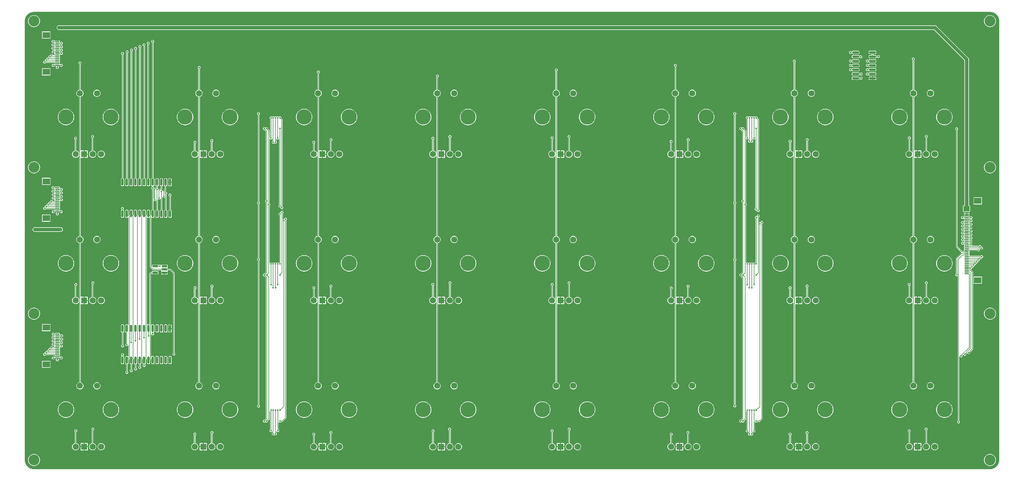
<source format=gbr>
%TF.GenerationSoftware,KiCad,Pcbnew,7.0.7*%
%TF.CreationDate,2024-03-28T21:46:40-04:00*%
%TF.ProjectId,midi-controller_pot-board_teensy,6d696469-2d63-46f6-9e74-726f6c6c6572,rev?*%
%TF.SameCoordinates,Original*%
%TF.FileFunction,Copper,L2,Bot*%
%TF.FilePolarity,Positive*%
%FSLAX46Y46*%
G04 Gerber Fmt 4.6, Leading zero omitted, Abs format (unit mm)*
G04 Created by KiCad (PCBNEW 7.0.7) date 2024-03-28 21:46:40*
%MOMM*%
%LPD*%
G01*
G04 APERTURE LIST*
G04 Aperture macros list*
%AMRoundRect*
0 Rectangle with rounded corners*
0 $1 Rounding radius*
0 $2 $3 $4 $5 $6 $7 $8 $9 X,Y pos of 4 corners*
0 Add a 4 corners polygon primitive as box body*
4,1,4,$2,$3,$4,$5,$6,$7,$8,$9,$2,$3,0*
0 Add four circle primitives for the rounded corners*
1,1,$1+$1,$2,$3*
1,1,$1+$1,$4,$5*
1,1,$1+$1,$6,$7*
1,1,$1+$1,$8,$9*
0 Add four rect primitives between the rounded corners*
20,1,$1+$1,$2,$3,$4,$5,0*
20,1,$1+$1,$4,$5,$6,$7,0*
20,1,$1+$1,$6,$7,$8,$9,0*
20,1,$1+$1,$8,$9,$2,$3,0*%
G04 Aperture macros list end*
%TA.AperFunction,ComponentPad*%
%ADD10R,1.800000X1.800000*%
%TD*%
%TA.AperFunction,ComponentPad*%
%ADD11C,1.800000*%
%TD*%
%TA.AperFunction,ComponentPad*%
%ADD12C,4.500000*%
%TD*%
%TA.AperFunction,ComponentPad*%
%ADD13C,3.200000*%
%TD*%
%TA.AperFunction,SMDPad,CuDef*%
%ADD14RoundRect,0.150000X-0.150000X0.875000X-0.150000X-0.875000X0.150000X-0.875000X0.150000X0.875000X0*%
%TD*%
%TA.AperFunction,SMDPad,CuDef*%
%ADD15R,1.560000X0.650000*%
%TD*%
%TA.AperFunction,SMDPad,CuDef*%
%ADD16R,1.300000X0.300000*%
%TD*%
%TA.AperFunction,SMDPad,CuDef*%
%ADD17R,2.200000X1.800000*%
%TD*%
%TA.AperFunction,SMDPad,CuDef*%
%ADD18RoundRect,0.150000X0.825000X0.150000X-0.825000X0.150000X-0.825000X-0.150000X0.825000X-0.150000X0*%
%TD*%
%TA.AperFunction,ViaPad*%
%ADD19C,0.508000*%
%TD*%
%TA.AperFunction,Conductor*%
%ADD20C,0.152400*%
%TD*%
%TA.AperFunction,Conductor*%
%ADD21C,0.254000*%
%TD*%
%TA.AperFunction,Conductor*%
%ADD22C,1.016000*%
%TD*%
G04 APERTURE END LIST*
D10*
%TO.P,RV8,1,GND*%
%TO.N,GND*%
X356928000Y-137664000D03*
D11*
%TO.P,RV8,2,RV_1_2*%
%TO.N,/A_{7_1}*%
X359428000Y-137664000D03*
%TO.P,RV8,3,VCC*%
%TO.N,+3.3V*%
X361928000Y-137664000D03*
%TO.P,RV8,4,RV_2_2*%
%TO.N,/A_{7_2}*%
X354428000Y-137664000D03*
%TO.P,RV8,5,SW_1*%
%TO.N,/COL_7*%
X355678000Y-119764000D03*
%TO.P,RV8,6,SW_2*%
%TO.N,Net-(D8-A)*%
X360678000Y-119764000D03*
D12*
%TO.P,RV8,MP*%
%TO.N,N/C*%
X351578000Y-126764000D03*
X364778000Y-126764000D03*
%TD*%
D13*
%TO.P,H8,MP,MP*%
%TO.N,unconnected-(H8-PadMP)*%
X378178000Y-227554000D03*
%TD*%
D10*
%TO.P,RV16,1,GND*%
%TO.N,GND*%
X356928000Y-180664000D03*
D11*
%TO.P,RV16,2,RV_1_2*%
%TO.N,/A_{15_1}*%
X359428000Y-180664000D03*
%TO.P,RV16,3,VCC*%
%TO.N,+3.3V*%
X361928000Y-180664000D03*
%TO.P,RV16,4,RV_2_2*%
%TO.N,/A_{15_2}*%
X354428000Y-180664000D03*
%TO.P,RV16,5,SW_1*%
%TO.N,/COL_7*%
X355678000Y-162764000D03*
%TO.P,RV16,6,SW_2*%
%TO.N,Net-(D16-A)*%
X360678000Y-162764000D03*
D12*
%TO.P,RV16,MP*%
%TO.N,N/C*%
X351578000Y-169764000D03*
X364778000Y-169764000D03*
%TD*%
D10*
%TO.P,RV24,1,GND*%
%TO.N,GND*%
X356928000Y-223664000D03*
D11*
%TO.P,RV24,2,RV_1_2*%
%TO.N,/A_{23_1}*%
X359428000Y-223664000D03*
%TO.P,RV24,3,VCC*%
%TO.N,+3.3V*%
X361928000Y-223664000D03*
%TO.P,RV24,4,RV_2_2*%
%TO.N,/A_{23_2}*%
X354428000Y-223664000D03*
%TO.P,RV24,5,SW_1*%
%TO.N,/COL_7*%
X355678000Y-205764000D03*
%TO.P,RV24,6,SW_2*%
%TO.N,Net-(D24-A)*%
X360678000Y-205764000D03*
D12*
%TO.P,RV24,MP*%
%TO.N,N/C*%
X351578000Y-212764000D03*
X364778000Y-212764000D03*
%TD*%
D10*
%TO.P,RV2,1,GND*%
%TO.N,GND*%
X146928000Y-137664000D03*
D11*
%TO.P,RV2,2,RV_1_2*%
%TO.N,/A_{1_1}*%
X149428000Y-137664000D03*
%TO.P,RV2,3,VCC*%
%TO.N,+3.3V*%
X151928000Y-137664000D03*
%TO.P,RV2,4,RV_2_2*%
%TO.N,/A_{1_2}*%
X144428000Y-137664000D03*
%TO.P,RV2,5,SW_1*%
%TO.N,/COL_1*%
X145678000Y-119764000D03*
%TO.P,RV2,6,SW_2*%
%TO.N,Net-(D2-A)*%
X150678000Y-119764000D03*
D12*
%TO.P,RV2,MP*%
%TO.N,N/C*%
X141578000Y-126764000D03*
X154778000Y-126764000D03*
%TD*%
D10*
%TO.P,RV10,1,GND*%
%TO.N,GND*%
X146928000Y-180664000D03*
D11*
%TO.P,RV10,2,RV_1_2*%
%TO.N,/A_{9_1}*%
X149428000Y-180664000D03*
%TO.P,RV10,3,VCC*%
%TO.N,+3.3V*%
X151928000Y-180664000D03*
%TO.P,RV10,4,RV_2_2*%
%TO.N,/A_{9_2}*%
X144428000Y-180664000D03*
%TO.P,RV10,5,SW_1*%
%TO.N,/COL_1*%
X145678000Y-162764000D03*
%TO.P,RV10,6,SW_2*%
%TO.N,Net-(D10-A)*%
X150678000Y-162764000D03*
D12*
%TO.P,RV10,MP*%
%TO.N,N/C*%
X141578000Y-169764000D03*
X154778000Y-169764000D03*
%TD*%
D10*
%TO.P,RV11,1,GND*%
%TO.N,GND*%
X181928000Y-180664000D03*
D11*
%TO.P,RV11,2,RV_1_2*%
%TO.N,/A_{10_1}*%
X184428000Y-180664000D03*
%TO.P,RV11,3,VCC*%
%TO.N,+3.3V*%
X186928000Y-180664000D03*
%TO.P,RV11,4,RV_2_2*%
%TO.N,/A_{10_2}*%
X179428000Y-180664000D03*
%TO.P,RV11,5,SW_1*%
%TO.N,/COL_2*%
X180678000Y-162764000D03*
%TO.P,RV11,6,SW_2*%
%TO.N,Net-(D11-A)*%
X185678000Y-162764000D03*
D12*
%TO.P,RV11,MP*%
%TO.N,N/C*%
X176578000Y-169764000D03*
X189778000Y-169764000D03*
%TD*%
D13*
%TO.P,H6,MP,MP*%
%TO.N,unconnected-(H6-PadMP)*%
X378178000Y-184554000D03*
%TD*%
%TO.P,H3,MP,MP*%
%TO.N,unconnected-(H3-PadMP)*%
X97178000Y-141554000D03*
%TD*%
D10*
%TO.P,RV15,1,GND*%
%TO.N,GND*%
X321928000Y-180664000D03*
D11*
%TO.P,RV15,2,RV_1_2*%
%TO.N,/A_{14_1}*%
X324428000Y-180664000D03*
%TO.P,RV15,3,VCC*%
%TO.N,+3.3V*%
X326928000Y-180664000D03*
%TO.P,RV15,4,RV_2_2*%
%TO.N,/A_{14_2}*%
X319428000Y-180664000D03*
%TO.P,RV15,5,SW_1*%
%TO.N,/COL_6*%
X320678000Y-162764000D03*
%TO.P,RV15,6,SW_2*%
%TO.N,Net-(D15-A)*%
X325678000Y-162764000D03*
D12*
%TO.P,RV15,MP*%
%TO.N,N/C*%
X316578000Y-169764000D03*
X329778000Y-169764000D03*
%TD*%
D10*
%TO.P,RV6,1,GND*%
%TO.N,GND*%
X286928000Y-137664000D03*
D11*
%TO.P,RV6,2,RV_1_2*%
%TO.N,/A_{5_1}*%
X289428000Y-137664000D03*
%TO.P,RV6,3,VCC*%
%TO.N,+3.3V*%
X291928000Y-137664000D03*
%TO.P,RV6,4,RV_2_2*%
%TO.N,/A_{5_2}*%
X284428000Y-137664000D03*
%TO.P,RV6,5,SW_1*%
%TO.N,/COL_5*%
X285678000Y-119764000D03*
%TO.P,RV6,6,SW_2*%
%TO.N,Net-(D6-A)*%
X290678000Y-119764000D03*
D12*
%TO.P,RV6,MP*%
%TO.N,N/C*%
X281578000Y-126764000D03*
X294778000Y-126764000D03*
%TD*%
D10*
%TO.P,RV21,1,GND*%
%TO.N,GND*%
X251928000Y-223664000D03*
D11*
%TO.P,RV21,2,RV_1_2*%
%TO.N,/A_{20_1}*%
X254428000Y-223664000D03*
%TO.P,RV21,3,VCC*%
%TO.N,+3.3V*%
X256928000Y-223664000D03*
%TO.P,RV21,4,RV_2_2*%
%TO.N,/A_{20_2}*%
X249428000Y-223664000D03*
%TO.P,RV21,5,SW_1*%
%TO.N,/COL_4*%
X250678000Y-205764000D03*
%TO.P,RV21,6,SW_2*%
%TO.N,Net-(D21-A)*%
X255678000Y-205764000D03*
D12*
%TO.P,RV21,MP*%
%TO.N,N/C*%
X246578000Y-212764000D03*
X259778000Y-212764000D03*
%TD*%
D10*
%TO.P,RV23,1,GND*%
%TO.N,GND*%
X321928000Y-223664000D03*
D11*
%TO.P,RV23,2,RV_1_2*%
%TO.N,/A_{22_1}*%
X324428000Y-223664000D03*
%TO.P,RV23,3,VCC*%
%TO.N,+3.3V*%
X326928000Y-223664000D03*
%TO.P,RV23,4,RV_2_2*%
%TO.N,/A_{22_2}*%
X319428000Y-223664000D03*
%TO.P,RV23,5,SW_1*%
%TO.N,/COL_6*%
X320678000Y-205764000D03*
%TO.P,RV23,6,SW_2*%
%TO.N,Net-(D23-A)*%
X325678000Y-205764000D03*
D12*
%TO.P,RV23,MP*%
%TO.N,N/C*%
X316578000Y-212764000D03*
X329778000Y-212764000D03*
%TD*%
D10*
%TO.P,RV13,1,GND*%
%TO.N,GND*%
X251928000Y-180664000D03*
D11*
%TO.P,RV13,2,RV_1_2*%
%TO.N,/A_{12_1}*%
X254428000Y-180664000D03*
%TO.P,RV13,3,VCC*%
%TO.N,+3.3V*%
X256928000Y-180664000D03*
%TO.P,RV13,4,RV_2_2*%
%TO.N,/A_{12_2}*%
X249428000Y-180664000D03*
%TO.P,RV13,5,SW_1*%
%TO.N,/COL_4*%
X250678000Y-162764000D03*
%TO.P,RV13,6,SW_2*%
%TO.N,Net-(D13-A)*%
X255678000Y-162764000D03*
D12*
%TO.P,RV13,MP*%
%TO.N,N/C*%
X246578000Y-169764000D03*
X259778000Y-169764000D03*
%TD*%
D10*
%TO.P,RV3,1,GND*%
%TO.N,GND*%
X181928000Y-137664000D03*
D11*
%TO.P,RV3,2,RV_1_2*%
%TO.N,/A_{2_1}*%
X184428000Y-137664000D03*
%TO.P,RV3,3,VCC*%
%TO.N,+3.3V*%
X186928000Y-137664000D03*
%TO.P,RV3,4,RV_2_2*%
%TO.N,/A_{2_2}*%
X179428000Y-137664000D03*
%TO.P,RV3,5,SW_1*%
%TO.N,/COL_2*%
X180678000Y-119764000D03*
%TO.P,RV3,6,SW_2*%
%TO.N,Net-(D3-A)*%
X185678000Y-119764000D03*
D12*
%TO.P,RV3,MP*%
%TO.N,N/C*%
X176578000Y-126764000D03*
X189778000Y-126764000D03*
%TD*%
D10*
%TO.P,RV1,1,GND*%
%TO.N,GND*%
X111928000Y-137664000D03*
D11*
%TO.P,RV1,2,RV_1_2*%
%TO.N,/A_{0_1}*%
X114428000Y-137664000D03*
%TO.P,RV1,3,VCC*%
%TO.N,+3.3V*%
X116928000Y-137664000D03*
%TO.P,RV1,4,RV_2_2*%
%TO.N,/A_{0_2}*%
X109428000Y-137664000D03*
%TO.P,RV1,5,SW_1*%
%TO.N,/COL_0*%
X110678000Y-119764000D03*
%TO.P,RV1,6,SW_2*%
%TO.N,Net-(D1-A)*%
X115678000Y-119764000D03*
D12*
%TO.P,RV1,MP*%
%TO.N,N/C*%
X106578000Y-126764000D03*
X119778000Y-126764000D03*
%TD*%
D10*
%TO.P,RV9,1,GND*%
%TO.N,GND*%
X111928000Y-180664000D03*
D11*
%TO.P,RV9,2,RV_1_2*%
%TO.N,/A_{8_1}*%
X114428000Y-180664000D03*
%TO.P,RV9,3,VCC*%
%TO.N,+3.3V*%
X116928000Y-180664000D03*
%TO.P,RV9,4,RV_2_2*%
%TO.N,/A_{8_2}*%
X109428000Y-180664000D03*
%TO.P,RV9,5,SW_1*%
%TO.N,/COL_0*%
X110678000Y-162764000D03*
%TO.P,RV9,6,SW_2*%
%TO.N,Net-(D9-A)*%
X115678000Y-162764000D03*
D12*
%TO.P,RV9,MP*%
%TO.N,N/C*%
X106578000Y-169764000D03*
X119778000Y-169764000D03*
%TD*%
D10*
%TO.P,RV14,1,GND*%
%TO.N,GND*%
X286928000Y-180664000D03*
D11*
%TO.P,RV14,2,RV_1_2*%
%TO.N,/A_{13_1}*%
X289428000Y-180664000D03*
%TO.P,RV14,3,VCC*%
%TO.N,+3.3V*%
X291928000Y-180664000D03*
%TO.P,RV14,4,RV_2_2*%
%TO.N,/A_{13_2}*%
X284428000Y-180664000D03*
%TO.P,RV14,5,SW_1*%
%TO.N,/COL_5*%
X285678000Y-162764000D03*
%TO.P,RV14,6,SW_2*%
%TO.N,Net-(D14-A)*%
X290678000Y-162764000D03*
D12*
%TO.P,RV14,MP*%
%TO.N,N/C*%
X281578000Y-169764000D03*
X294778000Y-169764000D03*
%TD*%
D10*
%TO.P,RV7,1,GND*%
%TO.N,GND*%
X321928000Y-137664000D03*
D11*
%TO.P,RV7,2,RV_1_2*%
%TO.N,/A_{6_1}*%
X324428000Y-137664000D03*
%TO.P,RV7,3,VCC*%
%TO.N,+3.3V*%
X326928000Y-137664000D03*
%TO.P,RV7,4,RV_2_2*%
%TO.N,/A_{6_2}*%
X319428000Y-137664000D03*
%TO.P,RV7,5,SW_1*%
%TO.N,/COL_6*%
X320678000Y-119764000D03*
%TO.P,RV7,6,SW_2*%
%TO.N,Net-(D7-A)*%
X325678000Y-119764000D03*
D12*
%TO.P,RV7,MP*%
%TO.N,N/C*%
X316578000Y-126764000D03*
X329778000Y-126764000D03*
%TD*%
D13*
%TO.P,H1,MP,MP*%
%TO.N,unconnected-(H1-PadMP)*%
X97178000Y-98554000D03*
%TD*%
%TO.P,H7,MP,MP*%
%TO.N,unconnected-(H7-PadMP)*%
X97178000Y-227554000D03*
%TD*%
%TO.P,H2,MP,MP*%
%TO.N,unconnected-(H2-PadMP)*%
X378178000Y-98554000D03*
%TD*%
D10*
%TO.P,RV20,1,GND*%
%TO.N,GND*%
X216928000Y-223664000D03*
D11*
%TO.P,RV20,2,RV_1_2*%
%TO.N,/A_{19_1}*%
X219428000Y-223664000D03*
%TO.P,RV20,3,VCC*%
%TO.N,+3.3V*%
X221928000Y-223664000D03*
%TO.P,RV20,4,RV_2_2*%
%TO.N,/A_{19_2}*%
X214428000Y-223664000D03*
%TO.P,RV20,5,SW_1*%
%TO.N,/COL_3*%
X215678000Y-205764000D03*
%TO.P,RV20,6,SW_2*%
%TO.N,Net-(D20-A)*%
X220678000Y-205764000D03*
D12*
%TO.P,RV20,MP*%
%TO.N,N/C*%
X211578000Y-212764000D03*
X224778000Y-212764000D03*
%TD*%
D10*
%TO.P,RV4,1,GND*%
%TO.N,GND*%
X216928000Y-137664000D03*
D11*
%TO.P,RV4,2,RV_1_2*%
%TO.N,/A_{3_1}*%
X219428000Y-137664000D03*
%TO.P,RV4,3,VCC*%
%TO.N,+3.3V*%
X221928000Y-137664000D03*
%TO.P,RV4,4,RV_2_2*%
%TO.N,/A_{3_2}*%
X214428000Y-137664000D03*
%TO.P,RV4,5,SW_1*%
%TO.N,/COL_3*%
X215678000Y-119764000D03*
%TO.P,RV4,6,SW_2*%
%TO.N,Net-(D4-A)*%
X220678000Y-119764000D03*
D12*
%TO.P,RV4,MP*%
%TO.N,N/C*%
X211578000Y-126764000D03*
X224778000Y-126764000D03*
%TD*%
D10*
%TO.P,RV17,1,GND*%
%TO.N,GND*%
X111928000Y-223664000D03*
D11*
%TO.P,RV17,2,RV_1_2*%
%TO.N,/A_{16_1}*%
X114428000Y-223664000D03*
%TO.P,RV17,3,VCC*%
%TO.N,+3.3V*%
X116928000Y-223664000D03*
%TO.P,RV17,4,RV_2_2*%
%TO.N,/A_{16_2}*%
X109428000Y-223664000D03*
%TO.P,RV17,5,SW_1*%
%TO.N,/COL_0*%
X110678000Y-205764000D03*
%TO.P,RV17,6,SW_2*%
%TO.N,Net-(D17-A)*%
X115678000Y-205764000D03*
D12*
%TO.P,RV17,MP*%
%TO.N,N/C*%
X106578000Y-212764000D03*
X119778000Y-212764000D03*
%TD*%
D10*
%TO.P,RV18,1,GND*%
%TO.N,GND*%
X146928000Y-223664000D03*
D11*
%TO.P,RV18,2,RV_1_2*%
%TO.N,/A_{17_1}*%
X149428000Y-223664000D03*
%TO.P,RV18,3,VCC*%
%TO.N,+3.3V*%
X151928000Y-223664000D03*
%TO.P,RV18,4,RV_2_2*%
%TO.N,/A_{17_2}*%
X144428000Y-223664000D03*
%TO.P,RV18,5,SW_1*%
%TO.N,/COL_1*%
X145678000Y-205764000D03*
%TO.P,RV18,6,SW_2*%
%TO.N,Net-(D18-A)*%
X150678000Y-205764000D03*
D12*
%TO.P,RV18,MP*%
%TO.N,N/C*%
X141578000Y-212764000D03*
X154778000Y-212764000D03*
%TD*%
D13*
%TO.P,H5,MP,MP*%
%TO.N,unconnected-(H5-PadMP)*%
X97178000Y-184554000D03*
%TD*%
D10*
%TO.P,RV19,1,GND*%
%TO.N,GND*%
X181928000Y-223664000D03*
D11*
%TO.P,RV19,2,RV_1_2*%
%TO.N,/A_{18_1}*%
X184428000Y-223664000D03*
%TO.P,RV19,3,VCC*%
%TO.N,+3.3V*%
X186928000Y-223664000D03*
%TO.P,RV19,4,RV_2_2*%
%TO.N,/A_{18_2}*%
X179428000Y-223664000D03*
%TO.P,RV19,5,SW_1*%
%TO.N,/COL_2*%
X180678000Y-205764000D03*
%TO.P,RV19,6,SW_2*%
%TO.N,Net-(D19-A)*%
X185678000Y-205764000D03*
D12*
%TO.P,RV19,MP*%
%TO.N,N/C*%
X176578000Y-212764000D03*
X189778000Y-212764000D03*
%TD*%
D10*
%TO.P,RV5,1,GND*%
%TO.N,GND*%
X251928000Y-137664000D03*
D11*
%TO.P,RV5,2,RV_1_2*%
%TO.N,/A_{4_1}*%
X254428000Y-137664000D03*
%TO.P,RV5,3,VCC*%
%TO.N,+3.3V*%
X256928000Y-137664000D03*
%TO.P,RV5,4,RV_2_2*%
%TO.N,/A_{4_2}*%
X249428000Y-137664000D03*
%TO.P,RV5,5,SW_1*%
%TO.N,/COL_4*%
X250678000Y-119764000D03*
%TO.P,RV5,6,SW_2*%
%TO.N,Net-(D5-A)*%
X255678000Y-119764000D03*
D12*
%TO.P,RV5,MP*%
%TO.N,N/C*%
X246578000Y-126764000D03*
X259778000Y-126764000D03*
%TD*%
D10*
%TO.P,RV12,1,GND*%
%TO.N,GND*%
X216928000Y-180664000D03*
D11*
%TO.P,RV12,2,RV_1_2*%
%TO.N,/A_{11_1}*%
X219428000Y-180664000D03*
%TO.P,RV12,3,VCC*%
%TO.N,+3.3V*%
X221928000Y-180664000D03*
%TO.P,RV12,4,RV_2_2*%
%TO.N,/A_{11_2}*%
X214428000Y-180664000D03*
%TO.P,RV12,5,SW_1*%
%TO.N,/COL_3*%
X215678000Y-162764000D03*
%TO.P,RV12,6,SW_2*%
%TO.N,Net-(D12-A)*%
X220678000Y-162764000D03*
D12*
%TO.P,RV12,MP*%
%TO.N,N/C*%
X211578000Y-169764000D03*
X224778000Y-169764000D03*
%TD*%
D10*
%TO.P,RV22,1,GND*%
%TO.N,GND*%
X286928000Y-223664000D03*
D11*
%TO.P,RV22,2,RV_1_2*%
%TO.N,/A_{21_1}*%
X289428000Y-223664000D03*
%TO.P,RV22,3,VCC*%
%TO.N,+3.3V*%
X291928000Y-223664000D03*
%TO.P,RV22,4,RV_2_2*%
%TO.N,/A_{21_2}*%
X284428000Y-223664000D03*
%TO.P,RV22,5,SW_1*%
%TO.N,/COL_5*%
X285678000Y-205764000D03*
%TO.P,RV22,6,SW_2*%
%TO.N,Net-(D22-A)*%
X290678000Y-205764000D03*
D12*
%TO.P,RV22,MP*%
%TO.N,N/C*%
X281578000Y-212764000D03*
X294778000Y-212764000D03*
%TD*%
D13*
%TO.P,H4,MP,MP*%
%TO.N,unconnected-(H4-PadMP)*%
X378178000Y-141554000D03*
%TD*%
D14*
%TO.P,U9,1,~{Y0}*%
%TO.N,/DSP_16_CS*%
X123193000Y-188904000D03*
%TO.P,U9,2,~{Y1}*%
%TO.N,/DSP_17_CS*%
X124463000Y-188904000D03*
%TO.P,U9,3,~{Y2}*%
%TO.N,/DSP_18_CS*%
X125733000Y-188904000D03*
%TO.P,U9,4,~{Y3}*%
%TO.N,/DSP_19_CS*%
X127003000Y-188904000D03*
%TO.P,U9,5,~{Y4}*%
%TO.N,/DSP_20_CS*%
X128273000Y-188904000D03*
%TO.P,U9,6,~{Y5}*%
%TO.N,/DSP_21_CS*%
X129543000Y-188904000D03*
%TO.P,U9,7,~{Y6}*%
%TO.N,/DSP_22_CS*%
X130813000Y-188904000D03*
%TO.P,U9,8,~{Y7}*%
%TO.N,/DSP_23_CS*%
X132083000Y-188904000D03*
%TO.P,U9,9,~{Y8}*%
%TO.N,unconnected-(U9-~{Y8}-Pad9)*%
X133353000Y-188904000D03*
%TO.P,U9,10,~{Y9}*%
%TO.N,unconnected-(U9-~{Y9}-Pad10)*%
X134623000Y-188904000D03*
%TO.P,U9,11,~{Y10}*%
%TO.N,unconnected-(U9-~{Y10}-Pad11)*%
X135893000Y-188904000D03*
%TO.P,U9,12,GND*%
%TO.N,GND*%
X137163000Y-188904000D03*
%TO.P,U9,13,~{Y11}*%
%TO.N,unconnected-(U9-~{Y11}-Pad13)*%
X137163000Y-198204000D03*
%TO.P,U9,14,~{Y12}*%
%TO.N,unconnected-(U9-~{Y12}-Pad14)*%
X135893000Y-198204000D03*
%TO.P,U9,15,~{Y13}*%
%TO.N,unconnected-(U9-~{Y13}-Pad15)*%
X134623000Y-198204000D03*
%TO.P,U9,16,~{Y14}*%
%TO.N,unconnected-(U9-~{Y14}-Pad16)*%
X133353000Y-198204000D03*
%TO.P,U9,17,~{Y15}*%
%TO.N,unconnected-(U9-~{Y15}-Pad17)*%
X132083000Y-198204000D03*
%TO.P,U9,18,~{E1}*%
%TO.N,Net-(U9-~{E1})*%
X130813000Y-198204000D03*
%TO.P,U9,19,~{E2}*%
%TO.N,/CS_EN*%
X129543000Y-198204000D03*
%TO.P,U9,20,A3*%
%TO.N,/CS_3*%
X128273000Y-198204000D03*
%TO.P,U9,21,A2*%
%TO.N,/CS_2*%
X127003000Y-198204000D03*
%TO.P,U9,22,A1*%
%TO.N,/CS_1*%
X125733000Y-198204000D03*
%TO.P,U9,23,A0*%
%TO.N,/CS_0*%
X124463000Y-198204000D03*
%TO.P,U9,24,VCC*%
%TO.N,+3.3V*%
X123193000Y-198204000D03*
%TD*%
D15*
%TO.P,U10,1*%
%TO.N,N/C*%
X135528000Y-170604000D03*
%TO.P,U10,2*%
%TO.N,/CS_4*%
X135528000Y-171554000D03*
%TO.P,U10,3,GND*%
%TO.N,GND*%
X135528000Y-172504000D03*
%TO.P,U10,4*%
%TO.N,Net-(U9-~{E1})*%
X132828000Y-172504000D03*
%TO.P,U10,5,VCC*%
%TO.N,+3.3V*%
X132828000Y-170604000D03*
%TD*%
D16*
%TO.P,J2,1,Pin_1*%
%TO.N,+3.3VP*%
X104028000Y-154554000D03*
%TO.P,J2,2,Pin_2*%
%TO.N,GND*%
X104028000Y-154054000D03*
%TO.P,J2,3,Pin_3*%
%TO.N,/SCLK*%
X104028000Y-153554000D03*
%TO.P,J2,4,Pin_4*%
%TO.N,/MOSI*%
X104028000Y-153054000D03*
%TO.P,J2,5,Pin_5*%
%TO.N,/MISO*%
X104028000Y-152554000D03*
%TO.P,J2,6,Pin_6*%
%TO.N,/DC*%
X104028000Y-152054000D03*
%TO.P,J2,7,Pin_7*%
%TO.N,/~{OLED_RST}*%
X104028000Y-151554000D03*
%TO.P,J2,8,Pin_8*%
%TO.N,/DSP_8_CS*%
X104028000Y-151054000D03*
%TO.P,J2,9,Pin_9*%
%TO.N,/DSP_9_CS*%
X104028000Y-150554000D03*
%TO.P,J2,10,Pin_10*%
%TO.N,/DSP_10_CS*%
X104028000Y-150054000D03*
%TO.P,J2,11,Pin_11*%
%TO.N,/DSP_11_CS*%
X104028000Y-149554000D03*
%TO.P,J2,12,Pin_12*%
%TO.N,/DSP_12_CS*%
X104028000Y-149054000D03*
%TO.P,J2,13,Pin_13*%
%TO.N,/DSP_13_CS*%
X104028000Y-148554000D03*
%TO.P,J2,14,Pin_14*%
%TO.N,/DSP_14_CS*%
X104028000Y-148054000D03*
%TO.P,J2,15,Pin_15*%
%TO.N,/DSP_15_CS*%
X104028000Y-147554000D03*
D17*
%TO.P,J2,MP*%
%TO.N,N/C*%
X100778000Y-156454000D03*
X100778000Y-145654000D03*
%TD*%
D16*
%TO.P,J3,1,Pin_1*%
%TO.N,+3.3VP*%
X104028000Y-197554000D03*
%TO.P,J3,2,Pin_2*%
%TO.N,GND*%
X104028000Y-197054000D03*
%TO.P,J3,3,Pin_3*%
%TO.N,/SCLK*%
X104028000Y-196554000D03*
%TO.P,J3,4,Pin_4*%
%TO.N,/MOSI*%
X104028000Y-196054000D03*
%TO.P,J3,5,Pin_5*%
%TO.N,/MISO*%
X104028000Y-195554000D03*
%TO.P,J3,6,Pin_6*%
%TO.N,/DC*%
X104028000Y-195054000D03*
%TO.P,J3,7,Pin_7*%
%TO.N,/~{OLED_RST}*%
X104028000Y-194554000D03*
%TO.P,J3,8,Pin_8*%
%TO.N,/DSP_16_CS*%
X104028000Y-194054000D03*
%TO.P,J3,9,Pin_9*%
%TO.N,/DSP_17_CS*%
X104028000Y-193554000D03*
%TO.P,J3,10,Pin_10*%
%TO.N,/DSP_18_CS*%
X104028000Y-193054000D03*
%TO.P,J3,11,Pin_11*%
%TO.N,/DSP_19_CS*%
X104028000Y-192554000D03*
%TO.P,J3,12,Pin_12*%
%TO.N,/DSP_20_CS*%
X104028000Y-192054000D03*
%TO.P,J3,13,Pin_13*%
%TO.N,/DSP_21_CS*%
X104028000Y-191554000D03*
%TO.P,J3,14,Pin_14*%
%TO.N,/DSP_22_CS*%
X104028000Y-191054000D03*
%TO.P,J3,15,Pin_15*%
%TO.N,/DSP_23_CS*%
X104028000Y-190554000D03*
D17*
%TO.P,J3,MP*%
%TO.N,N/C*%
X100778000Y-199454000D03*
X100778000Y-188654000D03*
%TD*%
D18*
%TO.P,U7,1,DSA*%
%TO.N,/KEY_SER*%
X343653000Y-107744000D03*
%TO.P,U7,2,DSB*%
X343653000Y-109014000D03*
%TO.P,U7,3,Q0*%
%TO.N,/COL_0*%
X343653000Y-110284000D03*
%TO.P,U7,4,Q1*%
%TO.N,/COL_1*%
X343653000Y-111554000D03*
%TO.P,U7,5,Q2*%
%TO.N,/COL_2*%
X343653000Y-112824000D03*
%TO.P,U7,6,Q3*%
%TO.N,/COL_3*%
X343653000Y-114094000D03*
%TO.P,U7,7,GND*%
%TO.N,GND*%
X343653000Y-115364000D03*
%TO.P,U7,8,CP*%
%TO.N,/KEY_CLK*%
X338703000Y-115364000D03*
%TO.P,U7,9,~{MR}*%
%TO.N,/~{KEY_CLEAR}*%
X338703000Y-114094000D03*
%TO.P,U7,10,Q4*%
%TO.N,/COL_4*%
X338703000Y-112824000D03*
%TO.P,U7,11,Q5*%
%TO.N,/COL_5*%
X338703000Y-111554000D03*
%TO.P,U7,12,Q6*%
%TO.N,/COL_6*%
X338703000Y-110284000D03*
%TO.P,U7,13,Q7*%
%TO.N,/COL_7*%
X338703000Y-109014000D03*
%TO.P,U7,14,VCC*%
%TO.N,+3.3V*%
X338703000Y-107744000D03*
%TD*%
D16*
%TO.P,J1,1,Pin_1*%
%TO.N,+3.3VP*%
X104028000Y-111554000D03*
%TO.P,J1,2,Pin_2*%
%TO.N,GND*%
X104028000Y-111054000D03*
%TO.P,J1,3,Pin_3*%
%TO.N,/SCLK*%
X104028000Y-110554000D03*
%TO.P,J1,4,Pin_4*%
%TO.N,/MOSI*%
X104028000Y-110054000D03*
%TO.P,J1,5,Pin_5*%
%TO.N,/MISO*%
X104028000Y-109554000D03*
%TO.P,J1,6,Pin_6*%
%TO.N,/DC*%
X104028000Y-109054000D03*
%TO.P,J1,7,Pin_7*%
%TO.N,/~{OLED_RST}*%
X104028000Y-108554000D03*
%TO.P,J1,8,Pin_8*%
%TO.N,/DSP_0_CS*%
X104028000Y-108054000D03*
%TO.P,J1,9,Pin_9*%
%TO.N,/DSP_1_CS*%
X104028000Y-107554000D03*
%TO.P,J1,10,Pin_10*%
%TO.N,/DSP_2_CS*%
X104028000Y-107054000D03*
%TO.P,J1,11,Pin_11*%
%TO.N,/DSP_3_CS*%
X104028000Y-106554000D03*
%TO.P,J1,12,Pin_12*%
%TO.N,/DSP_4_CS*%
X104028000Y-106054000D03*
%TO.P,J1,13,Pin_13*%
%TO.N,/DSP_5_CS*%
X104028000Y-105554000D03*
%TO.P,J1,14,Pin_14*%
%TO.N,/DSP_6_CS*%
X104028000Y-105054000D03*
%TO.P,J1,15,Pin_15*%
%TO.N,/DSP_7_CS*%
X104028000Y-104554000D03*
D17*
%TO.P,J1,MP*%
%TO.N,N/C*%
X100778000Y-113454000D03*
X100778000Y-102654000D03*
%TD*%
D16*
%TO.P,J4,1,Pin_1*%
%TO.N,+3.3VP*%
X371328000Y-153304000D03*
%TO.P,J4,2,Pin_2*%
X371328000Y-153804000D03*
%TO.P,J4,3,Pin_3*%
X371328000Y-154304000D03*
%TO.P,J4,4,Pin_4*%
%TO.N,GND*%
X371328000Y-154804000D03*
%TO.P,J4,5,Pin_5*%
X371328000Y-155304000D03*
%TO.P,J4,6,Pin_6*%
X371328000Y-155804000D03*
%TO.P,J4,7,Pin_7*%
%TO.N,+3.3V*%
X371328000Y-156304000D03*
%TO.P,J4,8,Pin_8*%
%TO.N,GND*%
X371328000Y-156804000D03*
%TO.P,J4,9,Pin_9*%
%TO.N,/POT_SEL_0*%
X371328000Y-157304000D03*
%TO.P,J4,10,Pin_10*%
%TO.N,/POT_SEL_1*%
X371328000Y-157804000D03*
%TO.P,J4,11,Pin_11*%
%TO.N,/POT_SEL_EN*%
X371328000Y-158304000D03*
%TO.P,J4,12,Pin_12*%
%TO.N,/POT_{0_1}*%
X371328000Y-158804000D03*
%TO.P,J4,13,Pin_13*%
%TO.N,/POT_{0_2}*%
X371328000Y-159304000D03*
%TO.P,J4,14,Pin_14*%
%TO.N,/POT_{1_1}*%
X371328000Y-159804000D03*
%TO.P,J4,15,Pin_15*%
%TO.N,/POT_{1_2}*%
X371328000Y-160304000D03*
%TO.P,J4,16,Pin_16*%
%TO.N,/POT_{2_1}*%
X371328000Y-160804000D03*
%TO.P,J4,17,Pin_17*%
%TO.N,/POT_{2_2}*%
X371328000Y-161304000D03*
%TO.P,J4,18,Pin_18*%
%TO.N,/POT_{3_1}*%
X371328000Y-161804000D03*
%TO.P,J4,19,Pin_19*%
%TO.N,/POT_{3_2}*%
X371328000Y-162304000D03*
%TO.P,J4,20,Pin_20*%
%TO.N,/POT_{4_1}*%
X371328000Y-162804000D03*
%TO.P,J4,21,Pin_21*%
%TO.N,/POT_{4_2}*%
X371328000Y-163304000D03*
%TO.P,J4,22,Pin_22*%
%TO.N,/POT_{5_1}*%
X371328000Y-163804000D03*
%TO.P,J4,23,Pin_23*%
%TO.N,/POT_{5_2}*%
X371328000Y-164304000D03*
%TO.P,J4,24,Pin_24*%
%TO.N,/~{KEY_CLEAR}*%
X371328000Y-164804000D03*
%TO.P,J4,25,Pin_25*%
%TO.N,/KEY_SER*%
X371328000Y-165304000D03*
%TO.P,J4,26,Pin_26*%
%TO.N,/KEY_CLK*%
X371328000Y-165804000D03*
%TO.P,J4,27,Pin_27*%
%TO.N,/ROW_1*%
X371328000Y-166304000D03*
%TO.P,J4,28,Pin_28*%
%TO.N,/ROW_2*%
X371328000Y-166804000D03*
%TO.P,J4,29,Pin_29*%
%TO.N,/ROW_3*%
X371328000Y-167304000D03*
%TO.P,J4,30,Pin_30*%
%TO.N,/SCLK*%
X371328000Y-167804000D03*
%TO.P,J4,31,Pin_31*%
%TO.N,/MOSI*%
X371328000Y-168304000D03*
%TO.P,J4,32,Pin_32*%
%TO.N,/MISO*%
X371328000Y-168804000D03*
%TO.P,J4,33,Pin_33*%
%TO.N,/DC*%
X371328000Y-169304000D03*
%TO.P,J4,34,Pin_34*%
%TO.N,/~{OLED_RST}*%
X371328000Y-169804000D03*
%TO.P,J4,35,Pin_35*%
%TO.N,/CS_0*%
X371328000Y-170304000D03*
%TO.P,J4,36,Pin_36*%
%TO.N,/CS_1*%
X371328000Y-170804000D03*
%TO.P,J4,37,Pin_37*%
%TO.N,/CS_2*%
X371328000Y-171304000D03*
%TO.P,J4,38,Pin_38*%
%TO.N,/CS_3*%
X371328000Y-171804000D03*
%TO.P,J4,39,Pin_39*%
%TO.N,/CS_4*%
X371328000Y-172304000D03*
%TO.P,J4,40,Pin_40*%
%TO.N,/CS_EN*%
X371328000Y-172804000D03*
D17*
%TO.P,J4,MP*%
%TO.N,N/C*%
X374578000Y-151404000D03*
X374578000Y-174704000D03*
%TD*%
D14*
%TO.P,U8,1,~{Y0}*%
%TO.N,/DSP_0_CS*%
X123193000Y-145904000D03*
%TO.P,U8,2,~{Y1}*%
%TO.N,/DSP_1_CS*%
X124463000Y-145904000D03*
%TO.P,U8,3,~{Y2}*%
%TO.N,/DSP_2_CS*%
X125733000Y-145904000D03*
%TO.P,U8,4,~{Y3}*%
%TO.N,/DSP_3_CS*%
X127003000Y-145904000D03*
%TO.P,U8,5,~{Y4}*%
%TO.N,/DSP_4_CS*%
X128273000Y-145904000D03*
%TO.P,U8,6,~{Y5}*%
%TO.N,/DSP_5_CS*%
X129543000Y-145904000D03*
%TO.P,U8,7,~{Y6}*%
%TO.N,/DSP_6_CS*%
X130813000Y-145904000D03*
%TO.P,U8,8,~{Y7}*%
%TO.N,/DSP_7_CS*%
X132083000Y-145904000D03*
%TO.P,U8,9,~{Y8}*%
%TO.N,/DSP_8_CS*%
X133353000Y-145904000D03*
%TO.P,U8,10,~{Y9}*%
%TO.N,/DSP_9_CS*%
X134623000Y-145904000D03*
%TO.P,U8,11,~{Y10}*%
%TO.N,/DSP_10_CS*%
X135893000Y-145904000D03*
%TO.P,U8,12,GND*%
%TO.N,GND*%
X137163000Y-145904000D03*
%TO.P,U8,13,~{Y11}*%
%TO.N,/DSP_11_CS*%
X137163000Y-155204000D03*
%TO.P,U8,14,~{Y12}*%
%TO.N,/DSP_12_CS*%
X135893000Y-155204000D03*
%TO.P,U8,15,~{Y13}*%
%TO.N,/DSP_13_CS*%
X134623000Y-155204000D03*
%TO.P,U8,16,~{Y14}*%
%TO.N,/DSP_14_CS*%
X133353000Y-155204000D03*
%TO.P,U8,17,~{Y15}*%
%TO.N,/DSP_15_CS*%
X132083000Y-155204000D03*
%TO.P,U8,18,~{E1}*%
%TO.N,/CS_4*%
X130813000Y-155204000D03*
%TO.P,U8,19,~{E2}*%
%TO.N,/CS_EN*%
X129543000Y-155204000D03*
%TO.P,U8,20,A3*%
%TO.N,/CS_3*%
X128273000Y-155204000D03*
%TO.P,U8,21,A2*%
%TO.N,/CS_2*%
X127003000Y-155204000D03*
%TO.P,U8,22,A1*%
%TO.N,/CS_1*%
X125733000Y-155204000D03*
%TO.P,U8,23,A0*%
%TO.N,/CS_0*%
X124463000Y-155204000D03*
%TO.P,U8,24,VCC*%
%TO.N,+3.3V*%
X123193000Y-155204000D03*
%TD*%
D19*
%TO.N,/POT_{5_1}*%
X311096800Y-157710100D03*
X370128000Y-163804000D03*
X309471200Y-216156000D03*
%TO.N,+3.3V*%
X372615600Y-156313600D03*
X370075600Y-156313600D03*
X123187600Y-196598000D03*
X134160400Y-170588400D03*
X123187600Y-153621200D03*
X337157200Y-107748800D03*
%TO.N,GND*%
X164945200Y-167235600D03*
X164996000Y-210263200D03*
X304950000Y-210314000D03*
X305000800Y-167388000D03*
X164945200Y-124258800D03*
X304950000Y-124360400D03*
%TO.N,/DC*%
X101800800Y-195049100D03*
X374282500Y-169298512D03*
X101801300Y-109069600D03*
X101801300Y-152071900D03*
%TO.N,/SCLK*%
X100302200Y-110593600D03*
X100302200Y-196521800D03*
X100302200Y-153570400D03*
X375729800Y-167798800D03*
%TO.N,/MOSI*%
X100784800Y-153062400D03*
X100784800Y-110071900D03*
X100784800Y-196065100D03*
X375236583Y-168263700D03*
%TO.N,/MISO*%
X101292800Y-195583000D03*
X374739700Y-168763700D03*
X101292800Y-152554400D03*
X101292800Y-109577600D03*
%TO.N,/ROW_1*%
X368399200Y-130202400D03*
%TO.N,/ROW_2*%
X368425100Y-173128400D03*
%TO.N,/KEY_SER*%
X375714400Y-165299900D03*
X345386800Y-108968000D03*
%TO.N,/KEY_CLK*%
X340306800Y-115318000D03*
X374749200Y-165813200D03*
%TO.N,/POT_{5_2}*%
X310562900Y-158142400D03*
X372564800Y-164304000D03*
X309471200Y-212955600D03*
%TO.N,/CS_0*%
X124463000Y-201830400D03*
X373342200Y-170288000D03*
%TO.N,/CS_1*%
X125727600Y-201322400D03*
X372860100Y-170763700D03*
%TO.N,/CS_2*%
X372378000Y-171304000D03*
X126997600Y-200814400D03*
%TO.N,/CS_3*%
X128273000Y-200306400D03*
X371880500Y-196039200D03*
%TO.N,/CS_4*%
X370784694Y-196519194D03*
X138275200Y-196445600D03*
%TO.N,/ROW_3*%
X368907200Y-216410000D03*
%TO.N,/POT_SEL_EN*%
X372615600Y-158258800D03*
X165554800Y-130151600D03*
X166215200Y-152452800D03*
X306220000Y-152426900D03*
X305559600Y-173179200D03*
X165554800Y-216156000D03*
X165554800Y-173179200D03*
X305559600Y-216156000D03*
X305559600Y-130151600D03*
%TO.N,/POT_SEL_1*%
X163167200Y-151944800D03*
X303172000Y-151944800D03*
X163167200Y-168607200D03*
X303172000Y-125732000D03*
X303172000Y-211685600D03*
X303172000Y-168658000D03*
X370075600Y-157750800D03*
X163167200Y-211736400D03*
X163167200Y-125732000D03*
%TO.N,/POT_SEL_0*%
X304899200Y-130151600D03*
X304899200Y-216156000D03*
X164894400Y-173179200D03*
X305559600Y-151436800D03*
X372615600Y-157242800D03*
X165554800Y-151436800D03*
X164894400Y-216156000D03*
X164894400Y-130151600D03*
X304899200Y-173179200D03*
%TO.N,/POT_{0_1}*%
X169466400Y-152934900D03*
X169466400Y-130151600D03*
X370126400Y-158766800D03*
%TO.N,/POT_{0_2}*%
X170025200Y-153391600D03*
X372564800Y-159274800D03*
X169466400Y-126951200D03*
%TO.N,/POT_{1_1}*%
X370126400Y-159782800D03*
X309420400Y-153849300D03*
X309471200Y-130151600D03*
%TO.N,/POT_{1_2}*%
X309471200Y-126951200D03*
X310030000Y-154255700D03*
X372615600Y-160292000D03*
%TO.N,/DSP_0_CS*%
X105254800Y-108054000D03*
X123187600Y-108053100D03*
%TO.N,/DSP_1_CS*%
X102825200Y-107554000D03*
X124559200Y-107570500D03*
%TO.N,/DSP_2_CS*%
X125829200Y-107062500D03*
X105255200Y-107062500D03*
%TO.N,/DSP_3_CS*%
X127048400Y-106554500D03*
X102766000Y-106529600D03*
%TO.N,/DSP_4_CS*%
X128318400Y-106020600D03*
X105255200Y-106072400D03*
%TO.N,/DSP_5_CS*%
X102766000Y-105513600D03*
X129486800Y-105538500D03*
%TO.N,/DSP_6_CS*%
X130756800Y-105030500D03*
X105255200Y-105056400D03*
%TO.N,/DSP_7_CS*%
X132077600Y-104497600D03*
X102766000Y-104497600D03*
%TO.N,/POT_{2_1}*%
X169466400Y-173179200D03*
X370126400Y-160798800D03*
X170076000Y-154738800D03*
%TO.N,/POT_{2_2}*%
X169465903Y-169928000D03*
X169517200Y-155246800D03*
X372628000Y-161304000D03*
%TO.N,/POT_{3_1}*%
X309471200Y-173179200D03*
X370126400Y-161792000D03*
X310080800Y-155805600D03*
%TO.N,/POT_{3_2}*%
X372635600Y-162292000D03*
X309522000Y-156262800D03*
X309471200Y-169928000D03*
%TO.N,/POT_{4_1}*%
X169466400Y-216156000D03*
X171092000Y-156745900D03*
X370126400Y-162780000D03*
%TO.N,/POT_{4_2}*%
X372564800Y-163288000D03*
X169517200Y-212955600D03*
X170584000Y-157228000D03*
%TO.N,/A_{0_1}*%
X114399200Y-132437600D03*
%TO.N,/DSP_8_CS*%
X105231600Y-151054000D03*
X132687200Y-151081200D03*
%TO.N,/DSP_9_CS*%
X133957200Y-150573200D03*
X102848400Y-150554000D03*
%TO.N,/DSP_10_CS*%
X105255200Y-150065200D03*
X135328800Y-150064700D03*
%TO.N,/DSP_11_CS*%
X137157600Y-149658800D03*
X102816800Y-149557200D03*
%TO.N,/DSP_12_CS*%
X135887600Y-149100000D03*
X105255200Y-149049200D03*
%TO.N,/DSP_13_CS*%
X134617600Y-148642800D03*
X102766000Y-148541200D03*
%TO.N,/DSP_14_CS*%
X105225200Y-148058100D03*
X133347600Y-148084000D03*
%TO.N,/DSP_15_CS*%
X132077600Y-147576000D03*
X102766000Y-147525200D03*
%TO.N,/A_{0_2}*%
X166811206Y-132945600D03*
X166824800Y-126951200D03*
X109420800Y-132945600D03*
%TO.N,/A_{1_1}*%
X149451200Y-133681700D03*
%TO.N,/A_{1_2}*%
X144472800Y-134164800D03*
X167485200Y-126951200D03*
X167485200Y-134164800D03*
%TO.N,/COL_0*%
X110690800Y-110898400D03*
X342135600Y-110288800D03*
%TO.N,/A_{9_1}*%
X149502000Y-176455300D03*
%TO.N,/A_{9_2}*%
X144523600Y-176938400D03*
X167485200Y-176938400D03*
X167485200Y-169928000D03*
%TO.N,/A_{2_1}*%
X184503200Y-133427700D03*
%TO.N,/A_{2_2}*%
X179423200Y-134164800D03*
X168145600Y-126951200D03*
X168145600Y-134164800D03*
%TO.N,/COL_1*%
X145742800Y-112168400D03*
X342135600Y-111508000D03*
%TO.N,/A_{10_1}*%
X184452400Y-176455300D03*
%TO.N,/A_{10_2}*%
X179423200Y-176938400D03*
X168145600Y-169928000D03*
X168196400Y-176938400D03*
%TO.N,/A_{3_1}*%
X219428000Y-132488400D03*
%TO.N,/A_{3_2}*%
X168806000Y-126951200D03*
X214424400Y-132970500D03*
X168806000Y-132945600D03*
%TO.N,/COL_2*%
X180744000Y-113489200D03*
X342135600Y-112828800D03*
%TO.N,/A_{11_1}*%
X219453600Y-175465200D03*
%TO.N,/A_{11_2}*%
X168806000Y-175973200D03*
X214424400Y-175947300D03*
X168806000Y-169928000D03*
%TO.N,/A_{4_1}*%
X254454800Y-132437600D03*
%TO.N,/A_{4_2}*%
X306829600Y-132894800D03*
X306829600Y-126951200D03*
X249476400Y-132844000D03*
%TO.N,/COL_3*%
X215745200Y-114708400D03*
X342135600Y-114098800D03*
%TO.N,/A_{12_1}*%
X254454800Y-175465200D03*
%TO.N,/A_{12_2}*%
X306829600Y-175973200D03*
X249476400Y-175973200D03*
X306829600Y-169928000D03*
%TO.N,/A_{5_1}*%
X289456000Y-133402300D03*
%TO.N,/A_{5_2}*%
X307490000Y-133860000D03*
X307490000Y-126951200D03*
X284426800Y-133910800D03*
%TO.N,/COL_4*%
X250695600Y-112879600D03*
X337157200Y-112828800D03*
%TO.N,/A_{13_1}*%
X289456000Y-176455300D03*
%TO.N,/A_{13_2}*%
X284477600Y-176989200D03*
X307490000Y-169928000D03*
X307439200Y-176938400D03*
%TO.N,/A_{6_1}*%
X324457200Y-133376900D03*
%TO.N,/A_{6_2}*%
X308149903Y-126951200D03*
X308201200Y-133860000D03*
X319428000Y-133859000D03*
%TO.N,/COL_5*%
X285696800Y-111558800D03*
X337157200Y-111558800D03*
%TO.N,/A_{14_1}*%
X324406400Y-176404500D03*
%TO.N,/A_{14_2}*%
X308150400Y-176938400D03*
X308149903Y-169928000D03*
X319428000Y-176938400D03*
%TO.N,/A_{7_1}*%
X359458400Y-132437600D03*
%TO.N,/A_{7_2}*%
X308810800Y-126951200D03*
X354480000Y-132919700D03*
X308810800Y-132894800D03*
%TO.N,/COL_6*%
X320647200Y-110288800D03*
X337157200Y-110288800D03*
%TO.N,/A_{15_1}*%
X359458400Y-175465200D03*
%TO.N,/A_{15_2}*%
X308810800Y-169928000D03*
X308810800Y-175922400D03*
X354429200Y-175947300D03*
%TO.N,/A_{8_1}*%
X114500800Y-175465200D03*
%TO.N,/A_{8_2}*%
X166824800Y-175973200D03*
X166824800Y-169928000D03*
X109471600Y-175973200D03*
%TO.N,/COL_7*%
X340205200Y-109018800D03*
X355648400Y-109679200D03*
%TO.N,/CS_EN*%
X369668847Y-196978500D03*
X129537600Y-199798400D03*
%TO.N,/DSP_16_CS*%
X123187600Y-194058000D03*
X105208400Y-194054000D03*
%TO.N,/DSP_17_CS*%
X124457600Y-193651600D03*
X102816800Y-193550000D03*
%TO.N,/DSP_18_CS*%
X105255200Y-193016100D03*
X125727600Y-193042000D03*
%TO.N,/DSP_19_CS*%
X126997600Y-192508100D03*
X102816800Y-192534000D03*
%TO.N,/~{KEY_CLEAR}*%
X340306800Y-114098800D03*
X375231800Y-164789300D03*
%TO.N,/~{OLED_RST}*%
X102293307Y-151538400D03*
X373814891Y-169764145D03*
X102293807Y-194567000D03*
X102293307Y-108561600D03*
%TO.N,/DSP_20_CS*%
X128267600Y-192025500D03*
X105306000Y-192025500D03*
%TO.N,/DSP_21_CS*%
X102780800Y-191554000D03*
X129537600Y-191542900D03*
%TO.N,/DSP_22_CS*%
X105306000Y-191034900D03*
X130858400Y-191034900D03*
%TO.N,/DSP_23_CS*%
X102816800Y-190552800D03*
X132077600Y-190502000D03*
%TO.N,/A_{16_1}*%
X114500800Y-218492800D03*
%TO.N,/A_{16_2}*%
X109471600Y-218950000D03*
X166824800Y-218950000D03*
X166824800Y-212955600D03*
%TO.N,/A_{17_1}*%
X149502000Y-219457500D03*
%TO.N,/A_{17_2}*%
X167485200Y-212955600D03*
X144472800Y-219915200D03*
X167485200Y-219915200D03*
%TO.N,/A_{18_1}*%
X184452400Y-219458000D03*
%TO.N,/A_{18_2}*%
X179423200Y-219966000D03*
X168145600Y-219915200D03*
X168146097Y-212955600D03*
%TO.N,/A_{19_1}*%
X219352000Y-218492800D03*
%TO.N,/A_{19_2}*%
X214475200Y-219000800D03*
X168869397Y-218963303D03*
X168806000Y-212955600D03*
%TO.N,/A_{20_1}*%
X254505600Y-218492800D03*
%TO.N,/A_{20_2}*%
X306829600Y-219000800D03*
X306829600Y-212955600D03*
X249476400Y-219000800D03*
%TO.N,/A_{21_1}*%
X289405200Y-219482900D03*
%TO.N,/A_{21_2}*%
X307490000Y-219966000D03*
X307490000Y-212955600D03*
X284477600Y-219966000D03*
%TO.N,/A_{22_1}*%
X324406400Y-219482900D03*
%TO.N,/A_{22_2}*%
X319428000Y-219966000D03*
X308150400Y-219966000D03*
X308150897Y-212955600D03*
%TO.N,/A_{23_1}*%
X359407600Y-218492800D03*
%TO.N,/A_{23_2}*%
X308810800Y-219000800D03*
X308810800Y-212955600D03*
X354429200Y-219000800D03*
%TO.N,+3.3VP*%
X104036000Y-112219200D03*
X97482800Y-159818800D03*
X104036000Y-198122000D03*
X99006800Y-159818800D03*
X105204400Y-111558800D03*
X102816800Y-111558800D03*
X105864800Y-100484400D03*
X104036000Y-155246800D03*
X98244800Y-159818800D03*
X102816800Y-197563200D03*
X105204400Y-100484400D03*
X105052000Y-159818800D03*
X105153600Y-154586400D03*
X104493200Y-100484400D03*
X104340800Y-159818800D03*
X102816800Y-154586400D03*
X103629600Y-159818800D03*
X105204400Y-197563200D03*
%TD*%
D20*
%TO.N,/POT_{5_1}*%
X311096800Y-215343200D02*
X310284000Y-216156000D01*
X371328000Y-163804000D02*
X370128000Y-163804000D01*
X311096800Y-157710100D02*
X311096800Y-215343200D01*
X310284000Y-216156000D02*
X309471200Y-216156000D01*
%TO.N,+3.3V*%
X123193000Y-155204000D02*
X123193000Y-153626600D01*
X132828000Y-170604000D02*
X134144800Y-170604000D01*
X338703000Y-107744000D02*
X337162000Y-107744000D01*
X134144800Y-170604000D02*
X134160400Y-170588400D01*
X337162000Y-107744000D02*
X337157200Y-107748800D01*
X123193000Y-153626600D02*
X123187600Y-153621200D01*
X371328000Y-156304000D02*
X370085200Y-156304000D01*
X371328000Y-156304000D02*
X372606000Y-156304000D01*
X123193000Y-196603400D02*
X123187600Y-196598000D01*
X370085200Y-156304000D02*
X370075600Y-156313600D01*
X123193000Y-198204000D02*
X123193000Y-196603400D01*
X372606000Y-156304000D02*
X372615600Y-156313600D01*
%TO.N,/DC*%
X101800800Y-195049100D02*
X101825700Y-195074000D01*
X101825700Y-195074000D02*
X104008000Y-195074000D01*
X101801300Y-109069600D02*
X104012400Y-109069600D01*
X374265533Y-169281545D02*
X374282500Y-169298512D01*
X104008000Y-195074000D02*
X104028000Y-195054000D01*
X371328000Y-169304000D02*
X371350455Y-169281545D01*
X101801300Y-152071900D02*
X104010100Y-152071900D01*
X104010100Y-152071900D02*
X104028000Y-152054000D01*
X104012400Y-109069600D02*
X104028000Y-109054000D01*
X371350455Y-169281545D02*
X374265533Y-169281545D01*
%TO.N,/SCLK*%
X371350900Y-167781100D02*
X375712100Y-167781100D01*
X100302200Y-196521800D02*
X100334400Y-196554000D01*
X100341800Y-110554000D02*
X104028000Y-110554000D01*
X100318600Y-153554000D02*
X104028000Y-153554000D01*
X100334400Y-196554000D02*
X104028000Y-196554000D01*
X100302200Y-153570400D02*
X100318600Y-153554000D01*
X375712100Y-167781100D02*
X375729800Y-167798800D01*
X371328000Y-167804000D02*
X371350900Y-167781100D01*
X100302200Y-110593600D02*
X100341800Y-110554000D01*
%TO.N,/MOSI*%
X371368300Y-168263700D02*
X375236583Y-168263700D01*
X375236583Y-168263700D02*
X375218683Y-168281600D01*
X371328000Y-168304000D02*
X371368300Y-168263700D01*
X100784800Y-196065100D02*
X104016900Y-196065100D01*
X104016900Y-196065100D02*
X104028000Y-196054000D01*
X100784800Y-110071900D02*
X104010100Y-110071900D01*
X104019600Y-153062400D02*
X104028000Y-153054000D01*
X100784800Y-153062400D02*
X104019600Y-153062400D01*
X104010100Y-110071900D02*
X104028000Y-110054000D01*
%TO.N,/MISO*%
X101321800Y-195554000D02*
X104028000Y-195554000D01*
X101316400Y-109554000D02*
X104028000Y-109554000D01*
X371328000Y-168804000D02*
X374699400Y-168804000D01*
X101292800Y-152554400D02*
X101293200Y-152554000D01*
X101293200Y-152554000D02*
X104028000Y-152554000D01*
X101292800Y-109577600D02*
X101316400Y-109554000D01*
X374699400Y-168804000D02*
X374739700Y-168763700D01*
X101292800Y-195583000D02*
X101321800Y-195554000D01*
%TO.N,/ROW_1*%
X368399200Y-164875200D02*
X369828000Y-166304000D01*
X368399200Y-130202400D02*
X368399200Y-164875200D01*
X369828000Y-166304000D02*
X371328000Y-166304000D01*
%TO.N,/ROW_2*%
X369878000Y-166804000D02*
X371328000Y-166804000D01*
X368425100Y-173128400D02*
X368425100Y-168256900D01*
X368425100Y-168256900D02*
X369878000Y-166804000D01*
%TO.N,/KEY_SER*%
X371360600Y-165271400D02*
X375685900Y-165271400D01*
X343699000Y-108968000D02*
X343653000Y-109014000D01*
X343653000Y-107744000D02*
X343653000Y-109014000D01*
X375685900Y-165271400D02*
X375714400Y-165299900D01*
X371328000Y-165304000D02*
X371360600Y-165271400D01*
X345386800Y-108968000D02*
X343699000Y-108968000D01*
%TO.N,/KEY_CLK*%
X374749200Y-165813200D02*
X374740000Y-165804000D01*
X340306800Y-115318000D02*
X338749000Y-115318000D01*
X338749000Y-115318000D02*
X338703000Y-115364000D01*
X374740000Y-165804000D02*
X371328000Y-165804000D01*
%TO.N,/POT_{5_2}*%
X310562900Y-211863900D02*
X309471200Y-212955600D01*
X371328000Y-164304000D02*
X372564800Y-164304000D01*
X310562900Y-158142400D02*
X310562900Y-211863900D01*
%TO.N,/CS_0*%
X125204400Y-155945400D02*
X124463000Y-155204000D01*
X125204400Y-197462600D02*
X125204400Y-155945400D01*
X124463000Y-198204000D02*
X125204400Y-197462600D01*
X373335300Y-170281100D02*
X373342200Y-170288000D01*
X124463000Y-201830400D02*
X124463000Y-198204000D01*
X371350900Y-170281100D02*
X373335300Y-170281100D01*
X371328000Y-170304000D02*
X371350900Y-170281100D01*
%TO.N,/CS_1*%
X371328000Y-170804000D02*
X372819800Y-170804000D01*
X125733000Y-198204000D02*
X126261600Y-197675400D01*
X372819800Y-170804000D02*
X372860100Y-170763700D01*
X126261600Y-197675400D02*
X126261600Y-155732600D01*
X125733000Y-201317000D02*
X125727600Y-201322400D01*
X125733000Y-198204000D02*
X125733000Y-201317000D01*
X126261600Y-155732600D02*
X125733000Y-155204000D01*
%TO.N,/CS_2*%
X372355600Y-171281600D02*
X372378000Y-171304000D01*
X127531600Y-197675400D02*
X127531600Y-155732600D01*
X371328000Y-171304000D02*
X372378000Y-171304000D01*
X127003000Y-198204000D02*
X127003000Y-200809000D01*
X127531600Y-155732600D02*
X127003000Y-155204000D01*
X127003000Y-198204000D02*
X127531600Y-197675400D01*
X127003000Y-200809000D02*
X126997600Y-200814400D01*
%TO.N,/CS_3*%
X128801600Y-155732600D02*
X128273000Y-155204000D01*
X371880500Y-196039200D02*
X372920400Y-194999300D01*
X128273000Y-198204000D02*
X128801600Y-197675400D01*
X372920400Y-194999300D02*
X372920400Y-172296400D01*
X372920400Y-172296400D02*
X372428000Y-171804000D01*
X128273000Y-200306400D02*
X128273000Y-198204000D01*
X372428000Y-171804000D02*
X371328000Y-171804000D01*
X128801600Y-197675400D02*
X128801600Y-155732600D01*
%TO.N,/CS_4*%
X370784694Y-196452506D02*
X372463200Y-194774000D01*
X131417200Y-170755400D02*
X131417200Y-155808200D01*
X138275200Y-196445600D02*
X138275200Y-172569600D01*
X372463200Y-194774000D02*
X372463200Y-172636800D01*
X131417200Y-155808200D02*
X130813000Y-155204000D01*
X372130400Y-172304000D02*
X371328000Y-172304000D01*
X372463200Y-172636800D02*
X372130400Y-172304000D01*
X370784694Y-196519194D02*
X370784694Y-196452506D01*
X135528000Y-171554000D02*
X132215800Y-171554000D01*
X138275200Y-172569600D02*
X137259600Y-171554000D01*
X137259600Y-171554000D02*
X135528000Y-171554000D01*
X132215800Y-171554000D02*
X131417200Y-170755400D01*
%TO.N,/ROW_3*%
X368907200Y-168574800D02*
X370178000Y-167304000D01*
X368907200Y-216410000D02*
X368907200Y-168574800D01*
X370178000Y-167304000D02*
X371328000Y-167304000D01*
%TO.N,/POT_SEL_EN*%
X165554800Y-130151600D02*
X166215200Y-130812000D01*
X306220000Y-172518800D02*
X305559600Y-173179200D01*
X306220000Y-215495600D02*
X305559600Y-216156000D01*
X166215200Y-215495600D02*
X165554800Y-216156000D01*
X306220000Y-173839600D02*
X306220000Y-215495600D01*
X306220000Y-130812000D02*
X305559600Y-130151600D01*
X372570400Y-158304000D02*
X372615600Y-158258800D01*
X165554800Y-173179200D02*
X166215200Y-173839600D01*
X305559600Y-173179200D02*
X306220000Y-173839600D01*
X306220000Y-152426900D02*
X306220000Y-130812000D01*
X166215200Y-152452800D02*
X166215200Y-172518800D01*
X306220000Y-152426900D02*
X306220000Y-172518800D01*
X166215200Y-172518800D02*
X165554800Y-173179200D01*
X371328000Y-158304000D02*
X372570400Y-158304000D01*
X166215200Y-130812000D02*
X166215200Y-152452800D01*
X166215200Y-173839600D02*
X166215200Y-215495600D01*
%TO.N,/POT_SEL_1*%
X303172000Y-168658000D02*
X303172000Y-151944800D01*
X303172000Y-168658000D02*
X303172000Y-211685600D01*
X303172000Y-151944800D02*
X303172000Y-125732000D01*
X163167200Y-211736400D02*
X163167200Y-168607200D01*
X370128800Y-157804000D02*
X370075600Y-157750800D01*
X163167200Y-168607200D02*
X163167200Y-151944800D01*
X371328000Y-157804000D02*
X370128800Y-157804000D01*
X163167200Y-151944800D02*
X163167200Y-125732000D01*
%TO.N,/POT_SEL_0*%
X372615600Y-157242800D02*
X372554400Y-157304000D01*
X165554800Y-172468000D02*
X164894400Y-173128400D01*
X164894400Y-173280800D02*
X165554800Y-173941200D01*
X304899200Y-130151600D02*
X304899200Y-130173700D01*
X165554800Y-151436800D02*
X165554800Y-172468000D01*
X164894400Y-130151600D02*
X164894400Y-130202400D01*
X305559600Y-173861700D02*
X305559600Y-215473500D01*
X304899200Y-173157100D02*
X304899200Y-173179200D01*
X165554800Y-215444800D02*
X164894400Y-216105200D01*
X305559600Y-172496700D02*
X304899200Y-173157100D01*
X372554400Y-157304000D02*
X371328000Y-157304000D01*
X164894400Y-130202400D02*
X165554800Y-130862800D01*
X305559600Y-215473500D02*
X304899200Y-216133900D01*
X165554800Y-173941200D02*
X165554800Y-215444800D01*
X164894400Y-216105200D02*
X164894400Y-216156000D01*
X164894400Y-173128400D02*
X164894400Y-173179200D01*
X164894400Y-173179200D02*
X164894400Y-173280800D01*
X304899200Y-173201300D02*
X305559600Y-173861700D01*
X304899200Y-130173700D02*
X305559600Y-130834100D01*
X305559600Y-130834100D02*
X305559600Y-151436800D01*
X305559600Y-151436800D02*
X305559600Y-172496700D01*
X304899200Y-216133900D02*
X304899200Y-216156000D01*
X165554800Y-130862800D02*
X165554800Y-151436800D01*
X304899200Y-173179200D02*
X304899200Y-173201300D01*
%TO.N,/POT_{0_1}*%
X169466400Y-152934900D02*
X169466400Y-130151600D01*
X370163600Y-158804000D02*
X370126400Y-158766800D01*
X371328000Y-158804000D02*
X370163600Y-158804000D01*
%TO.N,/POT_{0_2}*%
X170025200Y-127510000D02*
X169466400Y-126951200D01*
X170025200Y-153391600D02*
X170025200Y-127510000D01*
X372535600Y-159304000D02*
X372564800Y-159274800D01*
X371328000Y-159304000D02*
X372535600Y-159304000D01*
%TO.N,/POT_{1_1}*%
X370147600Y-159804000D02*
X370126400Y-159782800D01*
X309420400Y-153849300D02*
X309420400Y-130202400D01*
X371328000Y-159804000D02*
X370147600Y-159804000D01*
X309420400Y-130202400D02*
X309471200Y-130151600D01*
%TO.N,/POT_{1_2}*%
X310030000Y-154255700D02*
X310030000Y-127510000D01*
X371328000Y-160304000D02*
X372603600Y-160304000D01*
X372603600Y-160304000D02*
X372615600Y-160292000D01*
X310030000Y-127510000D02*
X309471200Y-126951200D01*
%TO.N,/DSP_0_CS*%
X123187600Y-145898600D02*
X123193000Y-145904000D01*
X105254800Y-108054000D02*
X104028000Y-108054000D01*
X123187600Y-108053100D02*
X123187600Y-145898600D01*
%TO.N,/DSP_1_CS*%
X124508400Y-107621300D02*
X124508400Y-145858600D01*
X124508400Y-145858600D02*
X124463000Y-145904000D01*
X102825200Y-107554000D02*
X104028000Y-107554000D01*
X124559200Y-107570500D02*
X124508400Y-107621300D01*
%TO.N,/DSP_2_CS*%
X125778400Y-145858600D02*
X125733000Y-145904000D01*
X125829200Y-107062500D02*
X125778400Y-107113300D01*
X105255200Y-107062500D02*
X105246700Y-107054000D01*
X125778400Y-107113300D02*
X125778400Y-145858600D01*
X105246700Y-107054000D02*
X104028000Y-107054000D01*
%TO.N,/DSP_3_CS*%
X127003000Y-106599900D02*
X127003000Y-145904000D01*
X127048400Y-106554500D02*
X127003000Y-106599900D01*
X102790400Y-106554000D02*
X104028000Y-106554000D01*
X102766000Y-106529600D02*
X102790400Y-106554000D01*
%TO.N,/DSP_4_CS*%
X104028000Y-106054000D02*
X105236800Y-106054000D01*
X105236800Y-106054000D02*
X105255200Y-106072400D01*
X128318400Y-106020600D02*
X128318400Y-145858600D01*
X128318400Y-145858600D02*
X128273000Y-145904000D01*
%TO.N,/DSP_5_CS*%
X129543000Y-105594700D02*
X129486800Y-105538500D01*
X129543000Y-145904000D02*
X129543000Y-105594700D01*
X102766000Y-105513600D02*
X102806400Y-105554000D01*
X102806400Y-105554000D02*
X104028000Y-105554000D01*
%TO.N,/DSP_6_CS*%
X104028000Y-105054000D02*
X105252800Y-105054000D01*
X130756800Y-105030500D02*
X130756800Y-145847800D01*
X105252800Y-105054000D02*
X105255200Y-105056400D01*
X130756800Y-145847800D02*
X130813000Y-145904000D01*
%TO.N,/DSP_7_CS*%
X132077600Y-104497600D02*
X132077600Y-145898600D01*
X132077600Y-145898600D02*
X132083000Y-145904000D01*
X102822400Y-104554000D02*
X104028000Y-104554000D01*
X102766000Y-104497600D02*
X102822400Y-104554000D01*
%TO.N,/POT_{2_1}*%
X370131600Y-160804000D02*
X370126400Y-160798800D01*
X170076000Y-154738800D02*
X170076000Y-172569600D01*
X170076000Y-172569600D02*
X169466400Y-173179200D01*
X371328000Y-160804000D02*
X370131600Y-160804000D01*
%TO.N,/POT_{2_2}*%
X169517200Y-155246800D02*
X169517200Y-169876703D01*
X371328000Y-161304000D02*
X372628000Y-161304000D01*
X169517200Y-169876703D02*
X169465903Y-169928000D01*
%TO.N,/POT_{3_1}*%
X371328000Y-161804000D02*
X370138400Y-161804000D01*
X310080800Y-155805600D02*
X310080800Y-172569600D01*
X370138400Y-161804000D02*
X370126400Y-161792000D01*
X310080800Y-172569600D02*
X309471200Y-173179200D01*
%TO.N,/POT_{3_2}*%
X372623600Y-162304000D02*
X372635600Y-162292000D01*
X309522000Y-169877200D02*
X309471200Y-169928000D01*
X371328000Y-162304000D02*
X372623600Y-162304000D01*
X309522000Y-156262800D02*
X309522000Y-169877200D01*
%TO.N,/POT_{4_1}*%
X171092000Y-215190800D02*
X170126800Y-216156000D01*
X170126800Y-216156000D02*
X169466400Y-216156000D01*
X371328000Y-162804000D02*
X370150400Y-162804000D01*
X171092000Y-156745900D02*
X171092000Y-215190800D01*
X370150400Y-162804000D02*
X370126400Y-162780000D01*
%TO.N,/POT_{4_2}*%
X170584000Y-157228000D02*
X170584000Y-211888800D01*
X170584000Y-211888800D02*
X169517200Y-212955600D01*
X371328000Y-163304000D02*
X372548800Y-163304000D01*
X372548800Y-163304000D02*
X372564800Y-163288000D01*
%TO.N,/A_{0_1}*%
X114428000Y-132466400D02*
X114428000Y-137664000D01*
X114399200Y-132437600D02*
X114428000Y-132466400D01*
%TO.N,/DSP_8_CS*%
X132687200Y-151081200D02*
X132687200Y-148061900D01*
X133325500Y-147423600D02*
X133347600Y-147423600D01*
X133347600Y-147423600D02*
X133347600Y-145909400D01*
X105231600Y-151054000D02*
X104028000Y-151054000D01*
X132687200Y-148061900D02*
X133325500Y-147423600D01*
X133347600Y-145909400D02*
X133353000Y-145904000D01*
%TO.N,/DSP_9_CS*%
X134623000Y-147723000D02*
X134623000Y-145904000D01*
X133957200Y-150573200D02*
X133957200Y-148388800D01*
X102848400Y-150554000D02*
X104028000Y-150554000D01*
X133957200Y-148388800D02*
X134623000Y-147723000D01*
%TO.N,/DSP_10_CS*%
X105244000Y-150054000D02*
X105255200Y-150065200D01*
X104028000Y-150054000D02*
X105244000Y-150054000D01*
X135836800Y-148134800D02*
X135836800Y-145960200D01*
X135328800Y-148642800D02*
X135836800Y-148134800D01*
X135836800Y-145960200D02*
X135893000Y-145904000D01*
X135328800Y-150064700D02*
X135328800Y-148642800D01*
%TO.N,/DSP_11_CS*%
X102820000Y-149554000D02*
X104028000Y-149554000D01*
X102816800Y-149557200D02*
X102820000Y-149554000D01*
X137157600Y-155198600D02*
X137163000Y-155204000D01*
X137157600Y-149658800D02*
X137157600Y-155198600D01*
%TO.N,/DSP_12_CS*%
X104028000Y-149054000D02*
X105250400Y-149054000D01*
X135887600Y-155198600D02*
X135893000Y-155204000D01*
X105250400Y-149054000D02*
X105255200Y-149049200D01*
X135887600Y-149100000D02*
X135887600Y-155198600D01*
%TO.N,/DSP_13_CS*%
X102766000Y-148541200D02*
X102778800Y-148554000D01*
X134617600Y-155198600D02*
X134623000Y-155204000D01*
X102778800Y-148554000D02*
X104028000Y-148554000D01*
X134617600Y-148642800D02*
X134617600Y-155198600D01*
%TO.N,/DSP_14_CS*%
X133347600Y-155198600D02*
X133353000Y-155204000D01*
X105225200Y-148058100D02*
X105221100Y-148054000D01*
X105221100Y-148054000D02*
X104028000Y-148054000D01*
X133347600Y-148084000D02*
X133347600Y-155198600D01*
%TO.N,/DSP_15_CS*%
X102794800Y-147554000D02*
X104028000Y-147554000D01*
X102766000Y-147525200D02*
X102794800Y-147554000D01*
X132077600Y-155198600D02*
X132083000Y-155204000D01*
X132077600Y-147576000D02*
X132077600Y-155198600D01*
%TO.N,/A_{0_2}*%
X166824800Y-132932006D02*
X166824800Y-126951200D01*
X166811206Y-132945600D02*
X166824800Y-132932006D01*
X109420800Y-132945600D02*
X109428000Y-132952800D01*
X109428000Y-132952800D02*
X109428000Y-137664000D01*
%TO.N,/A_{1_1}*%
X149451200Y-133681700D02*
X149428000Y-133704900D01*
X149428000Y-133704900D02*
X149428000Y-137664000D01*
%TO.N,/A_{1_2}*%
X144472800Y-134164800D02*
X144428000Y-134209600D01*
X167485200Y-134164800D02*
X167485200Y-126951200D01*
X144428000Y-134209600D02*
X144428000Y-137664000D01*
%TO.N,/COL_0*%
X110690800Y-110898400D02*
X110678000Y-110911200D01*
X343653000Y-110284000D02*
X342140400Y-110284000D01*
X110678000Y-119764000D02*
X110678000Y-162764000D01*
X110678000Y-110911200D02*
X110678000Y-119764000D01*
X110678000Y-162764000D02*
X110678000Y-205764000D01*
X342140400Y-110284000D02*
X342135600Y-110288800D01*
%TO.N,/A_{9_1}*%
X149428000Y-176529300D02*
X149428000Y-180664000D01*
X149502000Y-176455300D02*
X149428000Y-176529300D01*
%TO.N,/A_{9_2}*%
X167485200Y-169928000D02*
X167485200Y-176938400D01*
X144523600Y-176938400D02*
X144428000Y-177034000D01*
X144428000Y-177034000D02*
X144428000Y-180664000D01*
%TO.N,/A_{2_1}*%
X184503200Y-133427700D02*
X184428000Y-133502900D01*
X184428000Y-133502900D02*
X184428000Y-137664000D01*
%TO.N,/A_{2_2}*%
X179428000Y-134169600D02*
X179428000Y-137664000D01*
X179423200Y-134164800D02*
X179428000Y-134169600D01*
X168145600Y-126951200D02*
X168145600Y-134164800D01*
%TO.N,/COL_1*%
X145678000Y-119764000D02*
X145678000Y-162764000D01*
X145678000Y-162764000D02*
X145678000Y-205764000D01*
X342181600Y-111554000D02*
X342135600Y-111508000D01*
X145742800Y-112168400D02*
X145678000Y-112233200D01*
X343653000Y-111554000D02*
X342181600Y-111554000D01*
X145678000Y-112233200D02*
X145678000Y-119764000D01*
%TO.N,/A_{10_1}*%
X184428000Y-176479700D02*
X184428000Y-180664000D01*
X184452400Y-176455300D02*
X184428000Y-176479700D01*
%TO.N,/A_{10_2}*%
X179423200Y-176938400D02*
X179428000Y-176943200D01*
X168145600Y-169928000D02*
X168145600Y-176887600D01*
X168145600Y-176887600D02*
X168196400Y-176938400D01*
X179428000Y-176943200D02*
X179428000Y-180664000D01*
%TO.N,/A_{3_1}*%
X219428000Y-132488400D02*
X219428000Y-137664000D01*
%TO.N,/A_{3_2}*%
X214428000Y-132974100D02*
X214428000Y-137664000D01*
X168806000Y-126951200D02*
X168806000Y-132945600D01*
X214424400Y-132970500D02*
X214428000Y-132974100D01*
%TO.N,/COL_2*%
X180678000Y-162764000D02*
X180678000Y-205764000D01*
X342140400Y-112824000D02*
X342135600Y-112828800D01*
X180744000Y-113489200D02*
X180678000Y-113555200D01*
X180678000Y-119764000D02*
X180678000Y-162764000D01*
X180678000Y-113555200D02*
X180678000Y-119764000D01*
X343653000Y-112824000D02*
X342140400Y-112824000D01*
%TO.N,/A_{11_1}*%
X219428000Y-175490800D02*
X219428000Y-180664000D01*
X219453600Y-175465200D02*
X219428000Y-175490800D01*
%TO.N,/A_{11_2}*%
X168806000Y-169928000D02*
X168806000Y-175973200D01*
X214428000Y-175950900D02*
X214428000Y-180664000D01*
X214424400Y-175947300D02*
X214428000Y-175950900D01*
%TO.N,/A_{4_1}*%
X254454800Y-132437600D02*
X254428000Y-132464400D01*
X254428000Y-132464400D02*
X254428000Y-137664000D01*
%TO.N,/A_{4_2}*%
X249476400Y-132844000D02*
X249428000Y-132892400D01*
X306829600Y-126951200D02*
X306829600Y-132894800D01*
X249428000Y-132892400D02*
X249428000Y-137664000D01*
%TO.N,/COL_3*%
X215745200Y-114708400D02*
X215678000Y-114775600D01*
X215678000Y-162764000D02*
X215678000Y-119764000D01*
X215678000Y-205764000D02*
X215678000Y-162764000D01*
X343653000Y-114094000D02*
X342140400Y-114094000D01*
X215678000Y-114775600D02*
X215678000Y-119764000D01*
X342140400Y-114094000D02*
X342135600Y-114098800D01*
%TO.N,/A_{12_1}*%
X254428000Y-175492000D02*
X254428000Y-180664000D01*
X254454800Y-175465200D02*
X254428000Y-175492000D01*
%TO.N,/A_{12_2}*%
X249428000Y-176021600D02*
X249428000Y-180664000D01*
X249476400Y-175973200D02*
X249428000Y-176021600D01*
X306829600Y-169928000D02*
X306829600Y-175973200D01*
%TO.N,/A_{5_1}*%
X289456000Y-133402300D02*
X289428000Y-133430300D01*
X289428000Y-133430300D02*
X289428000Y-137664000D01*
%TO.N,/A_{5_2}*%
X307490000Y-126951200D02*
X307490000Y-133860000D01*
X284426800Y-133910800D02*
X284428000Y-133912000D01*
X284428000Y-133912000D02*
X284428000Y-137664000D01*
%TO.N,/COL_4*%
X338703000Y-112824000D02*
X337162000Y-112824000D01*
X337162000Y-112824000D02*
X337157200Y-112828800D01*
X250678000Y-119764000D02*
X250678000Y-162764000D01*
X250695600Y-112879600D02*
X250678000Y-112897200D01*
X250678000Y-112897200D02*
X250678000Y-119764000D01*
X250678000Y-162764000D02*
X250678000Y-205764000D01*
%TO.N,/A_{13_1}*%
X289428000Y-176483300D02*
X289428000Y-180664000D01*
X289456000Y-176455300D02*
X289428000Y-176483300D01*
%TO.N,/A_{13_2}*%
X307490000Y-169928000D02*
X307490000Y-176887600D01*
X307490000Y-176887600D02*
X307439200Y-176938400D01*
X284477600Y-176989200D02*
X284428000Y-177038800D01*
X284428000Y-177038800D02*
X284428000Y-180664000D01*
%TO.N,/A_{6_1}*%
X324457200Y-133376900D02*
X324428000Y-133406100D01*
X324428000Y-133406100D02*
X324428000Y-137664000D01*
%TO.N,/A_{6_2}*%
X308149903Y-126951200D02*
X308149903Y-133808703D01*
X319428000Y-133859000D02*
X319428000Y-137664000D01*
X308149903Y-133808703D02*
X308201200Y-133860000D01*
%TO.N,/COL_5*%
X285678000Y-162764000D02*
X285678000Y-119764000D01*
X337162000Y-111554000D02*
X337157200Y-111558800D01*
X285696800Y-111558800D02*
X285678000Y-111577600D01*
X285678000Y-205764000D02*
X285678000Y-162764000D01*
X285678000Y-111577600D02*
X285678000Y-119764000D01*
X338703000Y-111554000D02*
X337162000Y-111554000D01*
%TO.N,/A_{14_1}*%
X324428000Y-176426100D02*
X324428000Y-180664000D01*
X324406400Y-176404500D02*
X324428000Y-176426100D01*
%TO.N,/A_{14_2}*%
X319428000Y-176938400D02*
X319428000Y-180664000D01*
X308149903Y-169928000D02*
X308149903Y-176937903D01*
X308149903Y-176937903D02*
X308150400Y-176938400D01*
%TO.N,/A_{7_1}*%
X359458400Y-132437600D02*
X359428000Y-132468000D01*
X359428000Y-132468000D02*
X359428000Y-137664000D01*
%TO.N,/A_{7_2}*%
X354480000Y-132919700D02*
X354428000Y-132971700D01*
X354428000Y-132971700D02*
X354428000Y-137664000D01*
X308810800Y-126951200D02*
X308810800Y-132894800D01*
%TO.N,/COL_6*%
X320647200Y-110288800D02*
X320678000Y-110319600D01*
X337162000Y-110284000D02*
X337157200Y-110288800D01*
X320678000Y-119764000D02*
X320678000Y-162764000D01*
X338703000Y-110284000D02*
X337162000Y-110284000D01*
X320678000Y-110319600D02*
X320678000Y-119764000D01*
X320678000Y-162764000D02*
X320678000Y-205764000D01*
%TO.N,/A_{15_1}*%
X359458400Y-175465200D02*
X359428000Y-175495600D01*
X359428000Y-175495600D02*
X359428000Y-180664000D01*
%TO.N,/A_{15_2}*%
X308810800Y-169928000D02*
X308810800Y-175922400D01*
X354429200Y-175947300D02*
X354428000Y-175948500D01*
X354428000Y-175948500D02*
X354428000Y-180664000D01*
%TO.N,/A_{8_1}*%
X114500800Y-175465200D02*
X114428000Y-175538000D01*
X114428000Y-175538000D02*
X114428000Y-180664000D01*
%TO.N,/A_{8_2}*%
X109471600Y-175973200D02*
X109428000Y-176016800D01*
X109428000Y-176016800D02*
X109428000Y-180664000D01*
X166824800Y-169928000D02*
X166824800Y-175973200D01*
%TO.N,/COL_7*%
X355678000Y-162764000D02*
X355678000Y-205764000D01*
X355648400Y-109679200D02*
X355678000Y-109708800D01*
X340200400Y-109014000D02*
X340205200Y-109018800D01*
X355678000Y-109708800D02*
X355678000Y-119764000D01*
X338703000Y-109014000D02*
X340200400Y-109014000D01*
X355678000Y-162764000D02*
X355678000Y-119764000D01*
%TO.N,/CS_EN*%
X129543000Y-198204000D02*
X130147200Y-197599800D01*
X129543000Y-198204000D02*
X129543000Y-199793000D01*
X130147200Y-197599800D02*
X130147200Y-155808200D01*
X372056800Y-173032800D02*
X371828000Y-172804000D01*
X130147200Y-155808200D02*
X129543000Y-155204000D01*
X371828000Y-172804000D02*
X371328000Y-172804000D01*
X129543000Y-199793000D02*
X129537600Y-199798400D01*
X369668847Y-196953247D02*
X372056800Y-194565294D01*
X372056800Y-194565294D02*
X372056800Y-173032800D01*
X369668847Y-196978500D02*
X369668847Y-196953247D01*
%TO.N,/DSP_16_CS*%
X105208400Y-194054000D02*
X104028000Y-194054000D01*
X123187600Y-188909400D02*
X123193000Y-188904000D01*
X123187600Y-194058000D02*
X123187600Y-188909400D01*
%TO.N,/DSP_17_CS*%
X124457600Y-193651600D02*
X124457600Y-188909400D01*
X102820800Y-193554000D02*
X102816800Y-193550000D01*
X104028000Y-193554000D02*
X102820800Y-193554000D01*
X124457600Y-188909400D02*
X124463000Y-188904000D01*
%TO.N,/DSP_18_CS*%
X105255200Y-193016100D02*
X105217300Y-193054000D01*
X125727600Y-188909400D02*
X125733000Y-188904000D01*
X105217300Y-193054000D02*
X104028000Y-193054000D01*
X125727600Y-193042000D02*
X125727600Y-188909400D01*
%TO.N,/DSP_19_CS*%
X104028000Y-192554000D02*
X102836800Y-192554000D01*
X126997600Y-188909400D02*
X127003000Y-188904000D01*
X102836800Y-192554000D02*
X102816800Y-192534000D01*
X126997600Y-192508100D02*
X126997600Y-188909400D01*
%TO.N,Net-(U9-~{E1})*%
X131635200Y-172504000D02*
X132828000Y-172504000D01*
X130813000Y-198204000D02*
X131341600Y-197675400D01*
X131341600Y-172797600D02*
X131635200Y-172504000D01*
X131341600Y-197675400D02*
X131341600Y-172797600D01*
%TO.N,/~{KEY_CLEAR}*%
X375217100Y-164804000D02*
X371328000Y-164804000D01*
X340306800Y-114098800D02*
X338707800Y-114098800D01*
X375231800Y-164789300D02*
X375217100Y-164804000D01*
X338707800Y-114098800D02*
X338703000Y-114094000D01*
%TO.N,/~{OLED_RST}*%
X102308907Y-151554000D02*
X104028000Y-151554000D01*
X373775036Y-169804000D02*
X373814891Y-169764145D01*
X102300907Y-108554000D02*
X104028000Y-108554000D01*
X102306807Y-194554000D02*
X104028000Y-194554000D01*
X371328000Y-169804000D02*
X373775036Y-169804000D01*
X102293307Y-108561600D02*
X102300907Y-108554000D01*
X102293307Y-151538400D02*
X102308907Y-151554000D01*
X102293807Y-194567000D02*
X102306807Y-194554000D01*
%TO.N,/DSP_20_CS*%
X128267600Y-192025500D02*
X128267600Y-188909400D01*
X128267600Y-188909400D02*
X128273000Y-188904000D01*
X105306000Y-192025500D02*
X105277500Y-192054000D01*
X105277500Y-192054000D02*
X104028000Y-192054000D01*
%TO.N,/DSP_21_CS*%
X129537600Y-191542900D02*
X129537600Y-188909400D01*
X129537600Y-188909400D02*
X129543000Y-188904000D01*
X102780800Y-191554000D02*
X104028000Y-191554000D01*
%TO.N,/DSP_22_CS*%
X130858400Y-188949400D02*
X130813000Y-188904000D01*
X105306000Y-191034900D02*
X105286900Y-191054000D01*
X105286900Y-191054000D02*
X104028000Y-191054000D01*
X130858400Y-191034900D02*
X130858400Y-188949400D01*
%TO.N,/DSP_23_CS*%
X104028000Y-190554000D02*
X102818000Y-190554000D01*
X132077600Y-188909400D02*
X132083000Y-188904000D01*
X132077600Y-190502000D02*
X132077600Y-188909400D01*
X102818000Y-190554000D02*
X102816800Y-190552800D01*
%TO.N,/A_{16_1}*%
X114500800Y-218492800D02*
X114428000Y-218565600D01*
X114428000Y-218565600D02*
X114428000Y-223664000D01*
%TO.N,/A_{16_2}*%
X109471600Y-218950000D02*
X109428000Y-218993600D01*
X109428000Y-218993600D02*
X109428000Y-223664000D01*
X166824800Y-212955600D02*
X166824800Y-218950000D01*
%TO.N,/A_{17_1}*%
X149428000Y-219531500D02*
X149428000Y-223664000D01*
X149502000Y-219457500D02*
X149428000Y-219531500D01*
%TO.N,/A_{17_2}*%
X167485200Y-212955600D02*
X167485200Y-219915200D01*
X144428000Y-219960000D02*
X144428000Y-223664000D01*
X144472800Y-219915200D02*
X144428000Y-219960000D01*
%TO.N,/A_{18_1}*%
X184428000Y-219482400D02*
X184428000Y-223664000D01*
X184452400Y-219458000D02*
X184428000Y-219482400D01*
%TO.N,/A_{18_2}*%
X168146097Y-212955600D02*
X168146097Y-219914703D01*
X179428000Y-219970800D02*
X179428000Y-223664000D01*
X179423200Y-219966000D02*
X179428000Y-219970800D01*
X168146097Y-219914703D02*
X168145600Y-219915200D01*
%TO.N,/A_{19_1}*%
X219428000Y-218568800D02*
X219428000Y-223664000D01*
X219352000Y-218492800D02*
X219428000Y-218568800D01*
%TO.N,/A_{19_2}*%
X168856800Y-213006400D02*
X168806000Y-212955600D01*
X214475200Y-219000800D02*
X214428000Y-219048000D01*
X214428000Y-219048000D02*
X214428000Y-223664000D01*
X168869397Y-218963303D02*
X168856800Y-218950706D01*
X168856800Y-218950706D02*
X168856800Y-213006400D01*
%TO.N,/A_{20_1}*%
X254505600Y-218492800D02*
X254428000Y-218570400D01*
X254428000Y-218570400D02*
X254428000Y-223664000D01*
%TO.N,/A_{20_2}*%
X249476400Y-219000800D02*
X249428000Y-219049200D01*
X306829600Y-212955600D02*
X306829600Y-219000800D01*
X249428000Y-219049200D02*
X249428000Y-223664000D01*
%TO.N,/A_{21_1}*%
X289428000Y-219505700D02*
X289428000Y-223664000D01*
X289405200Y-219482900D02*
X289428000Y-219505700D01*
%TO.N,/A_{21_2}*%
X284428000Y-220015600D02*
X284428000Y-223664000D01*
X307490000Y-212955600D02*
X307490000Y-219966000D01*
X284477600Y-219966000D02*
X284428000Y-220015600D01*
%TO.N,/A_{22_1}*%
X324428000Y-219504500D02*
X324428000Y-223664000D01*
X324406400Y-219482900D02*
X324428000Y-219504500D01*
%TO.N,/A_{22_2}*%
X308150897Y-212955600D02*
X308150897Y-219965503D01*
X308150897Y-219965503D02*
X308150400Y-219966000D01*
X319428000Y-219966000D02*
X319428000Y-223664000D01*
%TO.N,/A_{23_1}*%
X359428000Y-218513200D02*
X359428000Y-223664000D01*
X359407600Y-218492800D02*
X359428000Y-218513200D01*
%TO.N,/A_{23_2}*%
X354429200Y-219000800D02*
X354428000Y-219002000D01*
X308810800Y-212955600D02*
X308810800Y-219000800D01*
X354428000Y-219002000D02*
X354428000Y-223664000D01*
D21*
%TO.N,+3.3VP*%
X105121200Y-154554000D02*
X105153600Y-154586400D01*
D22*
X97432000Y-159818800D02*
X105001200Y-159818800D01*
D21*
X102849200Y-154554000D02*
X102816800Y-154586400D01*
D22*
X362049200Y-100484400D02*
X371328000Y-109763200D01*
D21*
X104028000Y-197554000D02*
X104028000Y-198114000D01*
X104028000Y-154554000D02*
X104028000Y-155238800D01*
D22*
X371328000Y-109763200D02*
X371328000Y-153113200D01*
D21*
X105199600Y-111554000D02*
X105204400Y-111558800D01*
X104028000Y-154554000D02*
X105121200Y-154554000D01*
X104028000Y-197554000D02*
X102826000Y-197554000D01*
X104028000Y-198114000D02*
X104036000Y-198122000D01*
X371328000Y-154304000D02*
X371328000Y-153804000D01*
X104028000Y-111554000D02*
X104028000Y-112211200D01*
X104028000Y-155238800D02*
X104036000Y-155246800D01*
X102826000Y-197554000D02*
X102816800Y-197563200D01*
X104028000Y-197554000D02*
X105195200Y-197554000D01*
X371328000Y-153804000D02*
X371328000Y-153304000D01*
X104028000Y-111554000D02*
X102821600Y-111554000D01*
X105195200Y-197554000D02*
X105204400Y-197563200D01*
D22*
X104493200Y-100484400D02*
X362049200Y-100484400D01*
D21*
X104028000Y-111554000D02*
X105199600Y-111554000D01*
X104028000Y-154554000D02*
X102849200Y-154554000D01*
X104028000Y-112211200D02*
X104036000Y-112219200D01*
X102821600Y-111554000D02*
X102816800Y-111558800D01*
%TD*%
%TA.AperFunction,Conductor*%
%TO.N,GND*%
G36*
X370500200Y-154677000D02*
G01*
X372155799Y-154677000D01*
X372155799Y-154637200D01*
X372158400Y-154637200D01*
X372158400Y-156008800D01*
X372152851Y-156008800D01*
X372153111Y-155985028D01*
X372155800Y-155971510D01*
X372155800Y-155931000D01*
X370500201Y-155931000D01*
X370500201Y-155971509D01*
X370500495Y-155974495D01*
X370491703Y-156008800D01*
X370380400Y-156008800D01*
X370380400Y-155636488D01*
X370500199Y-155636488D01*
X370500200Y-155677000D01*
X371201000Y-155677000D01*
X371201000Y-155431000D01*
X371455000Y-155431000D01*
X371455000Y-155677000D01*
X372155799Y-155677000D01*
X372155799Y-155636491D01*
X372145483Y-155584623D01*
X372144719Y-155582778D01*
X372144607Y-155580216D01*
X372144039Y-155577360D01*
X372144478Y-155577272D01*
X372142474Y-155531388D01*
X372144721Y-155525215D01*
X372145484Y-155523372D01*
X372155800Y-155471511D01*
X372155800Y-155431000D01*
X371455000Y-155431000D01*
X371201000Y-155431000D01*
X370500201Y-155431000D01*
X370500201Y-155471508D01*
X370510516Y-155523376D01*
X370511282Y-155525225D01*
X370511393Y-155527788D01*
X370511961Y-155530640D01*
X370511522Y-155530727D01*
X370513524Y-155576616D01*
X370511283Y-155582771D01*
X370510517Y-155584620D01*
X370500199Y-155636488D01*
X370380400Y-155636488D01*
X370380400Y-155136488D01*
X370500199Y-155136488D01*
X370500200Y-155177000D01*
X371201000Y-155177000D01*
X371201000Y-154931000D01*
X371455000Y-154931000D01*
X371455000Y-155177000D01*
X372155799Y-155177000D01*
X372155799Y-155136491D01*
X372145483Y-155084623D01*
X372144719Y-155082778D01*
X372144607Y-155080216D01*
X372144039Y-155077360D01*
X372144478Y-155077272D01*
X372142474Y-155031388D01*
X372144721Y-155025215D01*
X372145484Y-155023372D01*
X372155800Y-154971511D01*
X372155800Y-154931000D01*
X371455000Y-154931000D01*
X371201000Y-154931000D01*
X370500201Y-154931000D01*
X370500201Y-154971508D01*
X370510516Y-155023376D01*
X370511282Y-155025225D01*
X370511393Y-155027788D01*
X370511961Y-155030640D01*
X370511522Y-155030727D01*
X370513524Y-155076616D01*
X370511283Y-155082771D01*
X370510517Y-155084620D01*
X370500199Y-155136488D01*
X370380400Y-155136488D01*
X370380400Y-154637200D01*
X370500199Y-154637200D01*
X370500200Y-154677000D01*
G37*
%TD.AperFunction*%
%TD*%
%TA.AperFunction,Conductor*%
%TO.N,+3.3VP*%
G36*
X372101439Y-152929685D02*
G01*
X372147194Y-152982489D01*
X372158400Y-153034000D01*
X372158400Y-154382894D01*
X372138715Y-154449933D01*
X372085911Y-154495688D01*
X372016753Y-154505632D01*
X372010209Y-154504511D01*
X371993060Y-154501100D01*
X370662944Y-154501100D01*
X370646708Y-154504330D01*
X370644587Y-154504751D01*
X370588305Y-154502909D01*
X370579149Y-154500455D01*
X370521646Y-154485046D01*
X370500196Y-154479299D01*
X370492140Y-154478239D01*
X370492461Y-154475794D01*
X370437361Y-154459615D01*
X370391606Y-154406811D01*
X370380400Y-154355300D01*
X370380400Y-153034000D01*
X370400085Y-152966961D01*
X370452889Y-152921206D01*
X370504400Y-152910000D01*
X372034400Y-152910000D01*
X372101439Y-152929685D01*
G37*
%TD.AperFunction*%
%TD*%
%TA.AperFunction,Conductor*%
%TO.N,GND*%
G36*
X378179047Y-95854559D02*
G01*
X378478137Y-95871356D01*
X378482330Y-95871828D01*
X378776615Y-95921829D01*
X378780729Y-95922768D01*
X379067554Y-96005401D01*
X379071537Y-96006795D01*
X379347316Y-96121026D01*
X379351118Y-96122857D01*
X379612375Y-96267248D01*
X379615943Y-96269490D01*
X379859389Y-96442224D01*
X379862684Y-96444852D01*
X380085264Y-96643761D01*
X380088243Y-96646740D01*
X380287144Y-96869311D01*
X380289775Y-96872610D01*
X380462506Y-97116051D01*
X380464751Y-97119624D01*
X380609142Y-97380881D01*
X380610973Y-97384683D01*
X380725204Y-97660462D01*
X380726598Y-97664445D01*
X380809231Y-97951270D01*
X380810170Y-97955384D01*
X380860171Y-98249669D01*
X380860643Y-98253862D01*
X380877441Y-98552950D01*
X380877500Y-98555059D01*
X380877500Y-227552939D01*
X380877441Y-227555048D01*
X380860643Y-227854137D01*
X380860171Y-227858330D01*
X380810170Y-228152615D01*
X380809231Y-228156729D01*
X380726598Y-228443554D01*
X380725204Y-228447537D01*
X380610973Y-228723316D01*
X380609142Y-228727118D01*
X380464751Y-228988375D01*
X380462506Y-228991948D01*
X380289775Y-229235389D01*
X380287144Y-229238688D01*
X380088243Y-229461259D01*
X380085259Y-229464243D01*
X379862688Y-229663144D01*
X379859389Y-229665775D01*
X379615948Y-229838506D01*
X379612375Y-229840751D01*
X379351118Y-229985142D01*
X379347316Y-229986973D01*
X379071537Y-230101204D01*
X379067554Y-230102598D01*
X378780729Y-230185231D01*
X378776615Y-230186170D01*
X378482330Y-230236171D01*
X378478137Y-230236643D01*
X378179048Y-230253441D01*
X378176939Y-230253500D01*
X97179061Y-230253500D01*
X97176952Y-230253441D01*
X96877862Y-230236643D01*
X96873669Y-230236171D01*
X96579384Y-230186170D01*
X96575270Y-230185231D01*
X96288445Y-230102598D01*
X96284462Y-230101204D01*
X96008683Y-229986973D01*
X96004881Y-229985142D01*
X95743624Y-229840751D01*
X95740051Y-229838506D01*
X95496610Y-229665775D01*
X95493311Y-229663144D01*
X95270735Y-229464238D01*
X95267761Y-229461264D01*
X95068852Y-229238684D01*
X95066224Y-229235389D01*
X94893490Y-228991943D01*
X94891248Y-228988375D01*
X94746857Y-228727118D01*
X94745026Y-228723316D01*
X94630795Y-228447537D01*
X94629401Y-228443554D01*
X94546768Y-228156729D01*
X94545829Y-228152615D01*
X94495828Y-227858330D01*
X94495356Y-227854137D01*
X94488214Y-227726972D01*
X94478557Y-227555018D01*
X94478529Y-227554000D01*
X95420185Y-227554000D01*
X95439818Y-227815989D01*
X95498280Y-228072125D01*
X95498281Y-228072128D01*
X95498282Y-228072131D01*
X95594259Y-228316679D01*
X95594265Y-228316691D01*
X95725622Y-228544208D01*
X95725623Y-228544209D01*
X95725625Y-228544212D01*
X95889430Y-228749618D01*
X96082020Y-228928315D01*
X96299093Y-229076312D01*
X96535798Y-229190304D01*
X96786849Y-229267743D01*
X97046638Y-229306900D01*
X97046640Y-229306900D01*
X97309360Y-229306900D01*
X97309362Y-229306900D01*
X97569151Y-229267743D01*
X97820202Y-229190304D01*
X98056908Y-229076312D01*
X98273980Y-228928315D01*
X98466570Y-228749618D01*
X98630375Y-228544212D01*
X98761737Y-228316687D01*
X98857720Y-228072125D01*
X98916182Y-227815989D01*
X98935815Y-227554000D01*
X376420185Y-227554000D01*
X376439818Y-227815989D01*
X376498280Y-228072125D01*
X376498281Y-228072128D01*
X376498282Y-228072131D01*
X376594259Y-228316679D01*
X376594265Y-228316691D01*
X376725622Y-228544208D01*
X376725623Y-228544209D01*
X376725625Y-228544212D01*
X376889430Y-228749618D01*
X377082020Y-228928315D01*
X377299093Y-229076312D01*
X377535798Y-229190304D01*
X377786849Y-229267743D01*
X378046638Y-229306900D01*
X378046640Y-229306900D01*
X378309360Y-229306900D01*
X378309362Y-229306900D01*
X378569151Y-229267743D01*
X378820202Y-229190304D01*
X379056908Y-229076312D01*
X379273980Y-228928315D01*
X379466570Y-228749618D01*
X379630375Y-228544212D01*
X379761737Y-228316687D01*
X379857720Y-228072125D01*
X379916182Y-227815989D01*
X379935815Y-227554000D01*
X379916182Y-227292011D01*
X379857720Y-227035875D01*
X379761737Y-226791313D01*
X379630375Y-226563788D01*
X379466570Y-226358382D01*
X379273980Y-226179685D01*
X379056908Y-226031688D01*
X378820202Y-225917696D01*
X378820200Y-225917695D01*
X378569154Y-225840258D01*
X378569151Y-225840257D01*
X378569147Y-225840256D01*
X378569141Y-225840255D01*
X378407965Y-225815962D01*
X378309362Y-225801100D01*
X378046638Y-225801100D01*
X377963762Y-225813591D01*
X377786858Y-225840255D01*
X377786845Y-225840258D01*
X377535799Y-225917695D01*
X377299092Y-226031688D01*
X377082022Y-226179683D01*
X376889432Y-226358379D01*
X376725625Y-226563788D01*
X376725622Y-226563791D01*
X376594265Y-226791308D01*
X376594259Y-226791320D01*
X376498282Y-227035868D01*
X376439818Y-227292008D01*
X376439818Y-227292011D01*
X376420185Y-227554000D01*
X98935815Y-227554000D01*
X98916182Y-227292011D01*
X98857720Y-227035875D01*
X98761737Y-226791313D01*
X98630375Y-226563788D01*
X98466570Y-226358382D01*
X98273980Y-226179685D01*
X98056908Y-226031688D01*
X97820202Y-225917696D01*
X97820200Y-225917695D01*
X97569154Y-225840258D01*
X97569151Y-225840257D01*
X97569147Y-225840256D01*
X97569141Y-225840255D01*
X97407965Y-225815962D01*
X97309362Y-225801100D01*
X97046638Y-225801100D01*
X96963762Y-225813591D01*
X96786858Y-225840255D01*
X96786845Y-225840258D01*
X96535799Y-225917695D01*
X96299092Y-226031688D01*
X96082022Y-226179683D01*
X95889432Y-226358379D01*
X95725625Y-226563788D01*
X95725622Y-226563791D01*
X95594265Y-226791308D01*
X95594259Y-226791320D01*
X95498282Y-227035868D01*
X95439818Y-227292008D01*
X95439818Y-227292011D01*
X95420185Y-227554000D01*
X94478529Y-227554000D01*
X94478500Y-227552973D01*
X94478500Y-227506405D01*
X94478500Y-223664000D01*
X108370005Y-223664000D01*
X108390333Y-223870403D01*
X108450537Y-224068870D01*
X108450538Y-224068874D01*
X108548310Y-224251793D01*
X108679884Y-224412115D01*
X108840206Y-224543689D01*
X108840207Y-224543689D01*
X108840209Y-224543691D01*
X109007995Y-224633374D01*
X109023125Y-224641461D01*
X109023129Y-224641462D01*
X109068522Y-224655231D01*
X109221595Y-224701666D01*
X109428000Y-224721995D01*
X109634405Y-224701666D01*
X109832877Y-224641460D01*
X110015791Y-224543691D01*
X110176115Y-224412115D01*
X110307691Y-224251791D01*
X110405460Y-224068877D01*
X110465666Y-223870405D01*
X110485995Y-223664000D01*
X110473487Y-223537000D01*
X110850200Y-223537000D01*
X111352800Y-223537000D01*
X111401138Y-223554593D01*
X111426858Y-223599142D01*
X111428000Y-223612200D01*
X111428000Y-223715800D01*
X111410407Y-223764138D01*
X111365858Y-223789858D01*
X111352800Y-223791000D01*
X110850201Y-223791000D01*
X110850201Y-224581508D01*
X110860515Y-224633371D01*
X110860516Y-224633374D01*
X110899814Y-224692185D01*
X110958625Y-224731483D01*
X110958627Y-224731484D01*
X111010488Y-224741799D01*
X111801000Y-224741799D01*
X111801000Y-224237667D01*
X111818593Y-224189329D01*
X111863142Y-224163609D01*
X111886903Y-224163233D01*
X111892237Y-224164000D01*
X111892241Y-224164000D01*
X111963759Y-224164000D01*
X111963763Y-224164000D01*
X111969093Y-224163233D01*
X112019441Y-224173764D01*
X112051243Y-224214195D01*
X112055000Y-224237667D01*
X112055000Y-224741799D01*
X112845508Y-224741799D01*
X112897371Y-224731484D01*
X112897374Y-224731483D01*
X112956185Y-224692185D01*
X112995483Y-224633374D01*
X112995484Y-224633372D01*
X113005800Y-224581511D01*
X113005800Y-223791000D01*
X112503200Y-223791000D01*
X112454862Y-223773407D01*
X112429142Y-223728858D01*
X112428000Y-223715800D01*
X112428000Y-223664000D01*
X113370005Y-223664000D01*
X113390333Y-223870403D01*
X113450537Y-224068870D01*
X113450538Y-224068874D01*
X113548310Y-224251793D01*
X113679884Y-224412115D01*
X113840206Y-224543689D01*
X113840207Y-224543689D01*
X113840209Y-224543691D01*
X114007995Y-224633374D01*
X114023125Y-224641461D01*
X114023129Y-224641462D01*
X114068522Y-224655231D01*
X114221595Y-224701666D01*
X114428000Y-224721995D01*
X114634405Y-224701666D01*
X114832877Y-224641460D01*
X115015791Y-224543691D01*
X115176115Y-224412115D01*
X115307691Y-224251791D01*
X115405460Y-224068877D01*
X115465666Y-223870405D01*
X115485995Y-223664000D01*
X115870005Y-223664000D01*
X115890333Y-223870403D01*
X115950537Y-224068870D01*
X115950538Y-224068874D01*
X116048310Y-224251793D01*
X116179884Y-224412115D01*
X116340206Y-224543689D01*
X116340207Y-224543689D01*
X116340209Y-224543691D01*
X116507995Y-224633374D01*
X116523125Y-224641461D01*
X116523129Y-224641462D01*
X116568522Y-224655231D01*
X116721595Y-224701666D01*
X116928000Y-224721995D01*
X117134405Y-224701666D01*
X117332877Y-224641460D01*
X117515791Y-224543691D01*
X117676115Y-224412115D01*
X117807691Y-224251791D01*
X117905460Y-224068877D01*
X117965666Y-223870405D01*
X117985995Y-223664000D01*
X143370005Y-223664000D01*
X143390333Y-223870403D01*
X143450537Y-224068870D01*
X143450538Y-224068874D01*
X143548310Y-224251793D01*
X143679884Y-224412115D01*
X143840206Y-224543689D01*
X143840207Y-224543689D01*
X143840209Y-224543691D01*
X144007995Y-224633374D01*
X144023125Y-224641461D01*
X144023129Y-224641462D01*
X144068522Y-224655231D01*
X144221595Y-224701666D01*
X144428000Y-224721995D01*
X144634405Y-224701666D01*
X144832877Y-224641460D01*
X145015791Y-224543691D01*
X145176115Y-224412115D01*
X145307691Y-224251791D01*
X145405460Y-224068877D01*
X145465666Y-223870405D01*
X145485995Y-223664000D01*
X145473487Y-223537000D01*
X145850200Y-223537000D01*
X146352800Y-223537000D01*
X146401138Y-223554593D01*
X146426858Y-223599142D01*
X146428000Y-223612200D01*
X146428000Y-223715800D01*
X146410407Y-223764138D01*
X146365858Y-223789858D01*
X146352800Y-223791000D01*
X145850201Y-223791000D01*
X145850201Y-224581508D01*
X145860515Y-224633371D01*
X145860516Y-224633374D01*
X145899814Y-224692185D01*
X145958625Y-224731483D01*
X145958627Y-224731484D01*
X146010488Y-224741799D01*
X146801000Y-224741799D01*
X146801000Y-224237667D01*
X146818593Y-224189329D01*
X146863142Y-224163609D01*
X146886903Y-224163233D01*
X146892237Y-224164000D01*
X146892241Y-224164000D01*
X146963759Y-224164000D01*
X146963763Y-224164000D01*
X146969093Y-224163233D01*
X147019441Y-224173764D01*
X147051243Y-224214195D01*
X147055000Y-224237667D01*
X147055000Y-224741799D01*
X147845508Y-224741799D01*
X147897371Y-224731484D01*
X147897374Y-224731483D01*
X147956185Y-224692185D01*
X147995483Y-224633374D01*
X147995484Y-224633372D01*
X148005800Y-224581511D01*
X148005800Y-223791000D01*
X147503200Y-223791000D01*
X147454862Y-223773407D01*
X147429142Y-223728858D01*
X147428000Y-223715800D01*
X147428000Y-223664000D01*
X148370005Y-223664000D01*
X148390333Y-223870403D01*
X148450537Y-224068870D01*
X148450538Y-224068874D01*
X148548310Y-224251793D01*
X148679884Y-224412115D01*
X148840206Y-224543689D01*
X148840207Y-224543689D01*
X148840209Y-224543691D01*
X149007995Y-224633374D01*
X149023125Y-224641461D01*
X149023129Y-224641462D01*
X149068522Y-224655231D01*
X149221595Y-224701666D01*
X149428000Y-224721995D01*
X149634405Y-224701666D01*
X149832877Y-224641460D01*
X150015791Y-224543691D01*
X150176115Y-224412115D01*
X150307691Y-224251791D01*
X150405460Y-224068877D01*
X150465666Y-223870405D01*
X150485995Y-223664000D01*
X150485995Y-223663999D01*
X150870005Y-223663999D01*
X150890333Y-223870403D01*
X150950537Y-224068870D01*
X150950538Y-224068874D01*
X151048310Y-224251793D01*
X151179884Y-224412115D01*
X151340206Y-224543689D01*
X151340207Y-224543689D01*
X151340209Y-224543691D01*
X151507995Y-224633374D01*
X151523125Y-224641461D01*
X151523129Y-224641462D01*
X151568522Y-224655231D01*
X151721595Y-224701666D01*
X151928000Y-224721995D01*
X152134405Y-224701666D01*
X152332877Y-224641460D01*
X152515791Y-224543691D01*
X152676115Y-224412115D01*
X152807691Y-224251791D01*
X152905460Y-224068877D01*
X152965666Y-223870405D01*
X152985995Y-223664000D01*
X152985995Y-223663999D01*
X178370005Y-223663999D01*
X178390333Y-223870403D01*
X178450537Y-224068870D01*
X178450538Y-224068874D01*
X178548310Y-224251793D01*
X178679884Y-224412115D01*
X178840206Y-224543689D01*
X178840207Y-224543689D01*
X178840209Y-224543691D01*
X179007995Y-224633374D01*
X179023125Y-224641461D01*
X179023129Y-224641462D01*
X179068522Y-224655231D01*
X179221595Y-224701666D01*
X179428000Y-224721995D01*
X179634405Y-224701666D01*
X179832877Y-224641460D01*
X180015791Y-224543691D01*
X180176115Y-224412115D01*
X180307691Y-224251791D01*
X180405460Y-224068877D01*
X180465666Y-223870405D01*
X180485995Y-223664000D01*
X180473487Y-223537000D01*
X180850200Y-223537000D01*
X181352800Y-223537000D01*
X181401138Y-223554593D01*
X181426858Y-223599142D01*
X181428000Y-223612200D01*
X181428000Y-223715800D01*
X181410407Y-223764138D01*
X181365858Y-223789858D01*
X181352800Y-223791000D01*
X180850201Y-223791000D01*
X180850201Y-224581508D01*
X180860515Y-224633371D01*
X180860516Y-224633374D01*
X180899814Y-224692185D01*
X180958625Y-224731483D01*
X180958627Y-224731484D01*
X181010488Y-224741799D01*
X181800999Y-224741799D01*
X181800999Y-224237667D01*
X181818592Y-224189329D01*
X181863141Y-224163609D01*
X181886902Y-224163233D01*
X181892237Y-224164000D01*
X181892241Y-224164000D01*
X181963759Y-224164000D01*
X181963763Y-224164000D01*
X181969093Y-224163233D01*
X182019441Y-224173764D01*
X182051243Y-224214195D01*
X182055000Y-224237667D01*
X182055000Y-224741799D01*
X182845508Y-224741799D01*
X182897371Y-224731484D01*
X182897374Y-224731483D01*
X182956185Y-224692185D01*
X182995483Y-224633374D01*
X182995484Y-224633372D01*
X183005800Y-224581511D01*
X183005800Y-223791000D01*
X182503200Y-223791000D01*
X182454862Y-223773407D01*
X182429142Y-223728858D01*
X182428000Y-223715800D01*
X182428000Y-223664000D01*
X183370005Y-223664000D01*
X183390333Y-223870403D01*
X183450537Y-224068870D01*
X183450538Y-224068874D01*
X183548310Y-224251793D01*
X183679884Y-224412115D01*
X183840206Y-224543689D01*
X183840207Y-224543689D01*
X183840209Y-224543691D01*
X184007995Y-224633374D01*
X184023125Y-224641461D01*
X184023129Y-224641462D01*
X184068522Y-224655231D01*
X184221595Y-224701666D01*
X184428000Y-224721995D01*
X184634405Y-224701666D01*
X184832877Y-224641460D01*
X185015791Y-224543691D01*
X185176115Y-224412115D01*
X185307691Y-224251791D01*
X185405460Y-224068877D01*
X185465666Y-223870405D01*
X185485995Y-223664000D01*
X185870005Y-223664000D01*
X185890333Y-223870403D01*
X185950537Y-224068870D01*
X185950538Y-224068874D01*
X186048310Y-224251793D01*
X186179884Y-224412115D01*
X186340206Y-224543689D01*
X186340207Y-224543689D01*
X186340209Y-224543691D01*
X186507995Y-224633374D01*
X186523125Y-224641461D01*
X186523129Y-224641462D01*
X186568522Y-224655231D01*
X186721595Y-224701666D01*
X186928000Y-224721995D01*
X187134405Y-224701666D01*
X187332877Y-224641460D01*
X187515791Y-224543691D01*
X187676115Y-224412115D01*
X187807691Y-224251791D01*
X187905460Y-224068877D01*
X187965666Y-223870405D01*
X187985995Y-223664000D01*
X213370005Y-223664000D01*
X213390333Y-223870403D01*
X213450537Y-224068870D01*
X213450538Y-224068874D01*
X213548310Y-224251793D01*
X213679884Y-224412115D01*
X213840206Y-224543689D01*
X213840207Y-224543689D01*
X213840209Y-224543691D01*
X214007995Y-224633374D01*
X214023125Y-224641461D01*
X214023129Y-224641462D01*
X214068522Y-224655231D01*
X214221595Y-224701666D01*
X214428000Y-224721995D01*
X214634405Y-224701666D01*
X214832877Y-224641460D01*
X215015791Y-224543691D01*
X215176115Y-224412115D01*
X215307691Y-224251791D01*
X215405460Y-224068877D01*
X215465666Y-223870405D01*
X215485995Y-223664000D01*
X215473487Y-223537000D01*
X215850200Y-223537000D01*
X216352800Y-223537000D01*
X216401138Y-223554593D01*
X216426858Y-223599142D01*
X216428000Y-223612200D01*
X216428000Y-223715800D01*
X216410407Y-223764138D01*
X216365858Y-223789858D01*
X216352800Y-223791000D01*
X215850201Y-223791000D01*
X215850201Y-224581508D01*
X215860515Y-224633371D01*
X215860516Y-224633374D01*
X215899814Y-224692185D01*
X215958625Y-224731483D01*
X215958627Y-224731484D01*
X216010488Y-224741799D01*
X216801000Y-224741799D01*
X216801000Y-224237667D01*
X216818593Y-224189329D01*
X216863142Y-224163609D01*
X216886903Y-224163233D01*
X216892237Y-224164000D01*
X216892241Y-224164000D01*
X216963759Y-224164000D01*
X216963763Y-224164000D01*
X216969093Y-224163233D01*
X217019441Y-224173764D01*
X217051243Y-224214195D01*
X217055000Y-224237667D01*
X217055000Y-224741799D01*
X217845508Y-224741799D01*
X217897371Y-224731484D01*
X217897374Y-224731483D01*
X217956185Y-224692185D01*
X217995483Y-224633374D01*
X217995484Y-224633372D01*
X218005800Y-224581511D01*
X218005800Y-223791000D01*
X217503200Y-223791000D01*
X217454862Y-223773407D01*
X217429142Y-223728858D01*
X217428000Y-223715800D01*
X217428000Y-223663999D01*
X218370005Y-223663999D01*
X218390333Y-223870403D01*
X218450537Y-224068870D01*
X218450538Y-224068874D01*
X218548310Y-224251793D01*
X218679884Y-224412115D01*
X218840206Y-224543689D01*
X218840207Y-224543689D01*
X218840209Y-224543691D01*
X219007995Y-224633374D01*
X219023125Y-224641461D01*
X219023129Y-224641462D01*
X219068522Y-224655231D01*
X219221595Y-224701666D01*
X219428000Y-224721995D01*
X219634405Y-224701666D01*
X219832877Y-224641460D01*
X220015791Y-224543691D01*
X220176115Y-224412115D01*
X220307691Y-224251791D01*
X220405460Y-224068877D01*
X220465666Y-223870405D01*
X220485995Y-223664000D01*
X220870005Y-223664000D01*
X220890333Y-223870403D01*
X220950537Y-224068870D01*
X220950538Y-224068874D01*
X221048310Y-224251793D01*
X221179884Y-224412115D01*
X221340206Y-224543689D01*
X221340207Y-224543689D01*
X221340209Y-224543691D01*
X221507995Y-224633374D01*
X221523125Y-224641461D01*
X221523129Y-224641462D01*
X221568522Y-224655231D01*
X221721595Y-224701666D01*
X221928000Y-224721995D01*
X222134405Y-224701666D01*
X222332877Y-224641460D01*
X222515791Y-224543691D01*
X222676115Y-224412115D01*
X222807691Y-224251791D01*
X222905460Y-224068877D01*
X222965666Y-223870405D01*
X222985995Y-223664000D01*
X222985995Y-223663999D01*
X248370005Y-223663999D01*
X248390333Y-223870403D01*
X248450537Y-224068870D01*
X248450538Y-224068874D01*
X248548310Y-224251793D01*
X248679884Y-224412115D01*
X248840206Y-224543689D01*
X248840207Y-224543689D01*
X248840209Y-224543691D01*
X249007995Y-224633374D01*
X249023125Y-224641461D01*
X249023129Y-224641462D01*
X249068522Y-224655231D01*
X249221595Y-224701666D01*
X249428000Y-224721995D01*
X249634405Y-224701666D01*
X249832877Y-224641460D01*
X249945040Y-224581508D01*
X250850200Y-224581508D01*
X250860515Y-224633371D01*
X250860516Y-224633374D01*
X250899814Y-224692185D01*
X250958625Y-224731483D01*
X250958627Y-224731484D01*
X251010488Y-224741799D01*
X251801000Y-224741799D01*
X251801000Y-224237667D01*
X251818593Y-224189329D01*
X251863142Y-224163609D01*
X251886903Y-224163233D01*
X251892237Y-224164000D01*
X251892241Y-224164000D01*
X251963759Y-224164000D01*
X251963763Y-224164000D01*
X251969093Y-224163233D01*
X252019441Y-224173764D01*
X252051243Y-224214195D01*
X252055000Y-224237667D01*
X252055000Y-224741799D01*
X252845508Y-224741799D01*
X252897371Y-224731484D01*
X252897374Y-224731483D01*
X252956185Y-224692185D01*
X252995483Y-224633374D01*
X252995484Y-224633372D01*
X253005800Y-224581511D01*
X253005800Y-223791000D01*
X252503200Y-223791000D01*
X252454862Y-223773407D01*
X252429142Y-223728858D01*
X252428000Y-223715800D01*
X252428000Y-223664000D01*
X253370005Y-223664000D01*
X253390333Y-223870403D01*
X253450537Y-224068870D01*
X253450538Y-224068874D01*
X253548310Y-224251793D01*
X253679884Y-224412115D01*
X253840206Y-224543689D01*
X253840207Y-224543689D01*
X253840209Y-224543691D01*
X254007995Y-224633374D01*
X254023125Y-224641461D01*
X254023129Y-224641462D01*
X254068522Y-224655231D01*
X254221595Y-224701666D01*
X254428000Y-224721995D01*
X254634405Y-224701666D01*
X254832877Y-224641460D01*
X255015791Y-224543691D01*
X255176115Y-224412115D01*
X255307691Y-224251791D01*
X255405460Y-224068877D01*
X255465666Y-223870405D01*
X255485995Y-223664000D01*
X255485995Y-223663999D01*
X255870005Y-223663999D01*
X255890333Y-223870403D01*
X255950537Y-224068870D01*
X255950538Y-224068874D01*
X256048310Y-224251793D01*
X256179884Y-224412115D01*
X256340206Y-224543689D01*
X256340207Y-224543689D01*
X256340209Y-224543691D01*
X256507995Y-224633374D01*
X256523125Y-224641461D01*
X256523129Y-224641462D01*
X256568522Y-224655231D01*
X256721595Y-224701666D01*
X256928000Y-224721995D01*
X257134405Y-224701666D01*
X257332877Y-224641460D01*
X257515791Y-224543691D01*
X257676115Y-224412115D01*
X257807691Y-224251791D01*
X257905460Y-224068877D01*
X257965666Y-223870405D01*
X257985995Y-223664000D01*
X257985995Y-223663999D01*
X283370005Y-223663999D01*
X283390333Y-223870403D01*
X283450537Y-224068870D01*
X283450538Y-224068874D01*
X283548310Y-224251793D01*
X283679884Y-224412115D01*
X283840206Y-224543689D01*
X283840207Y-224543689D01*
X283840209Y-224543691D01*
X284007995Y-224633374D01*
X284023125Y-224641461D01*
X284023129Y-224641462D01*
X284068522Y-224655231D01*
X284221595Y-224701666D01*
X284428000Y-224721995D01*
X284634405Y-224701666D01*
X284832877Y-224641460D01*
X285015791Y-224543691D01*
X285176115Y-224412115D01*
X285307691Y-224251791D01*
X285405460Y-224068877D01*
X285465666Y-223870405D01*
X285485995Y-223664000D01*
X285473487Y-223537000D01*
X285850200Y-223537000D01*
X286352800Y-223537000D01*
X286401138Y-223554593D01*
X286426858Y-223599142D01*
X286428000Y-223612200D01*
X286428000Y-223715800D01*
X286410407Y-223764138D01*
X286365858Y-223789858D01*
X286352800Y-223791000D01*
X285850201Y-223791000D01*
X285850201Y-224581508D01*
X285860515Y-224633371D01*
X285860516Y-224633374D01*
X285899814Y-224692185D01*
X285958625Y-224731483D01*
X285958627Y-224731484D01*
X286010488Y-224741799D01*
X286801000Y-224741799D01*
X286801000Y-224237667D01*
X286818593Y-224189329D01*
X286863142Y-224163609D01*
X286886903Y-224163233D01*
X286892237Y-224164000D01*
X286892241Y-224164000D01*
X286963759Y-224164000D01*
X286963763Y-224164000D01*
X286969093Y-224163233D01*
X287019441Y-224173764D01*
X287051243Y-224214195D01*
X287055000Y-224237667D01*
X287055000Y-224741799D01*
X287845508Y-224741799D01*
X287897371Y-224731484D01*
X287897374Y-224731483D01*
X287956185Y-224692185D01*
X287995483Y-224633374D01*
X287995484Y-224633372D01*
X288005800Y-224581511D01*
X288005800Y-223791000D01*
X287503200Y-223791000D01*
X287454862Y-223773407D01*
X287429142Y-223728858D01*
X287428000Y-223715800D01*
X287428000Y-223663999D01*
X288370005Y-223663999D01*
X288390333Y-223870403D01*
X288450537Y-224068870D01*
X288450538Y-224068874D01*
X288548310Y-224251793D01*
X288679884Y-224412115D01*
X288840206Y-224543689D01*
X288840207Y-224543689D01*
X288840209Y-224543691D01*
X289007995Y-224633374D01*
X289023125Y-224641461D01*
X289023129Y-224641462D01*
X289068522Y-224655231D01*
X289221595Y-224701666D01*
X289428000Y-224721995D01*
X289634405Y-224701666D01*
X289832877Y-224641460D01*
X290015791Y-224543691D01*
X290176115Y-224412115D01*
X290307691Y-224251791D01*
X290405460Y-224068877D01*
X290465666Y-223870405D01*
X290485995Y-223664000D01*
X290870005Y-223664000D01*
X290890333Y-223870403D01*
X290950537Y-224068870D01*
X290950538Y-224068874D01*
X291048310Y-224251793D01*
X291179884Y-224412115D01*
X291340206Y-224543689D01*
X291340207Y-224543689D01*
X291340209Y-224543691D01*
X291507995Y-224633374D01*
X291523125Y-224641461D01*
X291523129Y-224641462D01*
X291568522Y-224655231D01*
X291721595Y-224701666D01*
X291928000Y-224721995D01*
X292134405Y-224701666D01*
X292332877Y-224641460D01*
X292515791Y-224543691D01*
X292676115Y-224412115D01*
X292807691Y-224251791D01*
X292905460Y-224068877D01*
X292965666Y-223870405D01*
X292985995Y-223664000D01*
X318370005Y-223664000D01*
X318390333Y-223870403D01*
X318450537Y-224068870D01*
X318450538Y-224068874D01*
X318548310Y-224251793D01*
X318679884Y-224412115D01*
X318840206Y-224543689D01*
X318840207Y-224543689D01*
X318840209Y-224543691D01*
X319007995Y-224633374D01*
X319023125Y-224641461D01*
X319023129Y-224641462D01*
X319068522Y-224655231D01*
X319221595Y-224701666D01*
X319428000Y-224721995D01*
X319634405Y-224701666D01*
X319832877Y-224641460D01*
X320015791Y-224543691D01*
X320176115Y-224412115D01*
X320307691Y-224251791D01*
X320405460Y-224068877D01*
X320465666Y-223870405D01*
X320485995Y-223664000D01*
X320473487Y-223537000D01*
X320850200Y-223537000D01*
X321352800Y-223537000D01*
X321401138Y-223554593D01*
X321426858Y-223599142D01*
X321428000Y-223612200D01*
X321428000Y-223715800D01*
X321410407Y-223764138D01*
X321365858Y-223789858D01*
X321352800Y-223791000D01*
X320850201Y-223791000D01*
X320850201Y-224581508D01*
X320860515Y-224633371D01*
X320860516Y-224633374D01*
X320899814Y-224692185D01*
X320958625Y-224731483D01*
X320958627Y-224731484D01*
X321010488Y-224741799D01*
X321801000Y-224741799D01*
X321801000Y-224237667D01*
X321818593Y-224189329D01*
X321863142Y-224163609D01*
X321886903Y-224163233D01*
X321892237Y-224164000D01*
X321892241Y-224164000D01*
X321963759Y-224164000D01*
X321963763Y-224164000D01*
X321969093Y-224163233D01*
X322019441Y-224173764D01*
X322051243Y-224214195D01*
X322055000Y-224237667D01*
X322055000Y-224741799D01*
X322845508Y-224741799D01*
X322897371Y-224731484D01*
X322897374Y-224731483D01*
X322956185Y-224692185D01*
X322995483Y-224633374D01*
X322995484Y-224633372D01*
X323005800Y-224581511D01*
X323005800Y-223791000D01*
X322503200Y-223791000D01*
X322454862Y-223773407D01*
X322429142Y-223728858D01*
X322428000Y-223715800D01*
X322428000Y-223663999D01*
X323370005Y-223663999D01*
X323390333Y-223870403D01*
X323450537Y-224068870D01*
X323450538Y-224068874D01*
X323548310Y-224251793D01*
X323679884Y-224412115D01*
X323840206Y-224543689D01*
X323840207Y-224543689D01*
X323840209Y-224543691D01*
X324007995Y-224633374D01*
X324023125Y-224641461D01*
X324023129Y-224641462D01*
X324068522Y-224655231D01*
X324221595Y-224701666D01*
X324428000Y-224721995D01*
X324634405Y-224701666D01*
X324832877Y-224641460D01*
X325015791Y-224543691D01*
X325176115Y-224412115D01*
X325307691Y-224251791D01*
X325405460Y-224068877D01*
X325465666Y-223870405D01*
X325485995Y-223664000D01*
X325485995Y-223663999D01*
X325870005Y-223663999D01*
X325890333Y-223870403D01*
X325950537Y-224068870D01*
X325950538Y-224068874D01*
X326048310Y-224251793D01*
X326179884Y-224412115D01*
X326340206Y-224543689D01*
X326340207Y-224543689D01*
X326340209Y-224543691D01*
X326507995Y-224633374D01*
X326523125Y-224641461D01*
X326523129Y-224641462D01*
X326568522Y-224655231D01*
X326721595Y-224701666D01*
X326928000Y-224721995D01*
X327134405Y-224701666D01*
X327332877Y-224641460D01*
X327515791Y-224543691D01*
X327676115Y-224412115D01*
X327807691Y-224251791D01*
X327905460Y-224068877D01*
X327965666Y-223870405D01*
X327985995Y-223664000D01*
X327985995Y-223663999D01*
X353370005Y-223663999D01*
X353390333Y-223870403D01*
X353450537Y-224068870D01*
X353450538Y-224068874D01*
X353548310Y-224251793D01*
X353679884Y-224412115D01*
X353840206Y-224543689D01*
X353840207Y-224543689D01*
X353840209Y-224543691D01*
X354007995Y-224633374D01*
X354023125Y-224641461D01*
X354023129Y-224641462D01*
X354068522Y-224655231D01*
X354221595Y-224701666D01*
X354428000Y-224721995D01*
X354634405Y-224701666D01*
X354832877Y-224641460D01*
X355015791Y-224543691D01*
X355176115Y-224412115D01*
X355307691Y-224251791D01*
X355405460Y-224068877D01*
X355465666Y-223870405D01*
X355485995Y-223664000D01*
X355473487Y-223537000D01*
X355850200Y-223537000D01*
X356352800Y-223537000D01*
X356401138Y-223554593D01*
X356426858Y-223599142D01*
X356428000Y-223612200D01*
X356428000Y-223715800D01*
X356410407Y-223764138D01*
X356365858Y-223789858D01*
X356352800Y-223791000D01*
X355850201Y-223791000D01*
X355850201Y-224581508D01*
X355860515Y-224633371D01*
X355860516Y-224633374D01*
X355899814Y-224692185D01*
X355958625Y-224731483D01*
X355958627Y-224731484D01*
X356010488Y-224741799D01*
X356801000Y-224741799D01*
X356801000Y-224237667D01*
X356818593Y-224189329D01*
X356863142Y-224163609D01*
X356886903Y-224163233D01*
X356892237Y-224164000D01*
X356892241Y-224164000D01*
X356963759Y-224164000D01*
X356963763Y-224164000D01*
X356969093Y-224163233D01*
X357019441Y-224173764D01*
X357051243Y-224214195D01*
X357055000Y-224237667D01*
X357055000Y-224741799D01*
X357845508Y-224741799D01*
X357897371Y-224731484D01*
X357897374Y-224731483D01*
X357956185Y-224692185D01*
X357995483Y-224633374D01*
X357995484Y-224633372D01*
X358005800Y-224581511D01*
X358005800Y-223791000D01*
X357503200Y-223791000D01*
X357454862Y-223773407D01*
X357429142Y-223728858D01*
X357428000Y-223715800D01*
X357428000Y-223664000D01*
X358370005Y-223664000D01*
X358390333Y-223870403D01*
X358450537Y-224068870D01*
X358450538Y-224068874D01*
X358548310Y-224251793D01*
X358679884Y-224412115D01*
X358840206Y-224543689D01*
X358840207Y-224543689D01*
X358840209Y-224543691D01*
X359007995Y-224633374D01*
X359023125Y-224641461D01*
X359023129Y-224641462D01*
X359068522Y-224655231D01*
X359221595Y-224701666D01*
X359428000Y-224721995D01*
X359634405Y-224701666D01*
X359832877Y-224641460D01*
X360015791Y-224543691D01*
X360176115Y-224412115D01*
X360307691Y-224251791D01*
X360405460Y-224068877D01*
X360465666Y-223870405D01*
X360485995Y-223664000D01*
X360485995Y-223663999D01*
X360870005Y-223663999D01*
X360890333Y-223870403D01*
X360950537Y-224068870D01*
X360950538Y-224068874D01*
X361048310Y-224251793D01*
X361179884Y-224412115D01*
X361340206Y-224543689D01*
X361340207Y-224543689D01*
X361340209Y-224543691D01*
X361507995Y-224633374D01*
X361523125Y-224641461D01*
X361523129Y-224641462D01*
X361568522Y-224655231D01*
X361721595Y-224701666D01*
X361928000Y-224721995D01*
X362134405Y-224701666D01*
X362332877Y-224641460D01*
X362515791Y-224543691D01*
X362676115Y-224412115D01*
X362807691Y-224251791D01*
X362905460Y-224068877D01*
X362965666Y-223870405D01*
X362985995Y-223664000D01*
X362965666Y-223457595D01*
X362905460Y-223259123D01*
X362807691Y-223076209D01*
X362807689Y-223076206D01*
X362676115Y-222915884D01*
X362515793Y-222784310D01*
X362332874Y-222686538D01*
X362332870Y-222686537D01*
X362134402Y-222626333D01*
X362134403Y-222626333D01*
X361928000Y-222606005D01*
X361721596Y-222626333D01*
X361523129Y-222686537D01*
X361523125Y-222686538D01*
X361340206Y-222784310D01*
X361179884Y-222915884D01*
X361048310Y-223076206D01*
X360950538Y-223259125D01*
X360950537Y-223259129D01*
X360890333Y-223457596D01*
X360870005Y-223663999D01*
X360485995Y-223663999D01*
X360465666Y-223457595D01*
X360405460Y-223259123D01*
X360307691Y-223076209D01*
X360307689Y-223076206D01*
X360176115Y-222915884D01*
X360015793Y-222784310D01*
X359832877Y-222686540D01*
X359710470Y-222649407D01*
X359669321Y-222618538D01*
X359657100Y-222577445D01*
X359657100Y-218849891D01*
X359674693Y-218801553D01*
X359679126Y-218796716D01*
X359689709Y-218786133D01*
X359740892Y-218734951D01*
X359799409Y-218620106D01*
X359819572Y-218492800D01*
X359799409Y-218365494D01*
X359740892Y-218250649D01*
X359740891Y-218250647D01*
X359649752Y-218159508D01*
X359534906Y-218100991D01*
X359534908Y-218100991D01*
X359407601Y-218080828D01*
X359407599Y-218080828D01*
X359280292Y-218100991D01*
X359165447Y-218159508D01*
X359074308Y-218250647D01*
X359015791Y-218365492D01*
X358995628Y-218492799D01*
X358995628Y-218492800D01*
X359015791Y-218620107D01*
X359074307Y-218734950D01*
X359074308Y-218734951D01*
X359165449Y-218826092D01*
X359165456Y-218826095D01*
X359167901Y-218827872D01*
X359169291Y-218829933D01*
X359169634Y-218830276D01*
X359169567Y-218830342D01*
X359196666Y-218870517D01*
X359198900Y-218888711D01*
X359198900Y-222577445D01*
X359181307Y-222625783D01*
X359145530Y-222649407D01*
X359023122Y-222686540D01*
X358840206Y-222784310D01*
X358679884Y-222915884D01*
X358548310Y-223076206D01*
X358450538Y-223259125D01*
X358450537Y-223259129D01*
X358390333Y-223457596D01*
X358370005Y-223664000D01*
X357428000Y-223664000D01*
X357428000Y-223612200D01*
X357445593Y-223563862D01*
X357490142Y-223538142D01*
X357503200Y-223537000D01*
X358005799Y-223537000D01*
X358005799Y-222746491D01*
X357995484Y-222694628D01*
X357995483Y-222694625D01*
X357956185Y-222635814D01*
X357897374Y-222596516D01*
X357897372Y-222596515D01*
X357845512Y-222586200D01*
X357055000Y-222586200D01*
X357055000Y-223090332D01*
X357037407Y-223138670D01*
X356992858Y-223164390D01*
X356969100Y-223164767D01*
X356963769Y-223164000D01*
X356963763Y-223164000D01*
X356892237Y-223164000D01*
X356892230Y-223164000D01*
X356886900Y-223164767D01*
X356836551Y-223154230D01*
X356804754Y-223113795D01*
X356801000Y-223090332D01*
X356801000Y-222586200D01*
X356010491Y-222586200D01*
X355958628Y-222596515D01*
X355958625Y-222596516D01*
X355899814Y-222635814D01*
X355860516Y-222694625D01*
X355860515Y-222694627D01*
X355850200Y-222746488D01*
X355850200Y-223537000D01*
X355473487Y-223537000D01*
X355465666Y-223457595D01*
X355405460Y-223259123D01*
X355307691Y-223076209D01*
X355307689Y-223076206D01*
X355176115Y-222915884D01*
X355015793Y-222784310D01*
X354832877Y-222686540D01*
X354710470Y-222649407D01*
X354669321Y-222618538D01*
X354657100Y-222577445D01*
X354657100Y-219379491D01*
X354674693Y-219331153D01*
X354679115Y-219326327D01*
X354762492Y-219242951D01*
X354821009Y-219128106D01*
X354841172Y-219000800D01*
X354821009Y-218873494D01*
X354762492Y-218758649D01*
X354762491Y-218758647D01*
X354671352Y-218667508D01*
X354556506Y-218608991D01*
X354556508Y-218608991D01*
X354429201Y-218588828D01*
X354429199Y-218588828D01*
X354301892Y-218608991D01*
X354187047Y-218667508D01*
X354095908Y-218758647D01*
X354037391Y-218873492D01*
X354017228Y-219000799D01*
X354017228Y-219000800D01*
X354037391Y-219128107D01*
X354094785Y-219240747D01*
X354095908Y-219242951D01*
X354176874Y-219323917D01*
X354198614Y-219370536D01*
X354198900Y-219377091D01*
X354198900Y-222577445D01*
X354181307Y-222625783D01*
X354145530Y-222649407D01*
X354023122Y-222686540D01*
X353840206Y-222784310D01*
X353679884Y-222915884D01*
X353548310Y-223076206D01*
X353450538Y-223259125D01*
X353450537Y-223259129D01*
X353390333Y-223457596D01*
X353370005Y-223663999D01*
X327985995Y-223663999D01*
X327965666Y-223457595D01*
X327905460Y-223259123D01*
X327807691Y-223076209D01*
X327807689Y-223076206D01*
X327676115Y-222915884D01*
X327515793Y-222784310D01*
X327332874Y-222686538D01*
X327332870Y-222686537D01*
X327134402Y-222626333D01*
X327134403Y-222626333D01*
X326928000Y-222606005D01*
X326721596Y-222626333D01*
X326523129Y-222686537D01*
X326523125Y-222686538D01*
X326340206Y-222784310D01*
X326179884Y-222915884D01*
X326048310Y-223076206D01*
X325950538Y-223259125D01*
X325950537Y-223259129D01*
X325890333Y-223457596D01*
X325870005Y-223663999D01*
X325485995Y-223663999D01*
X325465666Y-223457595D01*
X325405460Y-223259123D01*
X325307691Y-223076209D01*
X325307689Y-223076206D01*
X325176115Y-222915884D01*
X325015793Y-222784310D01*
X324832877Y-222686540D01*
X324710470Y-222649407D01*
X324669321Y-222618538D01*
X324657100Y-222577445D01*
X324657100Y-219838791D01*
X324674693Y-219790453D01*
X324679115Y-219785627D01*
X324739692Y-219725051D01*
X324798209Y-219610206D01*
X324818372Y-219482900D01*
X324798209Y-219355594D01*
X324740815Y-219242952D01*
X324739691Y-219240747D01*
X324648552Y-219149608D01*
X324533706Y-219091091D01*
X324533708Y-219091091D01*
X324406401Y-219070928D01*
X324406399Y-219070928D01*
X324279092Y-219091091D01*
X324164247Y-219149608D01*
X324073108Y-219240747D01*
X324014591Y-219355592D01*
X323994428Y-219482899D01*
X323994428Y-219482900D01*
X324014591Y-219610207D01*
X324073108Y-219725052D01*
X324164241Y-219816185D01*
X324164244Y-219816187D01*
X324164249Y-219816192D01*
X324164254Y-219816194D01*
X324167897Y-219818841D01*
X324196665Y-219861485D01*
X324198900Y-219879683D01*
X324198900Y-222577445D01*
X324181307Y-222625783D01*
X324145530Y-222649407D01*
X324023122Y-222686540D01*
X323840206Y-222784310D01*
X323679884Y-222915884D01*
X323548310Y-223076206D01*
X323450538Y-223259125D01*
X323450537Y-223259129D01*
X323390333Y-223457596D01*
X323370005Y-223663999D01*
X322428000Y-223663999D01*
X322428000Y-223612200D01*
X322445593Y-223563862D01*
X322490142Y-223538142D01*
X322503200Y-223537000D01*
X323005799Y-223537000D01*
X323005799Y-222746491D01*
X322995484Y-222694628D01*
X322995483Y-222694625D01*
X322956185Y-222635814D01*
X322897374Y-222596516D01*
X322897372Y-222596515D01*
X322845512Y-222586200D01*
X322055000Y-222586200D01*
X322055000Y-223090332D01*
X322037407Y-223138670D01*
X321992858Y-223164390D01*
X321969100Y-223164767D01*
X321963769Y-223164000D01*
X321963763Y-223164000D01*
X321892237Y-223164000D01*
X321892227Y-223164000D01*
X321886898Y-223164767D01*
X321836549Y-223154230D01*
X321804753Y-223113794D01*
X321800999Y-223090332D01*
X321800999Y-222586200D01*
X321010491Y-222586200D01*
X320958628Y-222596515D01*
X320958625Y-222596516D01*
X320899814Y-222635814D01*
X320860516Y-222694625D01*
X320860515Y-222694627D01*
X320850200Y-222746488D01*
X320850200Y-223537000D01*
X320473487Y-223537000D01*
X320465666Y-223457595D01*
X320405460Y-223259123D01*
X320307691Y-223076209D01*
X320307689Y-223076206D01*
X320176115Y-222915884D01*
X320015793Y-222784310D01*
X319832877Y-222686540D01*
X319710470Y-222649407D01*
X319669321Y-222618538D01*
X319657100Y-222577445D01*
X319657100Y-220343491D01*
X319674693Y-220295153D01*
X319679115Y-220290327D01*
X319761292Y-220208151D01*
X319819809Y-220093306D01*
X319839972Y-219966000D01*
X319819809Y-219838694D01*
X319795402Y-219790792D01*
X319761291Y-219723847D01*
X319670152Y-219632708D01*
X319555306Y-219574191D01*
X319555308Y-219574191D01*
X319428001Y-219554028D01*
X319427999Y-219554028D01*
X319300692Y-219574191D01*
X319185847Y-219632708D01*
X319094708Y-219723847D01*
X319036191Y-219838692D01*
X319016028Y-219965999D01*
X319016028Y-219966000D01*
X319036191Y-220093307D01*
X319094708Y-220208152D01*
X319176874Y-220290318D01*
X319198614Y-220336938D01*
X319198900Y-220343492D01*
X319198900Y-222577445D01*
X319181307Y-222625783D01*
X319145530Y-222649407D01*
X319023122Y-222686540D01*
X318840206Y-222784310D01*
X318679884Y-222915884D01*
X318548310Y-223076206D01*
X318450538Y-223259125D01*
X318450537Y-223259129D01*
X318390333Y-223457596D01*
X318370005Y-223664000D01*
X292985995Y-223664000D01*
X292965666Y-223457595D01*
X292905460Y-223259123D01*
X292807691Y-223076209D01*
X292807689Y-223076206D01*
X292676115Y-222915884D01*
X292515793Y-222784310D01*
X292332874Y-222686538D01*
X292332870Y-222686537D01*
X292134402Y-222626333D01*
X292134403Y-222626333D01*
X291928000Y-222606005D01*
X291721596Y-222626333D01*
X291523129Y-222686537D01*
X291523125Y-222686538D01*
X291340206Y-222784310D01*
X291179884Y-222915884D01*
X291048310Y-223076206D01*
X290950538Y-223259125D01*
X290950537Y-223259129D01*
X290890333Y-223457596D01*
X290870005Y-223664000D01*
X290485995Y-223664000D01*
X290465666Y-223457595D01*
X290405460Y-223259123D01*
X290307691Y-223076209D01*
X290307689Y-223076206D01*
X290176115Y-222915884D01*
X290015793Y-222784310D01*
X289832877Y-222686540D01*
X289710470Y-222649407D01*
X289669321Y-222618538D01*
X289657100Y-222577445D01*
X289657100Y-219837591D01*
X289674693Y-219789253D01*
X289679115Y-219784427D01*
X289738492Y-219725051D01*
X289797009Y-219610206D01*
X289817172Y-219482900D01*
X289797009Y-219355594D01*
X289739615Y-219242952D01*
X289738491Y-219240747D01*
X289647352Y-219149608D01*
X289532506Y-219091091D01*
X289532508Y-219091091D01*
X289405201Y-219070928D01*
X289405199Y-219070928D01*
X289277892Y-219091091D01*
X289163047Y-219149608D01*
X289071908Y-219240747D01*
X289013391Y-219355592D01*
X288993228Y-219482899D01*
X288993228Y-219482900D01*
X289013391Y-219610207D01*
X289071908Y-219725052D01*
X289163046Y-219816190D01*
X289167837Y-219819671D01*
X289165902Y-219822333D01*
X289192697Y-219850633D01*
X289198900Y-219880541D01*
X289198900Y-222577445D01*
X289181307Y-222625783D01*
X289145530Y-222649407D01*
X289023122Y-222686540D01*
X288840206Y-222784310D01*
X288679884Y-222915884D01*
X288548310Y-223076206D01*
X288450538Y-223259125D01*
X288450537Y-223259129D01*
X288390333Y-223457596D01*
X288370005Y-223663999D01*
X287428000Y-223663999D01*
X287428000Y-223612200D01*
X287445593Y-223563862D01*
X287490142Y-223538142D01*
X287503200Y-223537000D01*
X288005799Y-223537000D01*
X288005799Y-222746491D01*
X287995484Y-222694628D01*
X287995483Y-222694625D01*
X287956185Y-222635814D01*
X287897374Y-222596516D01*
X287897372Y-222596515D01*
X287845512Y-222586200D01*
X287055000Y-222586200D01*
X287055000Y-223090332D01*
X287037407Y-223138670D01*
X286992858Y-223164390D01*
X286969100Y-223164767D01*
X286963769Y-223164000D01*
X286963763Y-223164000D01*
X286892237Y-223164000D01*
X286892230Y-223164000D01*
X286886900Y-223164767D01*
X286836551Y-223154230D01*
X286804754Y-223113795D01*
X286801000Y-223090332D01*
X286801000Y-222586200D01*
X286010491Y-222586200D01*
X285958628Y-222596515D01*
X285958625Y-222596516D01*
X285899814Y-222635814D01*
X285860516Y-222694625D01*
X285860515Y-222694627D01*
X285850200Y-222746488D01*
X285850200Y-223537000D01*
X285473487Y-223537000D01*
X285465666Y-223457595D01*
X285405460Y-223259123D01*
X285307691Y-223076209D01*
X285307689Y-223076206D01*
X285176115Y-222915884D01*
X285015793Y-222784310D01*
X284832877Y-222686540D01*
X284710470Y-222649407D01*
X284669321Y-222618538D01*
X284657100Y-222577445D01*
X284657100Y-220377296D01*
X284674693Y-220328958D01*
X284698158Y-220310293D01*
X284719751Y-220299292D01*
X284810892Y-220208151D01*
X284869409Y-220093306D01*
X284889572Y-219966000D01*
X284869409Y-219838694D01*
X284845002Y-219790792D01*
X284810891Y-219723847D01*
X284719752Y-219632708D01*
X284604906Y-219574191D01*
X284604908Y-219574191D01*
X284477601Y-219554028D01*
X284477599Y-219554028D01*
X284350292Y-219574191D01*
X284235447Y-219632708D01*
X284144308Y-219723847D01*
X284085791Y-219838692D01*
X284065628Y-219965999D01*
X284065628Y-219966000D01*
X284085791Y-220093307D01*
X284137462Y-220194716D01*
X284144308Y-220208151D01*
X284176874Y-220240717D01*
X284198614Y-220287336D01*
X284198900Y-220293891D01*
X284198900Y-222577445D01*
X284181307Y-222625783D01*
X284145530Y-222649407D01*
X284023122Y-222686540D01*
X283840206Y-222784310D01*
X283679884Y-222915884D01*
X283548310Y-223076206D01*
X283450538Y-223259125D01*
X283450537Y-223259129D01*
X283390333Y-223457596D01*
X283370005Y-223663999D01*
X257985995Y-223663999D01*
X257965666Y-223457595D01*
X257905460Y-223259123D01*
X257807691Y-223076209D01*
X257807689Y-223076206D01*
X257676115Y-222915884D01*
X257515793Y-222784310D01*
X257332874Y-222686538D01*
X257332870Y-222686537D01*
X257134402Y-222626333D01*
X257134403Y-222626333D01*
X256928000Y-222606005D01*
X256721596Y-222626333D01*
X256523129Y-222686537D01*
X256523125Y-222686538D01*
X256340206Y-222784310D01*
X256179884Y-222915884D01*
X256048310Y-223076206D01*
X255950538Y-223259125D01*
X255950537Y-223259129D01*
X255890333Y-223457596D01*
X255870005Y-223663999D01*
X255485995Y-223663999D01*
X255465666Y-223457595D01*
X255405460Y-223259123D01*
X255307691Y-223076209D01*
X255307689Y-223076206D01*
X255176115Y-222915884D01*
X255015793Y-222784310D01*
X254832877Y-222686540D01*
X254710469Y-222649407D01*
X254669320Y-222618539D01*
X254657099Y-222577448D01*
X254657099Y-218918362D01*
X254674692Y-218870025D01*
X254698157Y-218851360D01*
X254747751Y-218826092D01*
X254838892Y-218734951D01*
X254897409Y-218620106D01*
X254917572Y-218492800D01*
X254897409Y-218365494D01*
X254838892Y-218250649D01*
X254838891Y-218250647D01*
X254747752Y-218159508D01*
X254632906Y-218100991D01*
X254632908Y-218100991D01*
X254505601Y-218080828D01*
X254505599Y-218080828D01*
X254378292Y-218100991D01*
X254263447Y-218159508D01*
X254172308Y-218250647D01*
X254113791Y-218365492D01*
X254093628Y-218492799D01*
X254093628Y-218492800D01*
X254113791Y-218620107D01*
X254172308Y-218734951D01*
X254176871Y-218739514D01*
X254198613Y-218786133D01*
X254198900Y-218792691D01*
X254198899Y-222577445D01*
X254181306Y-222625783D01*
X254145530Y-222649407D01*
X254023120Y-222686541D01*
X253840206Y-222784310D01*
X253679884Y-222915884D01*
X253548310Y-223076206D01*
X253450538Y-223259125D01*
X253450537Y-223259129D01*
X253390333Y-223457596D01*
X253370005Y-223664000D01*
X252428000Y-223664000D01*
X252428000Y-223612200D01*
X252445593Y-223563862D01*
X252490142Y-223538142D01*
X252503200Y-223537000D01*
X253005799Y-223537000D01*
X253005799Y-222746491D01*
X252995484Y-222694628D01*
X252995483Y-222694625D01*
X252956185Y-222635814D01*
X252897374Y-222596516D01*
X252897372Y-222596515D01*
X252845512Y-222586200D01*
X252055000Y-222586200D01*
X252055000Y-223090332D01*
X252037407Y-223138670D01*
X251992858Y-223164390D01*
X251969100Y-223164767D01*
X251963769Y-223164000D01*
X251963763Y-223164000D01*
X251892237Y-223164000D01*
X251892230Y-223164000D01*
X251886900Y-223164767D01*
X251836551Y-223154230D01*
X251804754Y-223113795D01*
X251801000Y-223090332D01*
X251801000Y-222586200D01*
X251010491Y-222586200D01*
X250958628Y-222596515D01*
X250958625Y-222596516D01*
X250899814Y-222635814D01*
X250860516Y-222694625D01*
X250860515Y-222694627D01*
X250850200Y-222746488D01*
X250850200Y-223537000D01*
X251352800Y-223537000D01*
X251401138Y-223554593D01*
X251426858Y-223599142D01*
X251428000Y-223612200D01*
X251428000Y-223715800D01*
X251410407Y-223764138D01*
X251365858Y-223789858D01*
X251352800Y-223791000D01*
X250850201Y-223791000D01*
X250850200Y-224581508D01*
X249945040Y-224581508D01*
X250015791Y-224543691D01*
X250176115Y-224412115D01*
X250307691Y-224251791D01*
X250405460Y-224068877D01*
X250465666Y-223870405D01*
X250485995Y-223664000D01*
X250465666Y-223457595D01*
X250405460Y-223259123D01*
X250307691Y-223076209D01*
X250307689Y-223076206D01*
X250176115Y-222915884D01*
X250015793Y-222784310D01*
X249832877Y-222686540D01*
X249710469Y-222649407D01*
X249669320Y-222618539D01*
X249657099Y-222577445D01*
X249657099Y-219411482D01*
X249674692Y-219363147D01*
X249698156Y-219344483D01*
X249718551Y-219334092D01*
X249809692Y-219242951D01*
X249868209Y-219128106D01*
X249888372Y-219000800D01*
X249868209Y-218873494D01*
X249809692Y-218758649D01*
X249809691Y-218758647D01*
X249718552Y-218667508D01*
X249603706Y-218608991D01*
X249603708Y-218608991D01*
X249476401Y-218588828D01*
X249476399Y-218588828D01*
X249349092Y-218608991D01*
X249234247Y-218667508D01*
X249143108Y-218758647D01*
X249084591Y-218873492D01*
X249064428Y-219000799D01*
X249064428Y-219000800D01*
X249084591Y-219128107D01*
X249141985Y-219240747D01*
X249143108Y-219242951D01*
X249176874Y-219276717D01*
X249198614Y-219323336D01*
X249198900Y-219329891D01*
X249198900Y-222577445D01*
X249181307Y-222625783D01*
X249145530Y-222649407D01*
X249023122Y-222686540D01*
X248840206Y-222784310D01*
X248679884Y-222915884D01*
X248548310Y-223076206D01*
X248450538Y-223259125D01*
X248450537Y-223259129D01*
X248390333Y-223457596D01*
X248370005Y-223663999D01*
X222985995Y-223663999D01*
X222965666Y-223457595D01*
X222905460Y-223259123D01*
X222807691Y-223076209D01*
X222807689Y-223076206D01*
X222676115Y-222915884D01*
X222515793Y-222784310D01*
X222332874Y-222686538D01*
X222332870Y-222686537D01*
X222134402Y-222626333D01*
X222134403Y-222626333D01*
X221928000Y-222606005D01*
X221721596Y-222626333D01*
X221523129Y-222686537D01*
X221523125Y-222686538D01*
X221340206Y-222784310D01*
X221179884Y-222915884D01*
X221048310Y-223076206D01*
X220950538Y-223259125D01*
X220950537Y-223259129D01*
X220890333Y-223457596D01*
X220870005Y-223664000D01*
X220485995Y-223664000D01*
X220465666Y-223457595D01*
X220405460Y-223259123D01*
X220307691Y-223076209D01*
X220307689Y-223076206D01*
X220176115Y-222915884D01*
X220015793Y-222784310D01*
X219832877Y-222686540D01*
X219710470Y-222649407D01*
X219669321Y-222618538D01*
X219657100Y-222577445D01*
X219657100Y-218794291D01*
X219674693Y-218745953D01*
X219679117Y-218741125D01*
X219685292Y-218734951D01*
X219743809Y-218620106D01*
X219763972Y-218492800D01*
X219743809Y-218365494D01*
X219685292Y-218250649D01*
X219685291Y-218250647D01*
X219594152Y-218159508D01*
X219479306Y-218100991D01*
X219479308Y-218100991D01*
X219352001Y-218080828D01*
X219351999Y-218080828D01*
X219224692Y-218100991D01*
X219109847Y-218159508D01*
X219018708Y-218250647D01*
X218960191Y-218365492D01*
X218940028Y-218492799D01*
X218940028Y-218492800D01*
X218960191Y-218620107D01*
X219018708Y-218734952D01*
X219109846Y-218826090D01*
X219109845Y-218826090D01*
X219109849Y-218826092D01*
X219157841Y-218850545D01*
X219192922Y-218888165D01*
X219198900Y-218917548D01*
X219198899Y-222577445D01*
X219181306Y-222625783D01*
X219145530Y-222649407D01*
X219023120Y-222686541D01*
X218840206Y-222784310D01*
X218679884Y-222915884D01*
X218548310Y-223076206D01*
X218450538Y-223259125D01*
X218450537Y-223259129D01*
X218390333Y-223457596D01*
X218370005Y-223663999D01*
X217428000Y-223663999D01*
X217428000Y-223612200D01*
X217445593Y-223563862D01*
X217490142Y-223538142D01*
X217503200Y-223537000D01*
X218005799Y-223537000D01*
X218005799Y-222746491D01*
X217995484Y-222694628D01*
X217995483Y-222694625D01*
X217956185Y-222635814D01*
X217897374Y-222596516D01*
X217897372Y-222596515D01*
X217845512Y-222586200D01*
X217055000Y-222586200D01*
X217054999Y-223090332D01*
X217037405Y-223138670D01*
X216992857Y-223164390D01*
X216969098Y-223164767D01*
X216963767Y-223164000D01*
X216963763Y-223164000D01*
X216892237Y-223164000D01*
X216892230Y-223164000D01*
X216886900Y-223164767D01*
X216836551Y-223154230D01*
X216804754Y-223113795D01*
X216801000Y-223090332D01*
X216801000Y-222586200D01*
X216010491Y-222586200D01*
X215958628Y-222596515D01*
X215958625Y-222596516D01*
X215899814Y-222635814D01*
X215860516Y-222694625D01*
X215860515Y-222694627D01*
X215850200Y-222746488D01*
X215850200Y-223537000D01*
X215473487Y-223537000D01*
X215465666Y-223457595D01*
X215405460Y-223259123D01*
X215307691Y-223076209D01*
X215307689Y-223076206D01*
X215176115Y-222915884D01*
X215015793Y-222784310D01*
X214832877Y-222686540D01*
X214710470Y-222649407D01*
X214669321Y-222618538D01*
X214657100Y-222577445D01*
X214657100Y-222577444D01*
X214657100Y-219410870D01*
X214674692Y-219362535D01*
X214698157Y-219343871D01*
X214717351Y-219334092D01*
X214808492Y-219242951D01*
X214867009Y-219128106D01*
X214887172Y-219000800D01*
X214867009Y-218873494D01*
X214808492Y-218758649D01*
X214808491Y-218758647D01*
X214717352Y-218667508D01*
X214602506Y-218608991D01*
X214602508Y-218608991D01*
X214475201Y-218588828D01*
X214475199Y-218588828D01*
X214347892Y-218608991D01*
X214233047Y-218667508D01*
X214141908Y-218758647D01*
X214083391Y-218873492D01*
X214063228Y-219000799D01*
X214063228Y-219000800D01*
X214083391Y-219128107D01*
X214140785Y-219240747D01*
X214141908Y-219242951D01*
X214176874Y-219277917D01*
X214198614Y-219324536D01*
X214198900Y-219331091D01*
X214198900Y-222577445D01*
X214181307Y-222625783D01*
X214145530Y-222649407D01*
X214023122Y-222686540D01*
X213840206Y-222784310D01*
X213679884Y-222915884D01*
X213548310Y-223076206D01*
X213450538Y-223259125D01*
X213450537Y-223259129D01*
X213390333Y-223457596D01*
X213370005Y-223664000D01*
X187985995Y-223664000D01*
X187965666Y-223457595D01*
X187905460Y-223259123D01*
X187807691Y-223076209D01*
X187807689Y-223076206D01*
X187676115Y-222915884D01*
X187515793Y-222784310D01*
X187332874Y-222686538D01*
X187332870Y-222686537D01*
X187134402Y-222626333D01*
X187134403Y-222626333D01*
X186928000Y-222606005D01*
X186721596Y-222626333D01*
X186523129Y-222686537D01*
X186523125Y-222686538D01*
X186340206Y-222784310D01*
X186179884Y-222915884D01*
X186048310Y-223076206D01*
X185950538Y-223259125D01*
X185950537Y-223259129D01*
X185890333Y-223457596D01*
X185870005Y-223664000D01*
X185485995Y-223664000D01*
X185465666Y-223457595D01*
X185405460Y-223259123D01*
X185307691Y-223076209D01*
X185307689Y-223076206D01*
X185176115Y-222915884D01*
X185015793Y-222784310D01*
X184832877Y-222686540D01*
X184710470Y-222649407D01*
X184669321Y-222618538D01*
X184657100Y-222577445D01*
X184657100Y-219856456D01*
X184674693Y-219808118D01*
X184690388Y-219795638D01*
X184689760Y-219794773D01*
X184694545Y-219791294D01*
X184694551Y-219791292D01*
X184785692Y-219700151D01*
X184844209Y-219585306D01*
X184864372Y-219458000D01*
X184844209Y-219330694D01*
X184817022Y-219277336D01*
X184785691Y-219215847D01*
X184694552Y-219124708D01*
X184579706Y-219066191D01*
X184579708Y-219066191D01*
X184452401Y-219046028D01*
X184452399Y-219046028D01*
X184325092Y-219066191D01*
X184210247Y-219124708D01*
X184119108Y-219215847D01*
X184060591Y-219330692D01*
X184040428Y-219457999D01*
X184040428Y-219458000D01*
X184060591Y-219585307D01*
X184119107Y-219700150D01*
X184119108Y-219700151D01*
X184176874Y-219757917D01*
X184198614Y-219804536D01*
X184198900Y-219811091D01*
X184198900Y-222577445D01*
X184181307Y-222625783D01*
X184145530Y-222649407D01*
X184023122Y-222686540D01*
X183840206Y-222784310D01*
X183679884Y-222915884D01*
X183548310Y-223076206D01*
X183450538Y-223259125D01*
X183450537Y-223259129D01*
X183390333Y-223457596D01*
X183370005Y-223664000D01*
X182428000Y-223664000D01*
X182428000Y-223612200D01*
X182445593Y-223563862D01*
X182490142Y-223538142D01*
X182503200Y-223537000D01*
X183005799Y-223537000D01*
X183005799Y-222746491D01*
X182995484Y-222694628D01*
X182995483Y-222694625D01*
X182956185Y-222635814D01*
X182897374Y-222596516D01*
X182897372Y-222596515D01*
X182845512Y-222586200D01*
X182055000Y-222586200D01*
X182055000Y-223090332D01*
X182037407Y-223138670D01*
X181992858Y-223164390D01*
X181969100Y-223164767D01*
X181963769Y-223164000D01*
X181963763Y-223164000D01*
X181892237Y-223164000D01*
X181892230Y-223164000D01*
X181886900Y-223164767D01*
X181836551Y-223154230D01*
X181804754Y-223113795D01*
X181801000Y-223090332D01*
X181801000Y-222586200D01*
X181010491Y-222586200D01*
X180958628Y-222596515D01*
X180958625Y-222596516D01*
X180899814Y-222635814D01*
X180860516Y-222694625D01*
X180860515Y-222694627D01*
X180850200Y-222746488D01*
X180850200Y-223537000D01*
X180473487Y-223537000D01*
X180465666Y-223457595D01*
X180405460Y-223259123D01*
X180307691Y-223076209D01*
X180307689Y-223076206D01*
X180176115Y-222915884D01*
X180015793Y-222784310D01*
X179832877Y-222686540D01*
X179710469Y-222649407D01*
X179669320Y-222618539D01*
X179657100Y-222577448D01*
X179657100Y-220338690D01*
X179674693Y-220290353D01*
X179679115Y-220285527D01*
X179756492Y-220208151D01*
X179815009Y-220093306D01*
X179835172Y-219966000D01*
X179815009Y-219838694D01*
X179790602Y-219790792D01*
X179756491Y-219723847D01*
X179665352Y-219632708D01*
X179550506Y-219574191D01*
X179550508Y-219574191D01*
X179423201Y-219554028D01*
X179423199Y-219554028D01*
X179295892Y-219574191D01*
X179181047Y-219632708D01*
X179089908Y-219723847D01*
X179031391Y-219838692D01*
X179011228Y-219965999D01*
X179011228Y-219966000D01*
X179031391Y-220093307D01*
X179089908Y-220208152D01*
X179176874Y-220295118D01*
X179198614Y-220341738D01*
X179198900Y-220348292D01*
X179198900Y-222577445D01*
X179181307Y-222625783D01*
X179145530Y-222649407D01*
X179023122Y-222686540D01*
X178840206Y-222784310D01*
X178679884Y-222915884D01*
X178548310Y-223076206D01*
X178450538Y-223259125D01*
X178450537Y-223259129D01*
X178390333Y-223457596D01*
X178370005Y-223663999D01*
X152985995Y-223663999D01*
X152965666Y-223457595D01*
X152905460Y-223259123D01*
X152807691Y-223076209D01*
X152807689Y-223076206D01*
X152676115Y-222915884D01*
X152515793Y-222784310D01*
X152332874Y-222686538D01*
X152332870Y-222686537D01*
X152134402Y-222626333D01*
X152134403Y-222626333D01*
X151928000Y-222606005D01*
X151721596Y-222626333D01*
X151523129Y-222686537D01*
X151523125Y-222686538D01*
X151340206Y-222784310D01*
X151179884Y-222915884D01*
X151048310Y-223076206D01*
X150950538Y-223259125D01*
X150950537Y-223259129D01*
X150890333Y-223457596D01*
X150870005Y-223663999D01*
X150485995Y-223663999D01*
X150465666Y-223457595D01*
X150405460Y-223259123D01*
X150307691Y-223076209D01*
X150307689Y-223076206D01*
X150176115Y-222915884D01*
X150015793Y-222784310D01*
X149832877Y-222686540D01*
X149710470Y-222649407D01*
X149669321Y-222618538D01*
X149657100Y-222577445D01*
X149657100Y-219881229D01*
X149674693Y-219832891D01*
X149698161Y-219814225D01*
X149705719Y-219810374D01*
X149744151Y-219790792D01*
X149835292Y-219699651D01*
X149893809Y-219584806D01*
X149913972Y-219457500D01*
X149893809Y-219330194D01*
X149835292Y-219215349D01*
X149835291Y-219215347D01*
X149744152Y-219124208D01*
X149629306Y-219065691D01*
X149629308Y-219065691D01*
X149502001Y-219045528D01*
X149501999Y-219045528D01*
X149374692Y-219065691D01*
X149259847Y-219124208D01*
X149168708Y-219215347D01*
X149110191Y-219330192D01*
X149090028Y-219457499D01*
X149090028Y-219457500D01*
X149110191Y-219584807D01*
X149139171Y-219641682D01*
X149168708Y-219699651D01*
X149176872Y-219707815D01*
X149198614Y-219754434D01*
X149198900Y-219760991D01*
X149198900Y-222577445D01*
X149181307Y-222625783D01*
X149145530Y-222649407D01*
X149023122Y-222686540D01*
X148840206Y-222784310D01*
X148679884Y-222915884D01*
X148548310Y-223076206D01*
X148450538Y-223259125D01*
X148450537Y-223259129D01*
X148390333Y-223457596D01*
X148370005Y-223664000D01*
X147428000Y-223664000D01*
X147428000Y-223612200D01*
X147445593Y-223563862D01*
X147490142Y-223538142D01*
X147503200Y-223537000D01*
X148005799Y-223537000D01*
X148005799Y-222746491D01*
X147995484Y-222694628D01*
X147995483Y-222694625D01*
X147956185Y-222635814D01*
X147897374Y-222596516D01*
X147897372Y-222596515D01*
X147845512Y-222586200D01*
X147055000Y-222586200D01*
X147055000Y-223090332D01*
X147037407Y-223138670D01*
X146992858Y-223164390D01*
X146969100Y-223164767D01*
X146963769Y-223164000D01*
X146963763Y-223164000D01*
X146892237Y-223164000D01*
X146892230Y-223164000D01*
X146886900Y-223164767D01*
X146836551Y-223154230D01*
X146804754Y-223113795D01*
X146801000Y-223090332D01*
X146801000Y-222586200D01*
X146010491Y-222586200D01*
X145958628Y-222596515D01*
X145958625Y-222596516D01*
X145899814Y-222635814D01*
X145860516Y-222694625D01*
X145860515Y-222694627D01*
X145850200Y-222746488D01*
X145850200Y-223537000D01*
X145473487Y-223537000D01*
X145465666Y-223457595D01*
X145405460Y-223259123D01*
X145307691Y-223076209D01*
X145307689Y-223076206D01*
X145176115Y-222915884D01*
X145015793Y-222784310D01*
X144832877Y-222686540D01*
X144710470Y-222649407D01*
X144669321Y-222618538D01*
X144657100Y-222577445D01*
X144657100Y-220324051D01*
X144674693Y-220275713D01*
X144698159Y-220257047D01*
X144714951Y-220248492D01*
X144806092Y-220157351D01*
X144864609Y-220042506D01*
X144884772Y-219915200D01*
X144864609Y-219787894D01*
X144806092Y-219673049D01*
X144806091Y-219673047D01*
X144714952Y-219581908D01*
X144600106Y-219523391D01*
X144600108Y-219523391D01*
X144472801Y-219503228D01*
X144472799Y-219503228D01*
X144345492Y-219523391D01*
X144230647Y-219581908D01*
X144139508Y-219673047D01*
X144080991Y-219787892D01*
X144060828Y-219915199D01*
X144060828Y-219915200D01*
X144080991Y-220042507D01*
X144139507Y-220157350D01*
X144176874Y-220194716D01*
X144198614Y-220241336D01*
X144198900Y-220247891D01*
X144198900Y-222577445D01*
X144181307Y-222625783D01*
X144145530Y-222649407D01*
X144023122Y-222686540D01*
X143840206Y-222784310D01*
X143679884Y-222915884D01*
X143548310Y-223076206D01*
X143450538Y-223259125D01*
X143450537Y-223259129D01*
X143390333Y-223457596D01*
X143370005Y-223664000D01*
X117985995Y-223664000D01*
X117965666Y-223457595D01*
X117905460Y-223259123D01*
X117807691Y-223076209D01*
X117807689Y-223076206D01*
X117676115Y-222915884D01*
X117515793Y-222784310D01*
X117332874Y-222686538D01*
X117332870Y-222686537D01*
X117134402Y-222626333D01*
X117134403Y-222626333D01*
X116928000Y-222606005D01*
X116721596Y-222626333D01*
X116523129Y-222686537D01*
X116523125Y-222686538D01*
X116340206Y-222784310D01*
X116179884Y-222915884D01*
X116048310Y-223076206D01*
X115950538Y-223259125D01*
X115950537Y-223259129D01*
X115890333Y-223457596D01*
X115870005Y-223664000D01*
X115485995Y-223664000D01*
X115465666Y-223457595D01*
X115405460Y-223259123D01*
X115307691Y-223076209D01*
X115307689Y-223076206D01*
X115176115Y-222915884D01*
X115015793Y-222784310D01*
X114832877Y-222686540D01*
X114710469Y-222649407D01*
X114669320Y-222618539D01*
X114657099Y-222577445D01*
X114657099Y-218915914D01*
X114674692Y-218867579D01*
X114698156Y-218848915D01*
X114742951Y-218826092D01*
X114834092Y-218734951D01*
X114892609Y-218620106D01*
X114912772Y-218492800D01*
X114892609Y-218365494D01*
X114834092Y-218250649D01*
X114834091Y-218250647D01*
X114742952Y-218159508D01*
X114628106Y-218100991D01*
X114628108Y-218100991D01*
X114500801Y-218080828D01*
X114500799Y-218080828D01*
X114373492Y-218100991D01*
X114258647Y-218159508D01*
X114167508Y-218250647D01*
X114108991Y-218365492D01*
X114088828Y-218492799D01*
X114088828Y-218492800D01*
X114108991Y-218620107D01*
X114167508Y-218734951D01*
X114176872Y-218744315D01*
X114198614Y-218790934D01*
X114198900Y-218797491D01*
X114198900Y-222577445D01*
X114181307Y-222625783D01*
X114145530Y-222649407D01*
X114023122Y-222686540D01*
X113840206Y-222784310D01*
X113679884Y-222915884D01*
X113548310Y-223076206D01*
X113450538Y-223259125D01*
X113450537Y-223259129D01*
X113390333Y-223457596D01*
X113370005Y-223664000D01*
X112428000Y-223664000D01*
X112428000Y-223612200D01*
X112445593Y-223563862D01*
X112490142Y-223538142D01*
X112503200Y-223537000D01*
X113005799Y-223537000D01*
X113005799Y-222746491D01*
X112995484Y-222694628D01*
X112995483Y-222694625D01*
X112956185Y-222635814D01*
X112897374Y-222596516D01*
X112897372Y-222596515D01*
X112845512Y-222586200D01*
X112055000Y-222586200D01*
X112055000Y-223090332D01*
X112037407Y-223138670D01*
X111992858Y-223164390D01*
X111969100Y-223164767D01*
X111963769Y-223164000D01*
X111963763Y-223164000D01*
X111892237Y-223164000D01*
X111892230Y-223164000D01*
X111886900Y-223164767D01*
X111836551Y-223154230D01*
X111804754Y-223113795D01*
X111801000Y-223090332D01*
X111801000Y-222586200D01*
X111010491Y-222586200D01*
X110958628Y-222596515D01*
X110958625Y-222596516D01*
X110899814Y-222635814D01*
X110860516Y-222694625D01*
X110860515Y-222694627D01*
X110850200Y-222746488D01*
X110850200Y-223537000D01*
X110473487Y-223537000D01*
X110465666Y-223457595D01*
X110405460Y-223259123D01*
X110307691Y-223076209D01*
X110307689Y-223076206D01*
X110176115Y-222915884D01*
X110015793Y-222784310D01*
X109832877Y-222686540D01*
X109710470Y-222649407D01*
X109669321Y-222618538D01*
X109657100Y-222577445D01*
X109657099Y-219358236D01*
X109674692Y-219309901D01*
X109698158Y-219291236D01*
X109713751Y-219283292D01*
X109804892Y-219192151D01*
X109863409Y-219077306D01*
X109883572Y-218950000D01*
X109863409Y-218822694D01*
X109804892Y-218707849D01*
X109804891Y-218707847D01*
X109713752Y-218616708D01*
X109598906Y-218558191D01*
X109598908Y-218558191D01*
X109471601Y-218538028D01*
X109471599Y-218538028D01*
X109344292Y-218558191D01*
X109229447Y-218616708D01*
X109138308Y-218707847D01*
X109079791Y-218822692D01*
X109059628Y-218949999D01*
X109059628Y-218950000D01*
X109079791Y-219077307D01*
X109116631Y-219149608D01*
X109138308Y-219192151D01*
X109176874Y-219230717D01*
X109198614Y-219277336D01*
X109198900Y-219283891D01*
X109198900Y-222577445D01*
X109181307Y-222625783D01*
X109145530Y-222649407D01*
X109023122Y-222686540D01*
X108840206Y-222784310D01*
X108679884Y-222915884D01*
X108548310Y-223076206D01*
X108450538Y-223259125D01*
X108450537Y-223259129D01*
X108390333Y-223457596D01*
X108370005Y-223664000D01*
X94478500Y-223664000D01*
X94478500Y-216156000D01*
X164482428Y-216156000D01*
X164502591Y-216283307D01*
X164561108Y-216398152D01*
X164652247Y-216489291D01*
X164652249Y-216489292D01*
X164767092Y-216547808D01*
X164767094Y-216547809D01*
X164864887Y-216563297D01*
X164894399Y-216567972D01*
X164894400Y-216567972D01*
X164894401Y-216567972D01*
X164914563Y-216564778D01*
X165021706Y-216547809D01*
X165136551Y-216489292D01*
X165171426Y-216454416D01*
X165218043Y-216432677D01*
X165267730Y-216445990D01*
X165277770Y-216454413D01*
X165312649Y-216489292D01*
X165312651Y-216489293D01*
X165427491Y-216547808D01*
X165427492Y-216547808D01*
X165427494Y-216547809D01*
X165525287Y-216563297D01*
X165554799Y-216567972D01*
X165554800Y-216567972D01*
X165554801Y-216567972D01*
X165574963Y-216564778D01*
X165682106Y-216547809D01*
X165796951Y-216489292D01*
X165888092Y-216398151D01*
X165946609Y-216283306D01*
X165966772Y-216156000D01*
X165960736Y-216117894D01*
X165970550Y-216067403D01*
X165981832Y-216052962D01*
X166372289Y-215662505D01*
X166373655Y-215661208D01*
X166404686Y-215633270D01*
X166414751Y-215610661D01*
X166420384Y-215600289D01*
X166431510Y-215583157D01*
X166433862Y-215579536D01*
X166435213Y-215571000D01*
X166440788Y-215552182D01*
X166444300Y-215544297D01*
X166444300Y-215519546D01*
X166445226Y-215507781D01*
X166446226Y-215501468D01*
X166453162Y-215488955D01*
X166449835Y-215484990D01*
X166447861Y-215478729D01*
X166446861Y-215474996D01*
X166444300Y-215455537D01*
X166444300Y-213332092D01*
X166461893Y-213283754D01*
X166506442Y-213258034D01*
X166557100Y-213266967D01*
X166572674Y-213278918D01*
X166573674Y-213279918D01*
X166595414Y-213326538D01*
X166595700Y-213333092D01*
X166595700Y-215459270D01*
X166586199Y-215485372D01*
X166594319Y-215498886D01*
X166595700Y-215513233D01*
X166595700Y-218572507D01*
X166578107Y-218620845D01*
X166573675Y-218625681D01*
X166491507Y-218707849D01*
X166432991Y-218822692D01*
X166412828Y-218949999D01*
X166412828Y-218950000D01*
X166432991Y-219077307D01*
X166491508Y-219192152D01*
X166582647Y-219283291D01*
X166582649Y-219283292D01*
X166697492Y-219341808D01*
X166697494Y-219341809D01*
X166795287Y-219357297D01*
X166824799Y-219361972D01*
X166824800Y-219361972D01*
X166824801Y-219361972D01*
X166844963Y-219358778D01*
X166952106Y-219341809D01*
X167066951Y-219283292D01*
X167127726Y-219222516D01*
X167174345Y-219200777D01*
X167224032Y-219214090D01*
X167253537Y-219256227D01*
X167256100Y-219275691D01*
X167256100Y-219537708D01*
X167238507Y-219586046D01*
X167234074Y-219590882D01*
X167151908Y-219673047D01*
X167093391Y-219787892D01*
X167073228Y-219915199D01*
X167073228Y-219915200D01*
X167093391Y-220042507D01*
X167151908Y-220157352D01*
X167243047Y-220248491D01*
X167243049Y-220248492D01*
X167357892Y-220307008D01*
X167357894Y-220307009D01*
X167455687Y-220322497D01*
X167485199Y-220327172D01*
X167485200Y-220327172D01*
X167485201Y-220327172D01*
X167505363Y-220323978D01*
X167612506Y-220307009D01*
X167727351Y-220248492D01*
X167762226Y-220213616D01*
X167808845Y-220191877D01*
X167858532Y-220205190D01*
X167868568Y-220213611D01*
X167903449Y-220248492D01*
X168018292Y-220307008D01*
X168018294Y-220307009D01*
X168116087Y-220322497D01*
X168145599Y-220327172D01*
X168145600Y-220327172D01*
X168145601Y-220327172D01*
X168165763Y-220323978D01*
X168272906Y-220307009D01*
X168387751Y-220248492D01*
X168478892Y-220157351D01*
X168537409Y-220042506D01*
X168557572Y-219915200D01*
X168537409Y-219787894D01*
X168478892Y-219673049D01*
X168478891Y-219673047D01*
X168397223Y-219591379D01*
X168375483Y-219544759D01*
X168375197Y-219538205D01*
X168375197Y-219202886D01*
X168392790Y-219154548D01*
X168437339Y-219128828D01*
X168487997Y-219137761D01*
X168517401Y-219168746D01*
X168536105Y-219205455D01*
X168627244Y-219296594D01*
X168627246Y-219296595D01*
X168742089Y-219355111D01*
X168742091Y-219355112D01*
X168839476Y-219370536D01*
X168869396Y-219375275D01*
X168869397Y-219375275D01*
X168869398Y-219375275D01*
X168899318Y-219370536D01*
X168996703Y-219355112D01*
X169111548Y-219296595D01*
X169202689Y-219205454D01*
X169261206Y-219090609D01*
X169281369Y-218963303D01*
X169261206Y-218835997D01*
X169209720Y-218734950D01*
X169202688Y-218721150D01*
X169107926Y-218626388D01*
X169086186Y-218579768D01*
X169085900Y-218573214D01*
X169085900Y-216532492D01*
X169103493Y-216484154D01*
X169148042Y-216458434D01*
X169198700Y-216467367D01*
X169214274Y-216479318D01*
X169224247Y-216489291D01*
X169224249Y-216489292D01*
X169339092Y-216547808D01*
X169339094Y-216547809D01*
X169436887Y-216563297D01*
X169466399Y-216567972D01*
X169466400Y-216567972D01*
X169466401Y-216567972D01*
X169486564Y-216564778D01*
X169593706Y-216547809D01*
X169708551Y-216489292D01*
X169743427Y-216454416D01*
X169790718Y-216407126D01*
X169837338Y-216385386D01*
X169843892Y-216385100D01*
X170119825Y-216385100D01*
X170121793Y-216385152D01*
X170163439Y-216387334D01*
X170186538Y-216378466D01*
X170197857Y-216375114D01*
X170222065Y-216369969D01*
X170229050Y-216364893D01*
X170246299Y-216355527D01*
X170254364Y-216352432D01*
X170271870Y-216334925D01*
X170280829Y-216327272D01*
X170300858Y-216312722D01*
X170305176Y-216305240D01*
X170317123Y-216289671D01*
X170450794Y-216156000D01*
X304487228Y-216156000D01*
X304507391Y-216283307D01*
X304565908Y-216398152D01*
X304657047Y-216489291D01*
X304657049Y-216489292D01*
X304771892Y-216547808D01*
X304771894Y-216547809D01*
X304869687Y-216563297D01*
X304899199Y-216567972D01*
X304899200Y-216567972D01*
X304899201Y-216567972D01*
X304919363Y-216564778D01*
X305026506Y-216547809D01*
X305141351Y-216489292D01*
X305176226Y-216454416D01*
X305222845Y-216432677D01*
X305272532Y-216445990D01*
X305282568Y-216454411D01*
X305317449Y-216489292D01*
X305432292Y-216547808D01*
X305432294Y-216547809D01*
X305530087Y-216563297D01*
X305559599Y-216567972D01*
X305559600Y-216567972D01*
X305559601Y-216567972D01*
X305579763Y-216564778D01*
X305686906Y-216547809D01*
X305801751Y-216489292D01*
X305892892Y-216398151D01*
X305951409Y-216283306D01*
X305971572Y-216156000D01*
X305965536Y-216117894D01*
X305975350Y-216067403D01*
X305986632Y-216052962D01*
X306377089Y-215662505D01*
X306378455Y-215661208D01*
X306409486Y-215633270D01*
X306419551Y-215610661D01*
X306425184Y-215600289D01*
X306436310Y-215583157D01*
X306438662Y-215579536D01*
X306440013Y-215571000D01*
X306445588Y-215552182D01*
X306449100Y-215544297D01*
X306449100Y-215519546D01*
X306450026Y-215507781D01*
X306451026Y-215501468D01*
X306457962Y-215488955D01*
X306454635Y-215484990D01*
X306452661Y-215478729D01*
X306451661Y-215474996D01*
X306449100Y-215455537D01*
X306449100Y-213332092D01*
X306466693Y-213283754D01*
X306511242Y-213258034D01*
X306561900Y-213266967D01*
X306577474Y-213278918D01*
X306578474Y-213279918D01*
X306600214Y-213326538D01*
X306600500Y-213333092D01*
X306600500Y-215459270D01*
X306590999Y-215485372D01*
X306599119Y-215498886D01*
X306600500Y-215513233D01*
X306600500Y-218623308D01*
X306582907Y-218671646D01*
X306578474Y-218676482D01*
X306496308Y-218758647D01*
X306437791Y-218873492D01*
X306417628Y-219000799D01*
X306417628Y-219000800D01*
X306437791Y-219128107D01*
X306496308Y-219242952D01*
X306587447Y-219334091D01*
X306587449Y-219334092D01*
X306702292Y-219392608D01*
X306702294Y-219392609D01*
X306800087Y-219408097D01*
X306829599Y-219412772D01*
X306829600Y-219412772D01*
X306829601Y-219412772D01*
X306849764Y-219409578D01*
X306956906Y-219392609D01*
X307071751Y-219334092D01*
X307098814Y-219307029D01*
X307132526Y-219273318D01*
X307179146Y-219251578D01*
X307228833Y-219264892D01*
X307258338Y-219307029D01*
X307260900Y-219326492D01*
X307260900Y-219588508D01*
X307243307Y-219636846D01*
X307238874Y-219641682D01*
X307156708Y-219723847D01*
X307098191Y-219838692D01*
X307078028Y-219965999D01*
X307078028Y-219966000D01*
X307098191Y-220093307D01*
X307156708Y-220208152D01*
X307247847Y-220299291D01*
X307247849Y-220299292D01*
X307362692Y-220357808D01*
X307362694Y-220357809D01*
X307460487Y-220373297D01*
X307489999Y-220377972D01*
X307490000Y-220377972D01*
X307490001Y-220377972D01*
X307510163Y-220374778D01*
X307617306Y-220357809D01*
X307732151Y-220299292D01*
X307767026Y-220264416D01*
X307813643Y-220242677D01*
X307863330Y-220255990D01*
X307873373Y-220264417D01*
X307908247Y-220299291D01*
X307908249Y-220299292D01*
X308023092Y-220357808D01*
X308023094Y-220357809D01*
X308120887Y-220373297D01*
X308150399Y-220377972D01*
X308150400Y-220377972D01*
X308150401Y-220377972D01*
X308170564Y-220374778D01*
X308277706Y-220357809D01*
X308392551Y-220299292D01*
X308483692Y-220208151D01*
X308542209Y-220093306D01*
X308562372Y-219966000D01*
X308542209Y-219838694D01*
X308517802Y-219790792D01*
X308483691Y-219723847D01*
X308402023Y-219642179D01*
X308380283Y-219595559D01*
X308379997Y-219589005D01*
X308379997Y-219326989D01*
X308397590Y-219278651D01*
X308442139Y-219252931D01*
X308492797Y-219261864D01*
X308508371Y-219273815D01*
X308568647Y-219334091D01*
X308568649Y-219334092D01*
X308683492Y-219392608D01*
X308683494Y-219392609D01*
X308781287Y-219408097D01*
X308810799Y-219412772D01*
X308810800Y-219412772D01*
X308810801Y-219412772D01*
X308830963Y-219409578D01*
X308938106Y-219392609D01*
X309052951Y-219334092D01*
X309144092Y-219242951D01*
X309202609Y-219128106D01*
X309222772Y-219000800D01*
X309202609Y-218873494D01*
X309144092Y-218758649D01*
X309106593Y-218721150D01*
X309061925Y-218676481D01*
X309040186Y-218629861D01*
X309039900Y-218623307D01*
X309039900Y-216481691D01*
X309057493Y-216433353D01*
X309102042Y-216407633D01*
X309152700Y-216416566D01*
X309168270Y-216428513D01*
X309229049Y-216489292D01*
X309343892Y-216547808D01*
X309343894Y-216547809D01*
X309441687Y-216563297D01*
X309471199Y-216567972D01*
X309471200Y-216567972D01*
X309471201Y-216567972D01*
X309491364Y-216564778D01*
X309598506Y-216547809D01*
X309713351Y-216489292D01*
X309748227Y-216454416D01*
X309795518Y-216407126D01*
X309842138Y-216385386D01*
X309848692Y-216385100D01*
X310277025Y-216385100D01*
X310278993Y-216385152D01*
X310320639Y-216387334D01*
X310343738Y-216378466D01*
X310355057Y-216375114D01*
X310379265Y-216369969D01*
X310386250Y-216364893D01*
X310403499Y-216355527D01*
X310411564Y-216352432D01*
X310429070Y-216334925D01*
X310438029Y-216327272D01*
X310458058Y-216312722D01*
X310462376Y-216305240D01*
X310474323Y-216289671D01*
X311253899Y-215510096D01*
X311255265Y-215508799D01*
X311286286Y-215480870D01*
X311296355Y-215458253D01*
X311301977Y-215447898D01*
X311315462Y-215427136D01*
X311316813Y-215418600D01*
X311322388Y-215399782D01*
X311325900Y-215391897D01*
X311325900Y-215367146D01*
X311326826Y-215355381D01*
X311330697Y-215330941D01*
X311330035Y-215328470D01*
X311328462Y-215322597D01*
X311325900Y-215303137D01*
X311325900Y-212764000D01*
X314170349Y-212764000D01*
X314189334Y-213065759D01*
X314189334Y-213065763D01*
X314189335Y-213065765D01*
X314245991Y-213362763D01*
X314245991Y-213362766D01*
X314339417Y-213650300D01*
X314339426Y-213650322D01*
X314468155Y-213923888D01*
X314468164Y-213923905D01*
X314630161Y-214179171D01*
X314630167Y-214179180D01*
X314630169Y-214179182D01*
X314822898Y-214412151D01*
X315043305Y-214619127D01*
X315043308Y-214619129D01*
X315043310Y-214619131D01*
X315287908Y-214796842D01*
X315287923Y-214796851D01*
X315552860Y-214942502D01*
X315552865Y-214942504D01*
X315552872Y-214942508D01*
X315833995Y-215053812D01*
X315833998Y-215053813D01*
X315834003Y-215053815D01*
X316064878Y-215113093D01*
X316126851Y-215129005D01*
X316426822Y-215166900D01*
X316426824Y-215166900D01*
X316729176Y-215166900D01*
X316729178Y-215166900D01*
X317029149Y-215129005D01*
X317158072Y-215095903D01*
X317321996Y-215053815D01*
X317322001Y-215053813D01*
X317322000Y-215053813D01*
X317322005Y-215053812D01*
X317603128Y-214942508D01*
X317868084Y-214796847D01*
X318112695Y-214619127D01*
X318333102Y-214412151D01*
X318525831Y-214179182D01*
X318687841Y-213923895D01*
X318816577Y-213650315D01*
X318908467Y-213367508D01*
X318910008Y-213362766D01*
X318910008Y-213362763D01*
X318910010Y-213362758D01*
X318966666Y-213065759D01*
X318985651Y-212764000D01*
X327370349Y-212764000D01*
X327389334Y-213065759D01*
X327389334Y-213065763D01*
X327389335Y-213065765D01*
X327445991Y-213362763D01*
X327445991Y-213362766D01*
X327539417Y-213650300D01*
X327539426Y-213650322D01*
X327668155Y-213923888D01*
X327668164Y-213923905D01*
X327830161Y-214179171D01*
X327830167Y-214179180D01*
X327830169Y-214179182D01*
X328022898Y-214412151D01*
X328243305Y-214619127D01*
X328243308Y-214619129D01*
X328243310Y-214619131D01*
X328487908Y-214796842D01*
X328487923Y-214796851D01*
X328752860Y-214942502D01*
X328752865Y-214942504D01*
X328752872Y-214942508D01*
X329033995Y-215053812D01*
X329033998Y-215053813D01*
X329034003Y-215053815D01*
X329264878Y-215113093D01*
X329326851Y-215129005D01*
X329626822Y-215166900D01*
X329626824Y-215166900D01*
X329929176Y-215166900D01*
X329929178Y-215166900D01*
X330229149Y-215129005D01*
X330358072Y-215095903D01*
X330521996Y-215053815D01*
X330522001Y-215053813D01*
X330522000Y-215053813D01*
X330522005Y-215053812D01*
X330803128Y-214942508D01*
X331068084Y-214796847D01*
X331312695Y-214619127D01*
X331533102Y-214412151D01*
X331725831Y-214179182D01*
X331887841Y-213923895D01*
X332016577Y-213650315D01*
X332108467Y-213367508D01*
X332110008Y-213362766D01*
X332110008Y-213362763D01*
X332110010Y-213362758D01*
X332166666Y-213065759D01*
X332185651Y-212764000D01*
X349170349Y-212764000D01*
X349189334Y-213065759D01*
X349189334Y-213065763D01*
X349189335Y-213065765D01*
X349245991Y-213362763D01*
X349245991Y-213362766D01*
X349339417Y-213650300D01*
X349339426Y-213650322D01*
X349468155Y-213923888D01*
X349468164Y-213923905D01*
X349630161Y-214179171D01*
X349630167Y-214179180D01*
X349630169Y-214179182D01*
X349822898Y-214412151D01*
X350043305Y-214619127D01*
X350043308Y-214619129D01*
X350043310Y-214619131D01*
X350287908Y-214796842D01*
X350287923Y-214796851D01*
X350552860Y-214942502D01*
X350552865Y-214942504D01*
X350552872Y-214942508D01*
X350833995Y-215053812D01*
X350833998Y-215053813D01*
X350834003Y-215053815D01*
X351064878Y-215113093D01*
X351126851Y-215129005D01*
X351426822Y-215166900D01*
X351426824Y-215166900D01*
X351729176Y-215166900D01*
X351729178Y-215166900D01*
X352029149Y-215129005D01*
X352158072Y-215095903D01*
X352321996Y-215053815D01*
X352322001Y-215053813D01*
X352322000Y-215053813D01*
X352322005Y-215053812D01*
X352603128Y-214942508D01*
X352868084Y-214796847D01*
X353112695Y-214619127D01*
X353333102Y-214412151D01*
X353525831Y-214179182D01*
X353687841Y-213923895D01*
X353816577Y-213650315D01*
X353908467Y-213367508D01*
X353910008Y-213362766D01*
X353910008Y-213362763D01*
X353910010Y-213362758D01*
X353966666Y-213065759D01*
X353985651Y-212764000D01*
X362370349Y-212764000D01*
X362389334Y-213065759D01*
X362389334Y-213065763D01*
X362389335Y-213065765D01*
X362445991Y-213362763D01*
X362445991Y-213362766D01*
X362539417Y-213650300D01*
X362539426Y-213650322D01*
X362668155Y-213923888D01*
X362668164Y-213923905D01*
X362830161Y-214179171D01*
X362830167Y-214179180D01*
X362830169Y-214179182D01*
X363022898Y-214412151D01*
X363243305Y-214619127D01*
X363243308Y-214619129D01*
X363243310Y-214619131D01*
X363487908Y-214796842D01*
X363487923Y-214796851D01*
X363752860Y-214942502D01*
X363752865Y-214942504D01*
X363752872Y-214942508D01*
X364033995Y-215053812D01*
X364033998Y-215053813D01*
X364034003Y-215053815D01*
X364264878Y-215113093D01*
X364326851Y-215129005D01*
X364626822Y-215166900D01*
X364626824Y-215166900D01*
X364929176Y-215166900D01*
X364929178Y-215166900D01*
X365229149Y-215129005D01*
X365358072Y-215095903D01*
X365521996Y-215053815D01*
X365522001Y-215053813D01*
X365522000Y-215053813D01*
X365522005Y-215053812D01*
X365803128Y-214942508D01*
X366068084Y-214796847D01*
X366312695Y-214619127D01*
X366533102Y-214412151D01*
X366725831Y-214179182D01*
X366887841Y-213923895D01*
X367016577Y-213650315D01*
X367108467Y-213367508D01*
X367110008Y-213362766D01*
X367110008Y-213362763D01*
X367110010Y-213362758D01*
X367166666Y-213065759D01*
X367185651Y-212764000D01*
X367166666Y-212462241D01*
X367110010Y-212165242D01*
X367110008Y-212165235D01*
X367110008Y-212165233D01*
X367016582Y-211877699D01*
X367016579Y-211877693D01*
X367016577Y-211877685D01*
X366887841Y-211604105D01*
X366887839Y-211604103D01*
X366887835Y-211604094D01*
X366725838Y-211348828D01*
X366725832Y-211348819D01*
X366677648Y-211290575D01*
X366533102Y-211115849D01*
X366312695Y-210908873D01*
X366312692Y-210908870D01*
X366312689Y-210908868D01*
X366068091Y-210731157D01*
X366068076Y-210731148D01*
X365803139Y-210585497D01*
X365803123Y-210585490D01*
X365522001Y-210474186D01*
X365521996Y-210474184D01*
X365229155Y-210398996D01*
X365229147Y-210398994D01*
X365004965Y-210370674D01*
X364929178Y-210361100D01*
X364626822Y-210361100D01*
X364559534Y-210369600D01*
X364326852Y-210398994D01*
X364326844Y-210398996D01*
X364034003Y-210474184D01*
X364033998Y-210474186D01*
X363752876Y-210585490D01*
X363752860Y-210585497D01*
X363487923Y-210731148D01*
X363487908Y-210731157D01*
X363243310Y-210908868D01*
X363022900Y-211115846D01*
X362830167Y-211348819D01*
X362830161Y-211348828D01*
X362668164Y-211604094D01*
X362668155Y-211604111D01*
X362539426Y-211877677D01*
X362539417Y-211877699D01*
X362445991Y-212165233D01*
X362445991Y-212165236D01*
X362445990Y-212165242D01*
X362389334Y-212462241D01*
X362370349Y-212764000D01*
X353985651Y-212764000D01*
X353966666Y-212462241D01*
X353910010Y-212165242D01*
X353910008Y-212165235D01*
X353910008Y-212165233D01*
X353816582Y-211877699D01*
X353816579Y-211877693D01*
X353816577Y-211877685D01*
X353687841Y-211604105D01*
X353687839Y-211604103D01*
X353687835Y-211604094D01*
X353525838Y-211348828D01*
X353525832Y-211348819D01*
X353477648Y-211290575D01*
X353333102Y-211115849D01*
X353112695Y-210908873D01*
X353112692Y-210908870D01*
X353112689Y-210908868D01*
X352868091Y-210731157D01*
X352868076Y-210731148D01*
X352603139Y-210585497D01*
X352603123Y-210585490D01*
X352322001Y-210474186D01*
X352321996Y-210474184D01*
X352029155Y-210398996D01*
X352029147Y-210398994D01*
X351804965Y-210370674D01*
X351729178Y-210361100D01*
X351426822Y-210361100D01*
X351359534Y-210369600D01*
X351126852Y-210398994D01*
X351126844Y-210398996D01*
X350834003Y-210474184D01*
X350833998Y-210474186D01*
X350552876Y-210585490D01*
X350552860Y-210585497D01*
X350287923Y-210731148D01*
X350287908Y-210731157D01*
X350043310Y-210908868D01*
X349822900Y-211115846D01*
X349630167Y-211348819D01*
X349630161Y-211348828D01*
X349468164Y-211604094D01*
X349468155Y-211604111D01*
X349339426Y-211877677D01*
X349339417Y-211877699D01*
X349245991Y-212165233D01*
X349245991Y-212165236D01*
X349245990Y-212165242D01*
X349189334Y-212462241D01*
X349170349Y-212764000D01*
X332185651Y-212764000D01*
X332166666Y-212462241D01*
X332110010Y-212165242D01*
X332110008Y-212165235D01*
X332110008Y-212165233D01*
X332016582Y-211877699D01*
X332016579Y-211877693D01*
X332016577Y-211877685D01*
X331887841Y-211604105D01*
X331887839Y-211604103D01*
X331887835Y-211604094D01*
X331725838Y-211348828D01*
X331725832Y-211348819D01*
X331677648Y-211290575D01*
X331533102Y-211115849D01*
X331312695Y-210908873D01*
X331312692Y-210908870D01*
X331312689Y-210908868D01*
X331068091Y-210731157D01*
X331068076Y-210731148D01*
X330803139Y-210585497D01*
X330803123Y-210585490D01*
X330522001Y-210474186D01*
X330521996Y-210474184D01*
X330229155Y-210398996D01*
X330229147Y-210398994D01*
X330004966Y-210370674D01*
X329929178Y-210361100D01*
X329626822Y-210361100D01*
X329559534Y-210369600D01*
X329326852Y-210398994D01*
X329326844Y-210398996D01*
X329034003Y-210474184D01*
X329033998Y-210474186D01*
X328752876Y-210585490D01*
X328752860Y-210585497D01*
X328487923Y-210731148D01*
X328487908Y-210731157D01*
X328243310Y-210908868D01*
X328022900Y-211115846D01*
X327830167Y-211348819D01*
X327830161Y-211348828D01*
X327668164Y-211604094D01*
X327668155Y-211604111D01*
X327539426Y-211877677D01*
X327539417Y-211877699D01*
X327445991Y-212165233D01*
X327445991Y-212165236D01*
X327445990Y-212165242D01*
X327389334Y-212462241D01*
X327370349Y-212764000D01*
X318985651Y-212764000D01*
X318966666Y-212462241D01*
X318910010Y-212165242D01*
X318910008Y-212165235D01*
X318910008Y-212165233D01*
X318816582Y-211877699D01*
X318816579Y-211877693D01*
X318816577Y-211877685D01*
X318687841Y-211604105D01*
X318687839Y-211604103D01*
X318687835Y-211604094D01*
X318525838Y-211348828D01*
X318525832Y-211348819D01*
X318477648Y-211290575D01*
X318333102Y-211115849D01*
X318112695Y-210908873D01*
X318112692Y-210908870D01*
X318112689Y-210908868D01*
X317868091Y-210731157D01*
X317868076Y-210731148D01*
X317603139Y-210585497D01*
X317603123Y-210585490D01*
X317322001Y-210474186D01*
X317321996Y-210474184D01*
X317029155Y-210398996D01*
X317029147Y-210398994D01*
X316804965Y-210370674D01*
X316729178Y-210361100D01*
X316426822Y-210361100D01*
X316359534Y-210369600D01*
X316126852Y-210398994D01*
X316126844Y-210398996D01*
X315834003Y-210474184D01*
X315833998Y-210474186D01*
X315552876Y-210585490D01*
X315552860Y-210585497D01*
X315287923Y-210731148D01*
X315287908Y-210731157D01*
X315043310Y-210908868D01*
X314822900Y-211115846D01*
X314630167Y-211348819D01*
X314630161Y-211348828D01*
X314468164Y-211604094D01*
X314468155Y-211604111D01*
X314339426Y-211877677D01*
X314339417Y-211877699D01*
X314245991Y-212165233D01*
X314245991Y-212165236D01*
X314245990Y-212165242D01*
X314189334Y-212462241D01*
X314170349Y-212764000D01*
X311325900Y-212764000D01*
X311325900Y-180663999D01*
X318370005Y-180663999D01*
X318390333Y-180870403D01*
X318450537Y-181068870D01*
X318450538Y-181068874D01*
X318548310Y-181251793D01*
X318679884Y-181412115D01*
X318840206Y-181543689D01*
X318840207Y-181543689D01*
X318840209Y-181543691D01*
X319007995Y-181633374D01*
X319023125Y-181641461D01*
X319023129Y-181641462D01*
X319068522Y-181655231D01*
X319221595Y-181701666D01*
X319428000Y-181721995D01*
X319634405Y-181701666D01*
X319832877Y-181641460D01*
X320015791Y-181543691D01*
X320176115Y-181412115D01*
X320307691Y-181251791D01*
X320307696Y-181251781D01*
X320309742Y-181248721D01*
X320310724Y-181249377D01*
X320345675Y-181218039D01*
X320397087Y-181216351D01*
X320437556Y-181248105D01*
X320448900Y-181287822D01*
X320448900Y-204677445D01*
X320431307Y-204725783D01*
X320395530Y-204749407D01*
X320273122Y-204786540D01*
X320090206Y-204884310D01*
X319929884Y-205015884D01*
X319798310Y-205176206D01*
X319700538Y-205359125D01*
X319700537Y-205359129D01*
X319640333Y-205557596D01*
X319620005Y-205764000D01*
X319640333Y-205970403D01*
X319700537Y-206168870D01*
X319700538Y-206168874D01*
X319798310Y-206351793D01*
X319929884Y-206512115D01*
X320090206Y-206643689D01*
X320090207Y-206643689D01*
X320090209Y-206643691D01*
X320273123Y-206741460D01*
X320273125Y-206741461D01*
X320273129Y-206741462D01*
X320318522Y-206755231D01*
X320471595Y-206801666D01*
X320678000Y-206821995D01*
X320884405Y-206801666D01*
X321082877Y-206741460D01*
X321265791Y-206643691D01*
X321426115Y-206512115D01*
X321557691Y-206351791D01*
X321655460Y-206168877D01*
X321715666Y-205970405D01*
X321735995Y-205764000D01*
X321735995Y-205763999D01*
X324620005Y-205763999D01*
X324640333Y-205970403D01*
X324700537Y-206168870D01*
X324700538Y-206168874D01*
X324798310Y-206351793D01*
X324929884Y-206512115D01*
X325090206Y-206643689D01*
X325090207Y-206643689D01*
X325090209Y-206643691D01*
X325273123Y-206741460D01*
X325273125Y-206741461D01*
X325273129Y-206741462D01*
X325318522Y-206755231D01*
X325471595Y-206801666D01*
X325678000Y-206821995D01*
X325884405Y-206801666D01*
X326082877Y-206741460D01*
X326265791Y-206643691D01*
X326426115Y-206512115D01*
X326557691Y-206351791D01*
X326655460Y-206168877D01*
X326715666Y-205970405D01*
X326735995Y-205764000D01*
X326715666Y-205557595D01*
X326655460Y-205359123D01*
X326557691Y-205176209D01*
X326557689Y-205176206D01*
X326426115Y-205015884D01*
X326265793Y-204884310D01*
X326082874Y-204786538D01*
X326082870Y-204786537D01*
X325884402Y-204726333D01*
X325884403Y-204726333D01*
X325678000Y-204706005D01*
X325471596Y-204726333D01*
X325273129Y-204786537D01*
X325273125Y-204786538D01*
X325090206Y-204884310D01*
X324929884Y-205015884D01*
X324798310Y-205176206D01*
X324700538Y-205359125D01*
X324700537Y-205359129D01*
X324640333Y-205557596D01*
X324620005Y-205763999D01*
X321735995Y-205763999D01*
X321715666Y-205557595D01*
X321655460Y-205359123D01*
X321557691Y-205176209D01*
X321557689Y-205176206D01*
X321426115Y-205015884D01*
X321265793Y-204884310D01*
X321082877Y-204786540D01*
X320960470Y-204749407D01*
X320919321Y-204718538D01*
X320907100Y-204677445D01*
X320907100Y-181812866D01*
X320924693Y-181764528D01*
X320969242Y-181738808D01*
X320996972Y-181739111D01*
X321010489Y-181741799D01*
X321801000Y-181741799D01*
X321801000Y-181237667D01*
X321818593Y-181189329D01*
X321863142Y-181163609D01*
X321886903Y-181163233D01*
X321892237Y-181164000D01*
X321892241Y-181164000D01*
X321963759Y-181164000D01*
X321963763Y-181164000D01*
X321969093Y-181163233D01*
X322019441Y-181173764D01*
X322051243Y-181214195D01*
X322055000Y-181237667D01*
X322055000Y-181741799D01*
X322845508Y-181741799D01*
X322897371Y-181731484D01*
X322897374Y-181731483D01*
X322956185Y-181692185D01*
X322995483Y-181633374D01*
X322995484Y-181633372D01*
X323005800Y-181581511D01*
X323005800Y-180791000D01*
X322503200Y-180791000D01*
X322454862Y-180773407D01*
X322429142Y-180728858D01*
X322428000Y-180715800D01*
X322428000Y-180663999D01*
X323370005Y-180663999D01*
X323390333Y-180870403D01*
X323450537Y-181068870D01*
X323450538Y-181068874D01*
X323548310Y-181251793D01*
X323679884Y-181412115D01*
X323840206Y-181543689D01*
X323840207Y-181543689D01*
X323840209Y-181543691D01*
X324007995Y-181633374D01*
X324023125Y-181641461D01*
X324023129Y-181641462D01*
X324068522Y-181655231D01*
X324221595Y-181701666D01*
X324428000Y-181721995D01*
X324634405Y-181701666D01*
X324832877Y-181641460D01*
X325015791Y-181543691D01*
X325176115Y-181412115D01*
X325307691Y-181251791D01*
X325405460Y-181068877D01*
X325465666Y-180870405D01*
X325485995Y-180664000D01*
X325870005Y-180664000D01*
X325890333Y-180870403D01*
X325950537Y-181068870D01*
X325950538Y-181068874D01*
X326048310Y-181251793D01*
X326179884Y-181412115D01*
X326340206Y-181543689D01*
X326340207Y-181543689D01*
X326340209Y-181543691D01*
X326507995Y-181633374D01*
X326523125Y-181641461D01*
X326523129Y-181641462D01*
X326568522Y-181655231D01*
X326721595Y-181701666D01*
X326928000Y-181721995D01*
X327134405Y-181701666D01*
X327332877Y-181641460D01*
X327515791Y-181543691D01*
X327676115Y-181412115D01*
X327807691Y-181251791D01*
X327905460Y-181068877D01*
X327965666Y-180870405D01*
X327985995Y-180664000D01*
X327985995Y-180663999D01*
X353370005Y-180663999D01*
X353390333Y-180870403D01*
X353450537Y-181068870D01*
X353450538Y-181068874D01*
X353548310Y-181251793D01*
X353679884Y-181412115D01*
X353840206Y-181543689D01*
X353840207Y-181543689D01*
X353840209Y-181543691D01*
X354007995Y-181633374D01*
X354023125Y-181641461D01*
X354023129Y-181641462D01*
X354068522Y-181655231D01*
X354221595Y-181701666D01*
X354428000Y-181721995D01*
X354634405Y-181701666D01*
X354832877Y-181641460D01*
X355015791Y-181543691D01*
X355176115Y-181412115D01*
X355307691Y-181251791D01*
X355307696Y-181251781D01*
X355309742Y-181248721D01*
X355310724Y-181249377D01*
X355345675Y-181218039D01*
X355397087Y-181216351D01*
X355437556Y-181248105D01*
X355448900Y-181287822D01*
X355448900Y-204677445D01*
X355431307Y-204725783D01*
X355395530Y-204749407D01*
X355273122Y-204786540D01*
X355090206Y-204884310D01*
X354929884Y-205015884D01*
X354798310Y-205176206D01*
X354700538Y-205359125D01*
X354700537Y-205359129D01*
X354640333Y-205557596D01*
X354620005Y-205763999D01*
X354640333Y-205970403D01*
X354700537Y-206168870D01*
X354700538Y-206168874D01*
X354798310Y-206351793D01*
X354929884Y-206512115D01*
X355090206Y-206643689D01*
X355090207Y-206643689D01*
X355090209Y-206643691D01*
X355273123Y-206741460D01*
X355273125Y-206741461D01*
X355273129Y-206741462D01*
X355318522Y-206755231D01*
X355471595Y-206801666D01*
X355678000Y-206821995D01*
X355884405Y-206801666D01*
X356082877Y-206741460D01*
X356265791Y-206643691D01*
X356426115Y-206512115D01*
X356557691Y-206351791D01*
X356655460Y-206168877D01*
X356715666Y-205970405D01*
X356735995Y-205764000D01*
X359620005Y-205764000D01*
X359640333Y-205970403D01*
X359700537Y-206168870D01*
X359700538Y-206168874D01*
X359798310Y-206351793D01*
X359929884Y-206512115D01*
X360090206Y-206643689D01*
X360090207Y-206643689D01*
X360090209Y-206643691D01*
X360273123Y-206741460D01*
X360273125Y-206741461D01*
X360273129Y-206741462D01*
X360318522Y-206755231D01*
X360471595Y-206801666D01*
X360678000Y-206821995D01*
X360884405Y-206801666D01*
X361082877Y-206741460D01*
X361265791Y-206643691D01*
X361426115Y-206512115D01*
X361557691Y-206351791D01*
X361655460Y-206168877D01*
X361715666Y-205970405D01*
X361735995Y-205764000D01*
X361715666Y-205557595D01*
X361655460Y-205359123D01*
X361557691Y-205176209D01*
X361557689Y-205176206D01*
X361426115Y-205015884D01*
X361265793Y-204884310D01*
X361082874Y-204786538D01*
X361082870Y-204786537D01*
X360884402Y-204726333D01*
X360884403Y-204726333D01*
X360678000Y-204706005D01*
X360471596Y-204726333D01*
X360273129Y-204786537D01*
X360273125Y-204786538D01*
X360090206Y-204884310D01*
X359929884Y-205015884D01*
X359798310Y-205176206D01*
X359700538Y-205359125D01*
X359700537Y-205359129D01*
X359640333Y-205557596D01*
X359620005Y-205764000D01*
X356735995Y-205764000D01*
X356715666Y-205557595D01*
X356655460Y-205359123D01*
X356557691Y-205176209D01*
X356557689Y-205176206D01*
X356426115Y-205015884D01*
X356265793Y-204884310D01*
X356082877Y-204786540D01*
X355960470Y-204749407D01*
X355919321Y-204718538D01*
X355907100Y-204677445D01*
X355907100Y-181812866D01*
X355924693Y-181764528D01*
X355969242Y-181738808D01*
X355996972Y-181739111D01*
X356010489Y-181741799D01*
X356801000Y-181741799D01*
X356801000Y-181237667D01*
X356818593Y-181189329D01*
X356863142Y-181163609D01*
X356886903Y-181163233D01*
X356892237Y-181164000D01*
X356892241Y-181164000D01*
X356963759Y-181164000D01*
X356963763Y-181164000D01*
X356969093Y-181163233D01*
X357019441Y-181173764D01*
X357051243Y-181214195D01*
X357055000Y-181237667D01*
X357055000Y-181741799D01*
X357845508Y-181741799D01*
X357897371Y-181731484D01*
X357897374Y-181731483D01*
X357956185Y-181692185D01*
X357995483Y-181633374D01*
X357995484Y-181633372D01*
X358005800Y-181581511D01*
X358005800Y-180791000D01*
X357503200Y-180791000D01*
X357454862Y-180773407D01*
X357429142Y-180728858D01*
X357428000Y-180715800D01*
X357428000Y-180663999D01*
X358370005Y-180663999D01*
X358390333Y-180870403D01*
X358450537Y-181068870D01*
X358450538Y-181068874D01*
X358548310Y-181251793D01*
X358679884Y-181412115D01*
X358840206Y-181543689D01*
X358840207Y-181543689D01*
X358840209Y-181543691D01*
X359007995Y-181633374D01*
X359023125Y-181641461D01*
X359023129Y-181641462D01*
X359068522Y-181655231D01*
X359221595Y-181701666D01*
X359428000Y-181721995D01*
X359634405Y-181701666D01*
X359832877Y-181641460D01*
X360015791Y-181543691D01*
X360176115Y-181412115D01*
X360307691Y-181251791D01*
X360405460Y-181068877D01*
X360465666Y-180870405D01*
X360485995Y-180664000D01*
X360485995Y-180663999D01*
X360870005Y-180663999D01*
X360890333Y-180870403D01*
X360950537Y-181068870D01*
X360950538Y-181068874D01*
X361048310Y-181251793D01*
X361179884Y-181412115D01*
X361340206Y-181543689D01*
X361340207Y-181543689D01*
X361340209Y-181543691D01*
X361507995Y-181633374D01*
X361523125Y-181641461D01*
X361523129Y-181641462D01*
X361568522Y-181655231D01*
X361721595Y-181701666D01*
X361928000Y-181721995D01*
X362134405Y-181701666D01*
X362332877Y-181641460D01*
X362515791Y-181543691D01*
X362676115Y-181412115D01*
X362807691Y-181251791D01*
X362905460Y-181068877D01*
X362965666Y-180870405D01*
X362985995Y-180664000D01*
X362965666Y-180457595D01*
X362905460Y-180259123D01*
X362807691Y-180076209D01*
X362807689Y-180076207D01*
X362807689Y-180076206D01*
X362676115Y-179915884D01*
X362515793Y-179784310D01*
X362332874Y-179686538D01*
X362332870Y-179686537D01*
X362134402Y-179626333D01*
X362134403Y-179626333D01*
X361928000Y-179606005D01*
X361721596Y-179626333D01*
X361523129Y-179686537D01*
X361523125Y-179686538D01*
X361340206Y-179784310D01*
X361179884Y-179915884D01*
X361048310Y-180076206D01*
X360950538Y-180259125D01*
X360950537Y-180259129D01*
X360890333Y-180457596D01*
X360870005Y-180663999D01*
X360485995Y-180663999D01*
X360465666Y-180457595D01*
X360405460Y-180259123D01*
X360307691Y-180076209D01*
X360307689Y-180076207D01*
X360307689Y-180076206D01*
X360176115Y-179915884D01*
X360015793Y-179784310D01*
X359832877Y-179686540D01*
X359710470Y-179649407D01*
X359669321Y-179618538D01*
X359657100Y-179577445D01*
X359657100Y-175866713D01*
X359674693Y-175818375D01*
X359698164Y-175799707D01*
X359700551Y-175798492D01*
X359791692Y-175707351D01*
X359850209Y-175592506D01*
X359870372Y-175465200D01*
X359850209Y-175337894D01*
X359791692Y-175223049D01*
X359791691Y-175223047D01*
X359700552Y-175131908D01*
X359585706Y-175073391D01*
X359585708Y-175073391D01*
X359458401Y-175053228D01*
X359458399Y-175053228D01*
X359331092Y-175073391D01*
X359216247Y-175131908D01*
X359125108Y-175223047D01*
X359066591Y-175337892D01*
X359046428Y-175465199D01*
X359046428Y-175465200D01*
X359066591Y-175592507D01*
X359123985Y-175705147D01*
X359125108Y-175707351D01*
X359176874Y-175759117D01*
X359198614Y-175805736D01*
X359198900Y-175812291D01*
X359198900Y-179577445D01*
X359181307Y-179625783D01*
X359145530Y-179649407D01*
X359023122Y-179686540D01*
X358840206Y-179784310D01*
X358679884Y-179915884D01*
X358548310Y-180076206D01*
X358450538Y-180259125D01*
X358450537Y-180259129D01*
X358390333Y-180457596D01*
X358370005Y-180663999D01*
X357428000Y-180663999D01*
X357428000Y-180612200D01*
X357445593Y-180563862D01*
X357490142Y-180538142D01*
X357503200Y-180537000D01*
X358005799Y-180537000D01*
X358005799Y-179746491D01*
X357995484Y-179694628D01*
X357995483Y-179694625D01*
X357956185Y-179635814D01*
X357897374Y-179596516D01*
X357897372Y-179596515D01*
X357845512Y-179586200D01*
X357055000Y-179586200D01*
X357055000Y-180090332D01*
X357037407Y-180138670D01*
X356992858Y-180164390D01*
X356969100Y-180164767D01*
X356963769Y-180164000D01*
X356963763Y-180164000D01*
X356892237Y-180164000D01*
X356892230Y-180164000D01*
X356886900Y-180164767D01*
X356836551Y-180154230D01*
X356804754Y-180113795D01*
X356801000Y-180090332D01*
X356801000Y-179586200D01*
X356010490Y-179586200D01*
X356010488Y-179586201D01*
X355996966Y-179588890D01*
X355946125Y-179581062D01*
X355912211Y-179542385D01*
X355907100Y-179515134D01*
X355907100Y-169764000D01*
X362370349Y-169764000D01*
X362389334Y-170065759D01*
X362389334Y-170065763D01*
X362389335Y-170065765D01*
X362445991Y-170362763D01*
X362445991Y-170362766D01*
X362539417Y-170650300D01*
X362539426Y-170650322D01*
X362668155Y-170923888D01*
X362668164Y-170923905D01*
X362830161Y-171179171D01*
X362830167Y-171179180D01*
X362888507Y-171249700D01*
X363022898Y-171412151D01*
X363243305Y-171619127D01*
X363243308Y-171619129D01*
X363243310Y-171619131D01*
X363487908Y-171796842D01*
X363487923Y-171796851D01*
X363752860Y-171942502D01*
X363752865Y-171942504D01*
X363752872Y-171942508D01*
X364033995Y-172053812D01*
X364033998Y-172053813D01*
X364034003Y-172053815D01*
X364275167Y-172115734D01*
X364326851Y-172129005D01*
X364626822Y-172166900D01*
X364626824Y-172166900D01*
X364929176Y-172166900D01*
X364929178Y-172166900D01*
X365229149Y-172129005D01*
X365364152Y-172094342D01*
X365521996Y-172053815D01*
X365522001Y-172053813D01*
X365522000Y-172053813D01*
X365522005Y-172053812D01*
X365803128Y-171942508D01*
X366068084Y-171796847D01*
X366099517Y-171774010D01*
X366184193Y-171712489D01*
X366312695Y-171619127D01*
X366533102Y-171412151D01*
X366725831Y-171179182D01*
X366740855Y-171155508D01*
X366887835Y-170923905D01*
X366887836Y-170923901D01*
X366887841Y-170923895D01*
X367016577Y-170650315D01*
X367026007Y-170621292D01*
X367110008Y-170362766D01*
X367110008Y-170362763D01*
X367110010Y-170362758D01*
X367166666Y-170065759D01*
X367185651Y-169764000D01*
X367166666Y-169462241D01*
X367110010Y-169165242D01*
X367110008Y-169165235D01*
X367110008Y-169165233D01*
X367016582Y-168877699D01*
X367016579Y-168877693D01*
X367016577Y-168877685D01*
X366918706Y-168669696D01*
X366887844Y-168604111D01*
X366887835Y-168604094D01*
X366725838Y-168348828D01*
X366725832Y-168348819D01*
X366627294Y-168229708D01*
X366533102Y-168115849D01*
X366312695Y-167908873D01*
X366312692Y-167908870D01*
X366312689Y-167908868D01*
X366068091Y-167731157D01*
X366068076Y-167731148D01*
X365803139Y-167585497D01*
X365803123Y-167585490D01*
X365522001Y-167474186D01*
X365521996Y-167474184D01*
X365229155Y-167398996D01*
X365229147Y-167398994D01*
X365004965Y-167370674D01*
X364929178Y-167361100D01*
X364626822Y-167361100D01*
X364559534Y-167369600D01*
X364326852Y-167398994D01*
X364326844Y-167398996D01*
X364034003Y-167474184D01*
X364033998Y-167474186D01*
X363752876Y-167585490D01*
X363752860Y-167585497D01*
X363487923Y-167731148D01*
X363487908Y-167731157D01*
X363243310Y-167908868D01*
X363022900Y-168115846D01*
X362830167Y-168348819D01*
X362830161Y-168348828D01*
X362668164Y-168604094D01*
X362668155Y-168604111D01*
X362539426Y-168877677D01*
X362539417Y-168877699D01*
X362445991Y-169165233D01*
X362445991Y-169165236D01*
X362445990Y-169165242D01*
X362389334Y-169462241D01*
X362370349Y-169764000D01*
X355907100Y-169764000D01*
X355907100Y-163850553D01*
X355924693Y-163802215D01*
X355960470Y-163778591D01*
X356082877Y-163741460D01*
X356265791Y-163643691D01*
X356426115Y-163512115D01*
X356557691Y-163351791D01*
X356655460Y-163168877D01*
X356715666Y-162970405D01*
X356735995Y-162764000D01*
X356735995Y-162763999D01*
X359620005Y-162763999D01*
X359640333Y-162970403D01*
X359700537Y-163168870D01*
X359700538Y-163168874D01*
X359798310Y-163351793D01*
X359929884Y-163512115D01*
X360090206Y-163643689D01*
X360090207Y-163643689D01*
X360090209Y-163643691D01*
X360195504Y-163699972D01*
X360273125Y-163741461D01*
X360273129Y-163741462D01*
X360318522Y-163755231D01*
X360471595Y-163801666D01*
X360678000Y-163821995D01*
X360884405Y-163801666D01*
X361082877Y-163741460D01*
X361265791Y-163643691D01*
X361426115Y-163512115D01*
X361557691Y-163351791D01*
X361655460Y-163168877D01*
X361715666Y-162970405D01*
X361735995Y-162764000D01*
X361715666Y-162557595D01*
X361655460Y-162359123D01*
X361557691Y-162176209D01*
X361548241Y-162164694D01*
X361426115Y-162015884D01*
X361265793Y-161884310D01*
X361082874Y-161786538D01*
X361082870Y-161786537D01*
X360884402Y-161726333D01*
X360884403Y-161726333D01*
X360700548Y-161708225D01*
X360678000Y-161706005D01*
X360677999Y-161706005D01*
X360471596Y-161726333D01*
X360273129Y-161786537D01*
X360273125Y-161786538D01*
X360090206Y-161884310D01*
X359929884Y-162015884D01*
X359798310Y-162176206D01*
X359700538Y-162359125D01*
X359700537Y-162359129D01*
X359640333Y-162557596D01*
X359620005Y-162763999D01*
X356735995Y-162763999D01*
X356715666Y-162557595D01*
X356655460Y-162359123D01*
X356557691Y-162176209D01*
X356548241Y-162164694D01*
X356426115Y-162015884D01*
X356265793Y-161884310D01*
X356082877Y-161786540D01*
X355960470Y-161749407D01*
X355919321Y-161718538D01*
X355907100Y-161677445D01*
X355907100Y-138812866D01*
X355924693Y-138764528D01*
X355969242Y-138738808D01*
X355996972Y-138739111D01*
X356010489Y-138741799D01*
X356801000Y-138741799D01*
X356801000Y-138237667D01*
X356818593Y-138189329D01*
X356863142Y-138163609D01*
X356886903Y-138163233D01*
X356892237Y-138164000D01*
X356892241Y-138164000D01*
X356963759Y-138164000D01*
X356963763Y-138164000D01*
X356969093Y-138163233D01*
X357019441Y-138173764D01*
X357051243Y-138214195D01*
X357055000Y-138237667D01*
X357055000Y-138741799D01*
X357845508Y-138741799D01*
X357897371Y-138731484D01*
X357897374Y-138731483D01*
X357956185Y-138692185D01*
X357995483Y-138633374D01*
X357995484Y-138633372D01*
X358005800Y-138581511D01*
X358005800Y-137791000D01*
X357503200Y-137791000D01*
X357454862Y-137773407D01*
X357429142Y-137728858D01*
X357428000Y-137715800D01*
X357428000Y-137664000D01*
X358370005Y-137664000D01*
X358390333Y-137870403D01*
X358450537Y-138068870D01*
X358450538Y-138068874D01*
X358548310Y-138251793D01*
X358679884Y-138412115D01*
X358840206Y-138543689D01*
X358840207Y-138543689D01*
X358840209Y-138543691D01*
X359007995Y-138633374D01*
X359023125Y-138641461D01*
X359023129Y-138641462D01*
X359068522Y-138655231D01*
X359221595Y-138701666D01*
X359428000Y-138721995D01*
X359634405Y-138701666D01*
X359832877Y-138641460D01*
X360015791Y-138543691D01*
X360176115Y-138412115D01*
X360307691Y-138251791D01*
X360405460Y-138068877D01*
X360465666Y-137870405D01*
X360485995Y-137664000D01*
X360870005Y-137664000D01*
X360890333Y-137870403D01*
X360950537Y-138068870D01*
X360950538Y-138068874D01*
X361048310Y-138251793D01*
X361179884Y-138412115D01*
X361340206Y-138543689D01*
X361340207Y-138543689D01*
X361340209Y-138543691D01*
X361507995Y-138633374D01*
X361523125Y-138641461D01*
X361523129Y-138641462D01*
X361568522Y-138655231D01*
X361721595Y-138701666D01*
X361928000Y-138721995D01*
X362134405Y-138701666D01*
X362332877Y-138641460D01*
X362515791Y-138543691D01*
X362676115Y-138412115D01*
X362807691Y-138251791D01*
X362905460Y-138068877D01*
X362965666Y-137870405D01*
X362985995Y-137664000D01*
X362965666Y-137457595D01*
X362905460Y-137259123D01*
X362807691Y-137076209D01*
X362807689Y-137076207D01*
X362807689Y-137076206D01*
X362676115Y-136915884D01*
X362515793Y-136784310D01*
X362332874Y-136686538D01*
X362332870Y-136686537D01*
X362134402Y-136626333D01*
X362134403Y-136626333D01*
X361950548Y-136608225D01*
X361928000Y-136606005D01*
X361927999Y-136606005D01*
X361721596Y-136626333D01*
X361523129Y-136686537D01*
X361523125Y-136686538D01*
X361340206Y-136784310D01*
X361179884Y-136915884D01*
X361048310Y-137076206D01*
X360950538Y-137259125D01*
X360950537Y-137259129D01*
X360890333Y-137457596D01*
X360870005Y-137664000D01*
X360485995Y-137664000D01*
X360465666Y-137457595D01*
X360405460Y-137259123D01*
X360307691Y-137076209D01*
X360307689Y-137076207D01*
X360307689Y-137076206D01*
X360176115Y-136915884D01*
X360015793Y-136784310D01*
X359832877Y-136686540D01*
X359710470Y-136649407D01*
X359669321Y-136618538D01*
X359657100Y-136577445D01*
X359657100Y-132839113D01*
X359674693Y-132790775D01*
X359698164Y-132772107D01*
X359700551Y-132770892D01*
X359791692Y-132679751D01*
X359850209Y-132564906D01*
X359870372Y-132437600D01*
X359869489Y-132432028D01*
X359866577Y-132413641D01*
X359850209Y-132310294D01*
X359791692Y-132195449D01*
X359791691Y-132195447D01*
X359700552Y-132104308D01*
X359585706Y-132045791D01*
X359585708Y-132045791D01*
X359458401Y-132025628D01*
X359458399Y-132025628D01*
X359331092Y-132045791D01*
X359216247Y-132104308D01*
X359125108Y-132195447D01*
X359066591Y-132310292D01*
X359046428Y-132437599D01*
X359046428Y-132437600D01*
X359066591Y-132564907D01*
X359123985Y-132677547D01*
X359125108Y-132679751D01*
X359152917Y-132707560D01*
X359176874Y-132731516D01*
X359198614Y-132778136D01*
X359198900Y-132784691D01*
X359198900Y-136577445D01*
X359181307Y-136625783D01*
X359145530Y-136649407D01*
X359023122Y-136686540D01*
X358840206Y-136784310D01*
X358679884Y-136915884D01*
X358548310Y-137076206D01*
X358450538Y-137259125D01*
X358450537Y-137259129D01*
X358390333Y-137457596D01*
X358370005Y-137664000D01*
X357428000Y-137664000D01*
X357428000Y-137612200D01*
X357445593Y-137563862D01*
X357490142Y-137538142D01*
X357503200Y-137537000D01*
X358005799Y-137537000D01*
X358005799Y-136746491D01*
X357995484Y-136694628D01*
X357995483Y-136694625D01*
X357956185Y-136635814D01*
X357897374Y-136596516D01*
X357897372Y-136596515D01*
X357845512Y-136586200D01*
X357055000Y-136586200D01*
X357055000Y-137090332D01*
X357037407Y-137138670D01*
X356992858Y-137164390D01*
X356969100Y-137164767D01*
X356963769Y-137164000D01*
X356963763Y-137164000D01*
X356892237Y-137164000D01*
X356892230Y-137164000D01*
X356886900Y-137164767D01*
X356836551Y-137154230D01*
X356804754Y-137113795D01*
X356801000Y-137090332D01*
X356801000Y-136586200D01*
X356010490Y-136586200D01*
X356010488Y-136586201D01*
X355996966Y-136588890D01*
X355946125Y-136581062D01*
X355912211Y-136542385D01*
X355907100Y-136515134D01*
X355907100Y-126764000D01*
X362370349Y-126764000D01*
X362389334Y-127065759D01*
X362389334Y-127065763D01*
X362389335Y-127065765D01*
X362445991Y-127362763D01*
X362445991Y-127362766D01*
X362539417Y-127650300D01*
X362539426Y-127650322D01*
X362668155Y-127923888D01*
X362668164Y-127923905D01*
X362830161Y-128179171D01*
X362830167Y-128179180D01*
X362830169Y-128179182D01*
X363022898Y-128412151D01*
X363243305Y-128619127D01*
X363243308Y-128619129D01*
X363243310Y-128619131D01*
X363487908Y-128796842D01*
X363487923Y-128796851D01*
X363752860Y-128942502D01*
X363752865Y-128942504D01*
X363752872Y-128942508D01*
X364033995Y-129053812D01*
X364033998Y-129053813D01*
X364034003Y-129053815D01*
X364275167Y-129115734D01*
X364326851Y-129129005D01*
X364626822Y-129166900D01*
X364626824Y-129166900D01*
X364929176Y-129166900D01*
X364929178Y-129166900D01*
X365229149Y-129129005D01*
X365346291Y-129098927D01*
X365521996Y-129053815D01*
X365522001Y-129053813D01*
X365522000Y-129053813D01*
X365522005Y-129053812D01*
X365803128Y-128942508D01*
X366068084Y-128796847D01*
X366312695Y-128619127D01*
X366533102Y-128412151D01*
X366725831Y-128179182D01*
X366887841Y-127923895D01*
X367016577Y-127650315D01*
X367021214Y-127636043D01*
X367110008Y-127362766D01*
X367110008Y-127362763D01*
X367110010Y-127362758D01*
X367166666Y-127065759D01*
X367185651Y-126764000D01*
X367166666Y-126462241D01*
X367110010Y-126165242D01*
X367110008Y-126165235D01*
X367110008Y-126165233D01*
X367016582Y-125877699D01*
X367016579Y-125877693D01*
X367016577Y-125877685D01*
X366887841Y-125604105D01*
X366887839Y-125604103D01*
X366887835Y-125604094D01*
X366725838Y-125348828D01*
X366725832Y-125348819D01*
X366677648Y-125290575D01*
X366533102Y-125115849D01*
X366312695Y-124908873D01*
X366312692Y-124908870D01*
X366312689Y-124908868D01*
X366068091Y-124731157D01*
X366068076Y-124731148D01*
X365803139Y-124585497D01*
X365803123Y-124585490D01*
X365522001Y-124474186D01*
X365521996Y-124474184D01*
X365229155Y-124398996D01*
X365229147Y-124398994D01*
X365004965Y-124370674D01*
X364929178Y-124361100D01*
X364626822Y-124361100D01*
X364559534Y-124369600D01*
X364326852Y-124398994D01*
X364326844Y-124398996D01*
X364034003Y-124474184D01*
X364033998Y-124474186D01*
X363752876Y-124585490D01*
X363752860Y-124585497D01*
X363487923Y-124731148D01*
X363487908Y-124731157D01*
X363243310Y-124908868D01*
X363022900Y-125115846D01*
X362830167Y-125348819D01*
X362830161Y-125348828D01*
X362668164Y-125604094D01*
X362668155Y-125604111D01*
X362539426Y-125877677D01*
X362539417Y-125877699D01*
X362445991Y-126165233D01*
X362445991Y-126165236D01*
X362445990Y-126165242D01*
X362389334Y-126462241D01*
X362370349Y-126764000D01*
X355907100Y-126764000D01*
X355907100Y-120850553D01*
X355924693Y-120802215D01*
X355960470Y-120778591D01*
X356082877Y-120741460D01*
X356265791Y-120643691D01*
X356426115Y-120512115D01*
X356557691Y-120351791D01*
X356655460Y-120168877D01*
X356715666Y-119970405D01*
X356735995Y-119764000D01*
X359620005Y-119764000D01*
X359640333Y-119970403D01*
X359700537Y-120168870D01*
X359700538Y-120168874D01*
X359798310Y-120351793D01*
X359929884Y-120512115D01*
X360090206Y-120643689D01*
X360090207Y-120643689D01*
X360090209Y-120643691D01*
X360273123Y-120741460D01*
X360273125Y-120741461D01*
X360273129Y-120741462D01*
X360318522Y-120755231D01*
X360471595Y-120801666D01*
X360678000Y-120821995D01*
X360884405Y-120801666D01*
X361082877Y-120741460D01*
X361265791Y-120643691D01*
X361426115Y-120512115D01*
X361557691Y-120351791D01*
X361655460Y-120168877D01*
X361715666Y-119970405D01*
X361735995Y-119764000D01*
X361715666Y-119557595D01*
X361655460Y-119359123D01*
X361557691Y-119176209D01*
X361557689Y-119176206D01*
X361426115Y-119015884D01*
X361265793Y-118884310D01*
X361082874Y-118786538D01*
X361082870Y-118786537D01*
X360884402Y-118726333D01*
X360884403Y-118726333D01*
X360700548Y-118708225D01*
X360678000Y-118706005D01*
X360677999Y-118706005D01*
X360471596Y-118726333D01*
X360273129Y-118786537D01*
X360273125Y-118786538D01*
X360090206Y-118884310D01*
X359929884Y-119015884D01*
X359798310Y-119176206D01*
X359700538Y-119359125D01*
X359700537Y-119359129D01*
X359640333Y-119557596D01*
X359620005Y-119764000D01*
X356735995Y-119764000D01*
X356715666Y-119557595D01*
X356655460Y-119359123D01*
X356557691Y-119176209D01*
X356557689Y-119176206D01*
X356426115Y-119015884D01*
X356265793Y-118884310D01*
X356082877Y-118786540D01*
X355960470Y-118749407D01*
X355919321Y-118718538D01*
X355907100Y-118677445D01*
X355907100Y-110027091D01*
X355924693Y-109978753D01*
X355929115Y-109973927D01*
X355981692Y-109921351D01*
X356040209Y-109806506D01*
X356060372Y-109679200D01*
X356040209Y-109551894D01*
X355981692Y-109437049D01*
X355981691Y-109437047D01*
X355890552Y-109345908D01*
X355775706Y-109287391D01*
X355775708Y-109287391D01*
X355648401Y-109267228D01*
X355648399Y-109267228D01*
X355521092Y-109287391D01*
X355406247Y-109345908D01*
X355315108Y-109437047D01*
X355256591Y-109551892D01*
X355236428Y-109679199D01*
X355236428Y-109679200D01*
X355256591Y-109806507D01*
X355315108Y-109921352D01*
X355406247Y-110012491D01*
X355407837Y-110013301D01*
X355408834Y-110014370D01*
X355411036Y-110015970D01*
X355410725Y-110016397D01*
X355442921Y-110050920D01*
X355448900Y-110080306D01*
X355448900Y-118677445D01*
X355431307Y-118725783D01*
X355395530Y-118749407D01*
X355273122Y-118786540D01*
X355090206Y-118884310D01*
X354929884Y-119015884D01*
X354798310Y-119176206D01*
X354700538Y-119359125D01*
X354700537Y-119359129D01*
X354640333Y-119557596D01*
X354620005Y-119763999D01*
X354640333Y-119970403D01*
X354700537Y-120168870D01*
X354700538Y-120168874D01*
X354798310Y-120351793D01*
X354929884Y-120512115D01*
X355090206Y-120643689D01*
X355090207Y-120643689D01*
X355090209Y-120643691D01*
X355273123Y-120741460D01*
X355273125Y-120741461D01*
X355273129Y-120741462D01*
X355331636Y-120759209D01*
X355395529Y-120778591D01*
X355436678Y-120809458D01*
X355448900Y-120850553D01*
X355448899Y-137040177D01*
X355431306Y-137088515D01*
X355386757Y-137114235D01*
X355336099Y-137105302D01*
X355310457Y-137078800D01*
X355309742Y-137079279D01*
X355307693Y-137076213D01*
X355307691Y-137076209D01*
X355267677Y-137027453D01*
X355176115Y-136915884D01*
X355015793Y-136784310D01*
X354832877Y-136686540D01*
X354710470Y-136649407D01*
X354669321Y-136618538D01*
X354657100Y-136577445D01*
X354657100Y-133332219D01*
X354674693Y-133283881D01*
X354698159Y-133265216D01*
X354722151Y-133252992D01*
X354813292Y-133161851D01*
X354871809Y-133047006D01*
X354891972Y-132919700D01*
X354871809Y-132792394D01*
X354852829Y-132755143D01*
X354813291Y-132677547D01*
X354722152Y-132586408D01*
X354607306Y-132527891D01*
X354607308Y-132527891D01*
X354480001Y-132507728D01*
X354479999Y-132507728D01*
X354352692Y-132527891D01*
X354237847Y-132586408D01*
X354146708Y-132677547D01*
X354088191Y-132792392D01*
X354068028Y-132919699D01*
X354068028Y-132919700D01*
X354088191Y-133047007D01*
X354146707Y-133161850D01*
X354146708Y-133161851D01*
X354176874Y-133192017D01*
X354198614Y-133238636D01*
X354198900Y-133245191D01*
X354198900Y-136577445D01*
X354181307Y-136625783D01*
X354145530Y-136649407D01*
X354023122Y-136686540D01*
X353840206Y-136784310D01*
X353679884Y-136915884D01*
X353548310Y-137076206D01*
X353450538Y-137259125D01*
X353450537Y-137259129D01*
X353390333Y-137457596D01*
X353370005Y-137664000D01*
X353390333Y-137870403D01*
X353450537Y-138068870D01*
X353450538Y-138068874D01*
X353548310Y-138251793D01*
X353679884Y-138412115D01*
X353840206Y-138543689D01*
X353840207Y-138543689D01*
X353840209Y-138543691D01*
X354007995Y-138633374D01*
X354023125Y-138641461D01*
X354023129Y-138641462D01*
X354068522Y-138655231D01*
X354221595Y-138701666D01*
X354428000Y-138721995D01*
X354634405Y-138701666D01*
X354832877Y-138641460D01*
X355015791Y-138543691D01*
X355176115Y-138412115D01*
X355307691Y-138251791D01*
X355307696Y-138251781D01*
X355309742Y-138248721D01*
X355310724Y-138249377D01*
X355345675Y-138218039D01*
X355397087Y-138216351D01*
X355437556Y-138248105D01*
X355448900Y-138287822D01*
X355448900Y-161677445D01*
X355431307Y-161725783D01*
X355395530Y-161749407D01*
X355273122Y-161786540D01*
X355090206Y-161884310D01*
X354929884Y-162015884D01*
X354798310Y-162176206D01*
X354700538Y-162359125D01*
X354700537Y-162359129D01*
X354640333Y-162557596D01*
X354620005Y-162763999D01*
X354640333Y-162970403D01*
X354700537Y-163168870D01*
X354700538Y-163168874D01*
X354798310Y-163351793D01*
X354929884Y-163512115D01*
X355090206Y-163643689D01*
X355090207Y-163643689D01*
X355090209Y-163643691D01*
X355195504Y-163699972D01*
X355273125Y-163741461D01*
X355273129Y-163741462D01*
X355331636Y-163759209D01*
X355395529Y-163778591D01*
X355436678Y-163809458D01*
X355448900Y-163850553D01*
X355448899Y-180040177D01*
X355431306Y-180088515D01*
X355386757Y-180114235D01*
X355336099Y-180105302D01*
X355310457Y-180078800D01*
X355309742Y-180079279D01*
X355307693Y-180076213D01*
X355307691Y-180076209D01*
X355267677Y-180027453D01*
X355176115Y-179915884D01*
X355015793Y-179784310D01*
X354832877Y-179686540D01*
X354710470Y-179649407D01*
X354669321Y-179618538D01*
X354657100Y-179577445D01*
X354657100Y-176325992D01*
X354674693Y-176277654D01*
X354679126Y-176272818D01*
X354762491Y-176189452D01*
X354762493Y-176189450D01*
X354821009Y-176074606D01*
X354841172Y-175947300D01*
X354821009Y-175819994D01*
X354763615Y-175707352D01*
X354762491Y-175705147D01*
X354671352Y-175614008D01*
X354556506Y-175555491D01*
X354556508Y-175555491D01*
X354429201Y-175535328D01*
X354429199Y-175535328D01*
X354301892Y-175555491D01*
X354187047Y-175614008D01*
X354095908Y-175705147D01*
X354037391Y-175819992D01*
X354017228Y-175947299D01*
X354017228Y-175947300D01*
X354037391Y-176074607D01*
X354095908Y-176189452D01*
X354176874Y-176270418D01*
X354198614Y-176317038D01*
X354198900Y-176323592D01*
X354198900Y-179577445D01*
X354181307Y-179625783D01*
X354145530Y-179649407D01*
X354023122Y-179686540D01*
X353840206Y-179784310D01*
X353679884Y-179915884D01*
X353548310Y-180076206D01*
X353450538Y-180259125D01*
X353450537Y-180259129D01*
X353390333Y-180457596D01*
X353370005Y-180663999D01*
X327985995Y-180663999D01*
X327965666Y-180457595D01*
X327905460Y-180259123D01*
X327807691Y-180076209D01*
X327807689Y-180076207D01*
X327807689Y-180076206D01*
X327676115Y-179915884D01*
X327515793Y-179784310D01*
X327332874Y-179686538D01*
X327332870Y-179686537D01*
X327134402Y-179626333D01*
X327134403Y-179626333D01*
X326950548Y-179608225D01*
X326928000Y-179606005D01*
X326927999Y-179606005D01*
X326721596Y-179626333D01*
X326523129Y-179686537D01*
X326523125Y-179686538D01*
X326340206Y-179784310D01*
X326179884Y-179915884D01*
X326048310Y-180076206D01*
X325950538Y-180259125D01*
X325950537Y-180259129D01*
X325890333Y-180457596D01*
X325870005Y-180664000D01*
X325485995Y-180664000D01*
X325465666Y-180457595D01*
X325405460Y-180259123D01*
X325307691Y-180076209D01*
X325307689Y-180076207D01*
X325307689Y-180076206D01*
X325176115Y-179915884D01*
X325015793Y-179784310D01*
X324832877Y-179686540D01*
X324710470Y-179649407D01*
X324669321Y-179618538D01*
X324657100Y-179577445D01*
X324657100Y-176760391D01*
X324674693Y-176712053D01*
X324679115Y-176707227D01*
X324739692Y-176646651D01*
X324798209Y-176531806D01*
X324818372Y-176404500D01*
X324798209Y-176277194D01*
X324740815Y-176164552D01*
X324739691Y-176162347D01*
X324648552Y-176071208D01*
X324533706Y-176012691D01*
X324533708Y-176012691D01*
X324406401Y-175992528D01*
X324406399Y-175992528D01*
X324279092Y-176012691D01*
X324164247Y-176071208D01*
X324073108Y-176162347D01*
X324014591Y-176277192D01*
X323994428Y-176404499D01*
X323994428Y-176404500D01*
X324014591Y-176531807D01*
X324073108Y-176646652D01*
X324164241Y-176737785D01*
X324164244Y-176737787D01*
X324164249Y-176737792D01*
X324164254Y-176737794D01*
X324167897Y-176740441D01*
X324196665Y-176783085D01*
X324198900Y-176801283D01*
X324198900Y-179577445D01*
X324181307Y-179625783D01*
X324145530Y-179649407D01*
X324023122Y-179686540D01*
X323840206Y-179784310D01*
X323679884Y-179915884D01*
X323548310Y-180076206D01*
X323450538Y-180259125D01*
X323450537Y-180259129D01*
X323390333Y-180457596D01*
X323370005Y-180663999D01*
X322428000Y-180663999D01*
X322428000Y-180612200D01*
X322445593Y-180563862D01*
X322490142Y-180538142D01*
X322503200Y-180537000D01*
X323005799Y-180537000D01*
X323005799Y-179746491D01*
X322995484Y-179694628D01*
X322995483Y-179694625D01*
X322956185Y-179635814D01*
X322897374Y-179596516D01*
X322897372Y-179596515D01*
X322845512Y-179586200D01*
X322055000Y-179586200D01*
X322055000Y-180090332D01*
X322037407Y-180138670D01*
X321992858Y-180164390D01*
X321969100Y-180164767D01*
X321963769Y-180164000D01*
X321963763Y-180164000D01*
X321892237Y-180164000D01*
X321892227Y-180164000D01*
X321886898Y-180164767D01*
X321836549Y-180154230D01*
X321804753Y-180113794D01*
X321800999Y-180090332D01*
X321800999Y-179586200D01*
X321010490Y-179586200D01*
X321010488Y-179586201D01*
X320996966Y-179588890D01*
X320946125Y-179581062D01*
X320912211Y-179542385D01*
X320907100Y-179515134D01*
X320907100Y-169764000D01*
X327370349Y-169764000D01*
X327389334Y-170065759D01*
X327389334Y-170065763D01*
X327389335Y-170065765D01*
X327445991Y-170362763D01*
X327445991Y-170362766D01*
X327539417Y-170650300D01*
X327539426Y-170650322D01*
X327668155Y-170923888D01*
X327668164Y-170923905D01*
X327830161Y-171179171D01*
X327830167Y-171179180D01*
X327888507Y-171249700D01*
X328022898Y-171412151D01*
X328243305Y-171619127D01*
X328243308Y-171619129D01*
X328243310Y-171619131D01*
X328487908Y-171796842D01*
X328487923Y-171796851D01*
X328752860Y-171942502D01*
X328752865Y-171942504D01*
X328752872Y-171942508D01*
X329033995Y-172053812D01*
X329033998Y-172053813D01*
X329034003Y-172053815D01*
X329275167Y-172115734D01*
X329326851Y-172129005D01*
X329626822Y-172166900D01*
X329626824Y-172166900D01*
X329929176Y-172166900D01*
X329929178Y-172166900D01*
X330229149Y-172129005D01*
X330364152Y-172094342D01*
X330521996Y-172053815D01*
X330522001Y-172053813D01*
X330522000Y-172053813D01*
X330522005Y-172053812D01*
X330803128Y-171942508D01*
X331068084Y-171796847D01*
X331099517Y-171774010D01*
X331184193Y-171712489D01*
X331312695Y-171619127D01*
X331533102Y-171412151D01*
X331725831Y-171179182D01*
X331740855Y-171155508D01*
X331887835Y-170923905D01*
X331887836Y-170923901D01*
X331887841Y-170923895D01*
X332016577Y-170650315D01*
X332026007Y-170621292D01*
X332110008Y-170362766D01*
X332110008Y-170362763D01*
X332110010Y-170362758D01*
X332166666Y-170065759D01*
X332185651Y-169764000D01*
X349170349Y-169764000D01*
X349189334Y-170065759D01*
X349189334Y-170065763D01*
X349189335Y-170065765D01*
X349245991Y-170362763D01*
X349245991Y-170362766D01*
X349339417Y-170650300D01*
X349339426Y-170650322D01*
X349468155Y-170923888D01*
X349468164Y-170923905D01*
X349630161Y-171179171D01*
X349630167Y-171179180D01*
X349688507Y-171249700D01*
X349822898Y-171412151D01*
X350043305Y-171619127D01*
X350043308Y-171619129D01*
X350043310Y-171619131D01*
X350287908Y-171796842D01*
X350287923Y-171796851D01*
X350552860Y-171942502D01*
X350552865Y-171942504D01*
X350552872Y-171942508D01*
X350833995Y-172053812D01*
X350833998Y-172053813D01*
X350834003Y-172053815D01*
X351075167Y-172115734D01*
X351126851Y-172129005D01*
X351426822Y-172166900D01*
X351426824Y-172166900D01*
X351729176Y-172166900D01*
X351729178Y-172166900D01*
X352029149Y-172129005D01*
X352164152Y-172094342D01*
X352321996Y-172053815D01*
X352322001Y-172053813D01*
X352322000Y-172053813D01*
X352322005Y-172053812D01*
X352603128Y-171942508D01*
X352868084Y-171796847D01*
X352899517Y-171774010D01*
X352984193Y-171712489D01*
X353112695Y-171619127D01*
X353333102Y-171412151D01*
X353525831Y-171179182D01*
X353540855Y-171155508D01*
X353687835Y-170923905D01*
X353687836Y-170923901D01*
X353687841Y-170923895D01*
X353816577Y-170650315D01*
X353826007Y-170621292D01*
X353910008Y-170362766D01*
X353910008Y-170362763D01*
X353910010Y-170362758D01*
X353966666Y-170065759D01*
X353985651Y-169764000D01*
X353966666Y-169462241D01*
X353910010Y-169165242D01*
X353910008Y-169165235D01*
X353910008Y-169165233D01*
X353816582Y-168877699D01*
X353816579Y-168877693D01*
X353816577Y-168877685D01*
X353718706Y-168669696D01*
X353687844Y-168604111D01*
X353687835Y-168604094D01*
X353525838Y-168348828D01*
X353525832Y-168348819D01*
X353427294Y-168229708D01*
X353333102Y-168115849D01*
X353112695Y-167908873D01*
X353112692Y-167908870D01*
X353112689Y-167908868D01*
X352868091Y-167731157D01*
X352868076Y-167731148D01*
X352603139Y-167585497D01*
X352603123Y-167585490D01*
X352322001Y-167474186D01*
X352321996Y-167474184D01*
X352029155Y-167398996D01*
X352029147Y-167398994D01*
X351804965Y-167370674D01*
X351729178Y-167361100D01*
X351426822Y-167361100D01*
X351359534Y-167369600D01*
X351126852Y-167398994D01*
X351126844Y-167398996D01*
X350834003Y-167474184D01*
X350833998Y-167474186D01*
X350552876Y-167585490D01*
X350552860Y-167585497D01*
X350287923Y-167731148D01*
X350287908Y-167731157D01*
X350043310Y-167908868D01*
X349822900Y-168115846D01*
X349630167Y-168348819D01*
X349630161Y-168348828D01*
X349468164Y-168604094D01*
X349468155Y-168604111D01*
X349339426Y-168877677D01*
X349339417Y-168877699D01*
X349245991Y-169165233D01*
X349245991Y-169165236D01*
X349245990Y-169165242D01*
X349189334Y-169462241D01*
X349170349Y-169764000D01*
X332185651Y-169764000D01*
X332166666Y-169462241D01*
X332110010Y-169165242D01*
X332110008Y-169165235D01*
X332110008Y-169165233D01*
X332016582Y-168877699D01*
X332016579Y-168877693D01*
X332016577Y-168877685D01*
X331918706Y-168669696D01*
X331887844Y-168604111D01*
X331887835Y-168604094D01*
X331725838Y-168348828D01*
X331725832Y-168348819D01*
X331627294Y-168229708D01*
X331533102Y-168115849D01*
X331312695Y-167908873D01*
X331312692Y-167908870D01*
X331312689Y-167908868D01*
X331068091Y-167731157D01*
X331068076Y-167731148D01*
X330803139Y-167585497D01*
X330803123Y-167585490D01*
X330522001Y-167474186D01*
X330521996Y-167474184D01*
X330229155Y-167398996D01*
X330229147Y-167398994D01*
X330004966Y-167370674D01*
X329929178Y-167361100D01*
X329626822Y-167361100D01*
X329559534Y-167369600D01*
X329326852Y-167398994D01*
X329326844Y-167398996D01*
X329034003Y-167474184D01*
X329033998Y-167474186D01*
X328752876Y-167585490D01*
X328752860Y-167585497D01*
X328487923Y-167731148D01*
X328487908Y-167731157D01*
X328243310Y-167908868D01*
X328022900Y-168115846D01*
X327830167Y-168348819D01*
X327830161Y-168348828D01*
X327668164Y-168604094D01*
X327668155Y-168604111D01*
X327539426Y-168877677D01*
X327539417Y-168877699D01*
X327445991Y-169165233D01*
X327445991Y-169165236D01*
X327445990Y-169165242D01*
X327389334Y-169462241D01*
X327370349Y-169764000D01*
X320907100Y-169764000D01*
X320907100Y-163850553D01*
X320924693Y-163802215D01*
X320960470Y-163778591D01*
X321082877Y-163741460D01*
X321265791Y-163643691D01*
X321426115Y-163512115D01*
X321557691Y-163351791D01*
X321655460Y-163168877D01*
X321715666Y-162970405D01*
X321735995Y-162764000D01*
X324620005Y-162764000D01*
X324640333Y-162970403D01*
X324700537Y-163168870D01*
X324700538Y-163168874D01*
X324798310Y-163351793D01*
X324929884Y-163512115D01*
X325090206Y-163643689D01*
X325090207Y-163643689D01*
X325090209Y-163643691D01*
X325195504Y-163699972D01*
X325273125Y-163741461D01*
X325273129Y-163741462D01*
X325318522Y-163755231D01*
X325471595Y-163801666D01*
X325678000Y-163821995D01*
X325884405Y-163801666D01*
X326082877Y-163741460D01*
X326265791Y-163643691D01*
X326426115Y-163512115D01*
X326557691Y-163351791D01*
X326655460Y-163168877D01*
X326715666Y-162970405D01*
X326735995Y-162764000D01*
X326715666Y-162557595D01*
X326655460Y-162359123D01*
X326557691Y-162176209D01*
X326548241Y-162164694D01*
X326426115Y-162015884D01*
X326265793Y-161884310D01*
X326082874Y-161786538D01*
X326082870Y-161786537D01*
X325884402Y-161726333D01*
X325884403Y-161726333D01*
X325678000Y-161706005D01*
X325471596Y-161726333D01*
X325273129Y-161786537D01*
X325273125Y-161786538D01*
X325090206Y-161884310D01*
X324929884Y-162015884D01*
X324798310Y-162176206D01*
X324700538Y-162359125D01*
X324700537Y-162359129D01*
X324640333Y-162557596D01*
X324620005Y-162764000D01*
X321735995Y-162764000D01*
X321715666Y-162557595D01*
X321655460Y-162359123D01*
X321557691Y-162176209D01*
X321548241Y-162164694D01*
X321426115Y-162015884D01*
X321265793Y-161884310D01*
X321082877Y-161786540D01*
X320960470Y-161749407D01*
X320919321Y-161718538D01*
X320907100Y-161677445D01*
X320907100Y-138812866D01*
X320924693Y-138764528D01*
X320969242Y-138738808D01*
X320996972Y-138739111D01*
X321010489Y-138741799D01*
X321801000Y-138741799D01*
X321801000Y-138237667D01*
X321818593Y-138189329D01*
X321863142Y-138163609D01*
X321886903Y-138163233D01*
X321892237Y-138164000D01*
X321892241Y-138164000D01*
X321963759Y-138164000D01*
X321963763Y-138164000D01*
X321969093Y-138163233D01*
X322019441Y-138173764D01*
X322051243Y-138214195D01*
X322055000Y-138237667D01*
X322055000Y-138741799D01*
X322845508Y-138741799D01*
X322897371Y-138731484D01*
X322897374Y-138731483D01*
X322956185Y-138692185D01*
X322995483Y-138633374D01*
X322995484Y-138633372D01*
X323005800Y-138581511D01*
X323005800Y-137791000D01*
X322503200Y-137791000D01*
X322454862Y-137773407D01*
X322429142Y-137728858D01*
X322428000Y-137715800D01*
X322428000Y-137664000D01*
X323370005Y-137664000D01*
X323390333Y-137870403D01*
X323450537Y-138068870D01*
X323450538Y-138068874D01*
X323548310Y-138251793D01*
X323679884Y-138412115D01*
X323840206Y-138543689D01*
X323840207Y-138543689D01*
X323840209Y-138543691D01*
X324007995Y-138633374D01*
X324023125Y-138641461D01*
X324023129Y-138641462D01*
X324068522Y-138655231D01*
X324221595Y-138701666D01*
X324428000Y-138721995D01*
X324634405Y-138701666D01*
X324832877Y-138641460D01*
X325015791Y-138543691D01*
X325176115Y-138412115D01*
X325307691Y-138251791D01*
X325405460Y-138068877D01*
X325465666Y-137870405D01*
X325485995Y-137664000D01*
X325870005Y-137664000D01*
X325890333Y-137870403D01*
X325950537Y-138068870D01*
X325950538Y-138068874D01*
X326048310Y-138251793D01*
X326179884Y-138412115D01*
X326340206Y-138543689D01*
X326340207Y-138543689D01*
X326340209Y-138543691D01*
X326507995Y-138633374D01*
X326523125Y-138641461D01*
X326523129Y-138641462D01*
X326568522Y-138655231D01*
X326721595Y-138701666D01*
X326928000Y-138721995D01*
X327134405Y-138701666D01*
X327332877Y-138641460D01*
X327515791Y-138543691D01*
X327676115Y-138412115D01*
X327807691Y-138251791D01*
X327905460Y-138068877D01*
X327965666Y-137870405D01*
X327985995Y-137664000D01*
X327965666Y-137457595D01*
X327905460Y-137259123D01*
X327807691Y-137076209D01*
X327807689Y-137076207D01*
X327807689Y-137076206D01*
X327676115Y-136915884D01*
X327515793Y-136784310D01*
X327332874Y-136686538D01*
X327332870Y-136686537D01*
X327134402Y-136626333D01*
X327134403Y-136626333D01*
X326950548Y-136608225D01*
X326928000Y-136606005D01*
X326927999Y-136606005D01*
X326721596Y-136626333D01*
X326523129Y-136686537D01*
X326523125Y-136686538D01*
X326340206Y-136784310D01*
X326179884Y-136915884D01*
X326048310Y-137076206D01*
X325950538Y-137259125D01*
X325950537Y-137259129D01*
X325890333Y-137457596D01*
X325870005Y-137664000D01*
X325485995Y-137664000D01*
X325465666Y-137457595D01*
X325405460Y-137259123D01*
X325307691Y-137076209D01*
X325307689Y-137076207D01*
X325307689Y-137076206D01*
X325176115Y-136915884D01*
X325015793Y-136784310D01*
X324832877Y-136686540D01*
X324710470Y-136649407D01*
X324669321Y-136618538D01*
X324657100Y-136577445D01*
X324657100Y-133777802D01*
X324674693Y-133729464D01*
X324698163Y-133710796D01*
X324699351Y-133710192D01*
X324790492Y-133619051D01*
X324849009Y-133504206D01*
X324869172Y-133376900D01*
X324849009Y-133249594D01*
X324790492Y-133134749D01*
X324790491Y-133134747D01*
X324699352Y-133043608D01*
X324584506Y-132985091D01*
X324584508Y-132985091D01*
X324457201Y-132964928D01*
X324457199Y-132964928D01*
X324329892Y-132985091D01*
X324215047Y-133043608D01*
X324123908Y-133134747D01*
X324065391Y-133249592D01*
X324045228Y-133376899D01*
X324045228Y-133376900D01*
X324065391Y-133504207D01*
X324123907Y-133619050D01*
X324123908Y-133619051D01*
X324176874Y-133672017D01*
X324198614Y-133718636D01*
X324198900Y-133725191D01*
X324198900Y-136577445D01*
X324181307Y-136625783D01*
X324145530Y-136649407D01*
X324023122Y-136686540D01*
X323840206Y-136784310D01*
X323679884Y-136915884D01*
X323548310Y-137076206D01*
X323450538Y-137259125D01*
X323450537Y-137259129D01*
X323390333Y-137457596D01*
X323370005Y-137664000D01*
X322428000Y-137664000D01*
X322428000Y-137612200D01*
X322445593Y-137563862D01*
X322490142Y-137538142D01*
X322503200Y-137537000D01*
X323005799Y-137537000D01*
X323005799Y-136746491D01*
X322995484Y-136694628D01*
X322995483Y-136694625D01*
X322956185Y-136635814D01*
X322897374Y-136596516D01*
X322897372Y-136596515D01*
X322845512Y-136586200D01*
X322055000Y-136586200D01*
X322055000Y-137090332D01*
X322037407Y-137138670D01*
X321992858Y-137164390D01*
X321969100Y-137164767D01*
X321963769Y-137164000D01*
X321963763Y-137164000D01*
X321892237Y-137164000D01*
X321892227Y-137164000D01*
X321886898Y-137164767D01*
X321836549Y-137154230D01*
X321804753Y-137113794D01*
X321800999Y-137090332D01*
X321800999Y-136586200D01*
X321010490Y-136586200D01*
X321010488Y-136586201D01*
X320996966Y-136588890D01*
X320946125Y-136581062D01*
X320912211Y-136542385D01*
X320907100Y-136515134D01*
X320907100Y-126764000D01*
X327370349Y-126764000D01*
X327389334Y-127065759D01*
X327389334Y-127065763D01*
X327389335Y-127065765D01*
X327445991Y-127362763D01*
X327445991Y-127362766D01*
X327539417Y-127650300D01*
X327539426Y-127650322D01*
X327668155Y-127923888D01*
X327668164Y-127923905D01*
X327830161Y-128179171D01*
X327830167Y-128179180D01*
X327830169Y-128179182D01*
X328022898Y-128412151D01*
X328243305Y-128619127D01*
X328243308Y-128619129D01*
X328243310Y-128619131D01*
X328487908Y-128796842D01*
X328487923Y-128796851D01*
X328752860Y-128942502D01*
X328752865Y-128942504D01*
X328752872Y-128942508D01*
X329033995Y-129053812D01*
X329033998Y-129053813D01*
X329034003Y-129053815D01*
X329275167Y-129115734D01*
X329326851Y-129129005D01*
X329626822Y-129166900D01*
X329626824Y-129166900D01*
X329929176Y-129166900D01*
X329929178Y-129166900D01*
X330229149Y-129129005D01*
X330346291Y-129098927D01*
X330521996Y-129053815D01*
X330522001Y-129053813D01*
X330522000Y-129053813D01*
X330522005Y-129053812D01*
X330803128Y-128942508D01*
X331068084Y-128796847D01*
X331312695Y-128619127D01*
X331533102Y-128412151D01*
X331725831Y-128179182D01*
X331887841Y-127923895D01*
X332016577Y-127650315D01*
X332021214Y-127636043D01*
X332110008Y-127362766D01*
X332110008Y-127362763D01*
X332110010Y-127362758D01*
X332166666Y-127065759D01*
X332185651Y-126764000D01*
X349170349Y-126764000D01*
X349189334Y-127065759D01*
X349189334Y-127065763D01*
X349189335Y-127065765D01*
X349245991Y-127362763D01*
X349245991Y-127362766D01*
X349339417Y-127650300D01*
X349339426Y-127650322D01*
X349468155Y-127923888D01*
X349468164Y-127923905D01*
X349630161Y-128179171D01*
X349630167Y-128179180D01*
X349630169Y-128179182D01*
X349822898Y-128412151D01*
X350043305Y-128619127D01*
X350043308Y-128619129D01*
X350043310Y-128619131D01*
X350287908Y-128796842D01*
X350287923Y-128796851D01*
X350552860Y-128942502D01*
X350552865Y-128942504D01*
X350552872Y-128942508D01*
X350833995Y-129053812D01*
X350833998Y-129053813D01*
X350834003Y-129053815D01*
X351075167Y-129115734D01*
X351126851Y-129129005D01*
X351426822Y-129166900D01*
X351426824Y-129166900D01*
X351729176Y-129166900D01*
X351729178Y-129166900D01*
X352029149Y-129129005D01*
X352146291Y-129098927D01*
X352321996Y-129053815D01*
X352322001Y-129053813D01*
X352322000Y-129053813D01*
X352322005Y-129053812D01*
X352603128Y-128942508D01*
X352868084Y-128796847D01*
X353112695Y-128619127D01*
X353333102Y-128412151D01*
X353525831Y-128179182D01*
X353687841Y-127923895D01*
X353816577Y-127650315D01*
X353821214Y-127636043D01*
X353910008Y-127362766D01*
X353910008Y-127362763D01*
X353910010Y-127362758D01*
X353966666Y-127065759D01*
X353985651Y-126764000D01*
X353966666Y-126462241D01*
X353910010Y-126165242D01*
X353910008Y-126165235D01*
X353910008Y-126165233D01*
X353816582Y-125877699D01*
X353816579Y-125877693D01*
X353816577Y-125877685D01*
X353687841Y-125604105D01*
X353687839Y-125604103D01*
X353687835Y-125604094D01*
X353525838Y-125348828D01*
X353525832Y-125348819D01*
X353477648Y-125290575D01*
X353333102Y-125115849D01*
X353112695Y-124908873D01*
X353112692Y-124908870D01*
X353112689Y-124908868D01*
X352868091Y-124731157D01*
X352868076Y-124731148D01*
X352603139Y-124585497D01*
X352603123Y-124585490D01*
X352322001Y-124474186D01*
X352321996Y-124474184D01*
X352029155Y-124398996D01*
X352029147Y-124398994D01*
X351804966Y-124370674D01*
X351729178Y-124361100D01*
X351426822Y-124361100D01*
X351359534Y-124369600D01*
X351126852Y-124398994D01*
X351126844Y-124398996D01*
X350834003Y-124474184D01*
X350833998Y-124474186D01*
X350552876Y-124585490D01*
X350552860Y-124585497D01*
X350287923Y-124731148D01*
X350287908Y-124731157D01*
X350043310Y-124908868D01*
X349822900Y-125115846D01*
X349630167Y-125348819D01*
X349630161Y-125348828D01*
X349468164Y-125604094D01*
X349468155Y-125604111D01*
X349339426Y-125877677D01*
X349339417Y-125877699D01*
X349245991Y-126165233D01*
X349245991Y-126165236D01*
X349245990Y-126165242D01*
X349189334Y-126462241D01*
X349170349Y-126764000D01*
X332185651Y-126764000D01*
X332166666Y-126462241D01*
X332110010Y-126165242D01*
X332110008Y-126165235D01*
X332110008Y-126165233D01*
X332016582Y-125877699D01*
X332016579Y-125877693D01*
X332016577Y-125877685D01*
X331887841Y-125604105D01*
X331887839Y-125604103D01*
X331887835Y-125604094D01*
X331725838Y-125348828D01*
X331725832Y-125348819D01*
X331677648Y-125290575D01*
X3315
... [461834 chars truncated]
</source>
